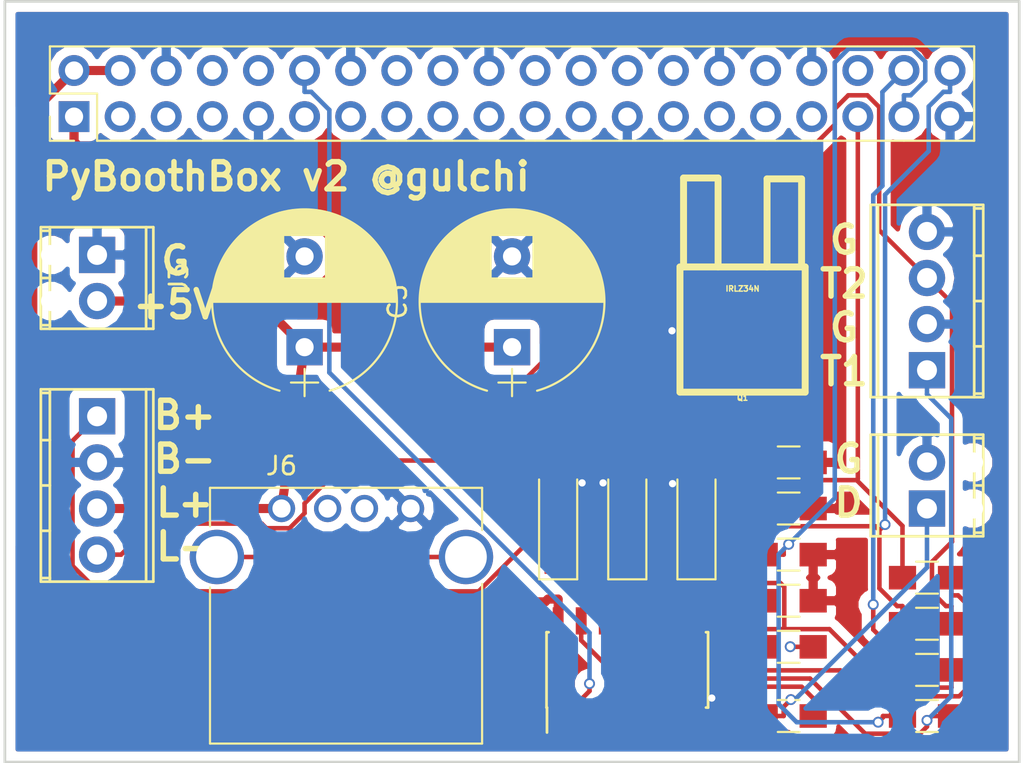
<source format=kicad_pcb>
(kicad_pcb (version 4) (host pcbnew 4.0.7)

  (general
    (links 53)
    (no_connects 6)
    (area 90.094999 57.074999 146.125001 99.135001)
    (thickness 1.6)
    (drawings 9)
    (tracks 212)
    (zones 0)
    (modules 23)
    (nets 53)
  )

  (page A4)
  (layers
    (0 F.Cu signal)
    (31 B.Cu signal)
    (32 B.Adhes user)
    (33 F.Adhes user)
    (34 B.Paste user)
    (35 F.Paste user)
    (36 B.SilkS user)
    (37 F.SilkS user)
    (38 B.Mask user)
    (39 F.Mask user)
    (40 Dwgs.User user)
    (41 Cmts.User user)
    (42 Eco1.User user)
    (43 Eco2.User user hide)
    (44 Edge.Cuts user)
    (45 Margin user)
    (46 B.CrtYd user)
    (47 F.CrtYd user)
    (48 B.Fab user)
    (49 F.Fab user)
  )

  (setup
    (last_trace_width 0.25)
    (trace_clearance 0.2)
    (zone_clearance 0.508)
    (zone_45_only no)
    (trace_min 0.2)
    (segment_width 0.2)
    (edge_width 0.15)
    (via_size 0.6)
    (via_drill 0.4)
    (via_min_size 0.4)
    (via_min_drill 0.3)
    (uvia_size 0.3)
    (uvia_drill 0.1)
    (uvias_allowed no)
    (uvia_min_size 0.2)
    (uvia_min_drill 0.1)
    (pcb_text_width 0.3)
    (pcb_text_size 1.5 1.5)
    (mod_edge_width 0.15)
    (mod_text_size 0.000001 0.000001)
    (mod_text_width 0.15)
    (pad_size 1.4 1.4)
    (pad_drill 0.6)
    (pad_to_mask_clearance 0.2)
    (aux_axis_origin 0 0)
    (visible_elements 7FFFFFFF)
    (pcbplotparams
      (layerselection 0x00030_80000001)
      (usegerberextensions false)
      (excludeedgelayer true)
      (linewidth 0.100000)
      (plotframeref false)
      (viasonmask false)
      (mode 1)
      (useauxorigin false)
      (hpglpennumber 1)
      (hpglpenspeed 20)
      (hpglpendiameter 15)
      (hpglpenoverlay 2)
      (psnegative false)
      (psa4output false)
      (plotreference true)
      (plotvalue true)
      (plotinvisibletext false)
      (padsonsilk false)
      (subtractmaskfromsilk false)
      (outputformat 1)
      (mirror false)
      (drillshape 1)
      (scaleselection 1)
      (outputdirectory ""))
  )

  (net 0 "")
  (net 1 "Net-(C1-Pad1)")
  (net 2 GND)
  (net 3 "Net-(C2-Pad1)")
  (net 4 "Net-(C3-Pad1)")
  (net 5 +5VD)
  (net 6 +3V3)
  (net 7 +5V)
  (net 8 "Net-(J1-Pad3)")
  (net 9 "Net-(J1-Pad5)")
  (net 10 "Net-(J1-Pad7)")
  (net 11 "Net-(J1-Pad8)")
  (net 12 "Net-(J1-Pad10)")
  (net 13 "Net-(J1-Pad11)")
  (net 14 RGBW_LOW)
  (net 15 "Net-(J1-Pad13)")
  (net 16 "Net-(J1-Pad15)")
  (net 17 "Net-(J1-Pad16)")
  (net 18 "Net-(J1-Pad17)")
  (net 19 "Net-(J1-Pad18)")
  (net 20 "Net-(J1-Pad19)")
  (net 21 "Net-(J1-Pad21)")
  (net 22 "Net-(J1-Pad22)")
  (net 23 "Net-(J1-Pad23)")
  (net 24 "Net-(J1-Pad24)")
  (net 25 "Net-(J1-Pad26)")
  (net 26 "Net-(J1-Pad27)")
  (net 27 "Net-(J1-Pad28)")
  (net 28 "Net-(J1-Pad29)")
  (net 29 "Net-(J1-Pad31)")
  (net 30 "Net-(J1-Pad32)")
  (net 31 "Net-(J1-Pad33)")
  (net 32 BUTTON)
  (net 33 "Net-(J1-Pad36)")
  (net 34 TASTER2)
  (net 35 LED)
  (net 36 TASTER1)
  (net 37 "Net-(J2-Pad4)")
  (net 38 "Net-(J5-Pad1)")
  (net 39 "Net-(J6-Pad3)")
  (net 40 "Net-(J6-Pad2)")
  (net 41 "Net-(J6-Pad5)")
  (net 42 "Net-(Q1-Pad1)")
  (net 43 "Net-(R9-Pad2)")
  (net 44 "Net-(U1-Pad4)")
  (net 45 "Net-(R10-Pad1)")
  (net 46 "Net-(U1-Pad3)")
  (net 47 "Net-(U1-Pad5)")
  (net 48 "Net-(U1-Pad6)")
  (net 49 "Net-(U1-Pad9)")
  (net 50 "Net-(U1-Pad10)")
  (net 51 "Net-(U1-Pad11)")
  (net 52 "Net-(U1-Pad12)")

  (net_class Default "Dies ist die voreingestellte Netzklasse."
    (clearance 0.2)
    (trace_width 0.25)
    (via_dia 0.6)
    (via_drill 0.4)
    (uvia_dia 0.3)
    (uvia_drill 0.1)
    (add_net +3V3)
    (add_net BUTTON)
    (add_net GND)
    (add_net LED)
    (add_net "Net-(C1-Pad1)")
    (add_net "Net-(C2-Pad1)")
    (add_net "Net-(C3-Pad1)")
    (add_net "Net-(J1-Pad10)")
    (add_net "Net-(J1-Pad11)")
    (add_net "Net-(J1-Pad13)")
    (add_net "Net-(J1-Pad15)")
    (add_net "Net-(J1-Pad16)")
    (add_net "Net-(J1-Pad17)")
    (add_net "Net-(J1-Pad18)")
    (add_net "Net-(J1-Pad19)")
    (add_net "Net-(J1-Pad21)")
    (add_net "Net-(J1-Pad22)")
    (add_net "Net-(J1-Pad23)")
    (add_net "Net-(J1-Pad24)")
    (add_net "Net-(J1-Pad26)")
    (add_net "Net-(J1-Pad27)")
    (add_net "Net-(J1-Pad28)")
    (add_net "Net-(J1-Pad29)")
    (add_net "Net-(J1-Pad3)")
    (add_net "Net-(J1-Pad31)")
    (add_net "Net-(J1-Pad32)")
    (add_net "Net-(J1-Pad33)")
    (add_net "Net-(J1-Pad36)")
    (add_net "Net-(J1-Pad5)")
    (add_net "Net-(J1-Pad7)")
    (add_net "Net-(J1-Pad8)")
    (add_net "Net-(J2-Pad4)")
    (add_net "Net-(J5-Pad1)")
    (add_net "Net-(J6-Pad2)")
    (add_net "Net-(J6-Pad3)")
    (add_net "Net-(J6-Pad5)")
    (add_net "Net-(Q1-Pad1)")
    (add_net "Net-(R10-Pad1)")
    (add_net "Net-(R9-Pad2)")
    (add_net "Net-(U1-Pad10)")
    (add_net "Net-(U1-Pad11)")
    (add_net "Net-(U1-Pad12)")
    (add_net "Net-(U1-Pad3)")
    (add_net "Net-(U1-Pad4)")
    (add_net "Net-(U1-Pad5)")
    (add_net "Net-(U1-Pad6)")
    (add_net "Net-(U1-Pad9)")
    (add_net RGBW_LOW)
    (add_net TASTER1)
    (add_net TASTER2)
  )

  (net_class SUP ""
    (clearance 0.2)
    (trace_width 0.5)
    (via_dia 0.6)
    (via_drill 0.4)
    (uvia_dia 0.3)
    (uvia_drill 0.1)
    (add_net +5V)
    (add_net +5VD)
  )

  (module Connectors:USB_A (layer F.Cu) (tedit 5543E289) (tstamp 5AC762D9)
    (at 105.41 85.09)
    (descr "USB A connector")
    (tags "USB USB_A")
    (path /5AC26E64)
    (fp_text reference J6 (at 0 -2.35) (layer F.SilkS)
      (effects (font (size 1 1) (thickness 0.15)))
    )
    (fp_text value USB_A (at 3.84 7.44) (layer F.Fab)
      (effects (font (size 1 1) (thickness 0.15)))
    )
    (fp_line (start -5.3 13.2) (end -5.3 -1.4) (layer F.CrtYd) (width 0.05))
    (fp_line (start 11.95 -1.4) (end 11.95 13.2) (layer F.CrtYd) (width 0.05))
    (fp_line (start -5.3 13.2) (end 11.95 13.2) (layer F.CrtYd) (width 0.05))
    (fp_line (start -5.3 -1.4) (end 11.95 -1.4) (layer F.CrtYd) (width 0.05))
    (fp_line (start 11.05 -1.14) (end 11.05 1.19) (layer F.SilkS) (width 0.12))
    (fp_line (start -3.94 -1.14) (end -3.94 0.98) (layer F.SilkS) (width 0.12))
    (fp_line (start 11.05 -1.14) (end -3.94 -1.14) (layer F.SilkS) (width 0.12))
    (fp_line (start 11.05 12.95) (end -3.94 12.95) (layer F.SilkS) (width 0.12))
    (fp_line (start 11.05 4.15) (end 11.05 12.95) (layer F.SilkS) (width 0.12))
    (fp_line (start -3.94 4.35) (end -3.94 12.95) (layer F.SilkS) (width 0.12))
    (pad 4 thru_hole circle (at 7.11 0 270) (size 1.5 1.5) (drill 1) (layers *.Cu *.Mask)
      (net 2 GND))
    (pad 3 thru_hole circle (at 4.57 0 270) (size 1.5 1.5) (drill 1) (layers *.Cu *.Mask)
      (net 39 "Net-(J6-Pad3)"))
    (pad 2 thru_hole circle (at 2.54 0 270) (size 1.5 1.5) (drill 1) (layers *.Cu *.Mask)
      (net 40 "Net-(J6-Pad2)"))
    (pad 1 thru_hole circle (at 0 0 270) (size 1.5 1.5) (drill 1) (layers *.Cu *.Mask)
      (net 5 +5VD))
    (pad 5 thru_hole circle (at 10.16 2.67 270) (size 3 3) (drill 2.3) (layers *.Cu *.Mask)
      (net 41 "Net-(J6-Pad5)"))
    (pad 5 thru_hole circle (at -3.56 2.67 270) (size 3 3) (drill 2.3) (layers *.Cu *.Mask)
      (net 41 "Net-(J6-Pad5)"))
    (model ${KISYS3DMOD}/Connectors.3dshapes/USB_A.wrl
      (at (xyz 0.14 0 0))
      (scale (xyz 1 1 1))
      (rotate (xyz 0 0 90))
    )
  )

  (module Capacitors_Tantalum_SMD:CP_Tantalum_Case-S_EIA-3216-12_Hand (layer F.Cu) (tedit 5AC8F8CD) (tstamp 5AC7626B)
    (at 124.46 85.09 90)
    (descr "Tantalum capacitor, Case S, EIA 3216-12, 3.2x1.6x1.2mm, Hand soldering footprint")
    (tags "capacitor tantalum smd")
    (path /5AC77897)
    (attr smd)
    (fp_text reference C1 (at 0 -2.55 90) (layer F.SilkS) hide
      (effects (font (size 1 1) (thickness 0.15)))
    )
    (fp_text value 5uF (at 0 2 90) (layer F.Fab)
      (effects (font (size 1 1) (thickness 0.15)))
    )
    (fp_text user %R (at 0 0 90) (layer F.Fab)
      (effects (font (size 0.7 0.7) (thickness 0.105)))
    )
    (fp_line (start -4 -1.2) (end -4 1.2) (layer F.CrtYd) (width 0.05))
    (fp_line (start -4 1.2) (end 4 1.2) (layer F.CrtYd) (width 0.05))
    (fp_line (start 4 1.2) (end 4 -1.2) (layer F.CrtYd) (width 0.05))
    (fp_line (start 4 -1.2) (end -4 -1.2) (layer F.CrtYd) (width 0.05))
    (fp_line (start -1.6 -0.8) (end -1.6 0.8) (layer F.Fab) (width 0.1))
    (fp_line (start -1.6 0.8) (end 1.6 0.8) (layer F.Fab) (width 0.1))
    (fp_line (start 1.6 0.8) (end 1.6 -0.8) (layer F.Fab) (width 0.1))
    (fp_line (start 1.6 -0.8) (end -1.6 -0.8) (layer F.Fab) (width 0.1))
    (fp_line (start -1.28 -0.8) (end -1.28 0.8) (layer F.Fab) (width 0.1))
    (fp_line (start -1.12 -0.8) (end -1.12 0.8) (layer F.Fab) (width 0.1))
    (fp_line (start -3.9 -1.05) (end 1.6 -1.05) (layer F.SilkS) (width 0.12))
    (fp_line (start -3.9 1.05) (end 1.6 1.05) (layer F.SilkS) (width 0.12))
    (fp_line (start -3.9 -1.05) (end -3.9 1.05) (layer F.SilkS) (width 0.12))
    (pad 1 smd rect (at -2 0 90) (size 3.2 1.5) (layers F.Cu F.Paste F.Mask)
      (net 1 "Net-(C1-Pad1)"))
    (pad 2 smd rect (at 2 0 90) (size 3.2 1.5) (layers F.Cu F.Paste F.Mask)
      (net 2 GND))
    (model Capacitors_Tantalum_SMD.3dshapes/CP_Tantalum_Case-S_EIA-3216-12.wrl
      (at (xyz 0 0 0))
      (scale (xyz 1 1 1))
      (rotate (xyz 0 0 0))
    )
  )

  (module Capacitors_Tantalum_SMD:CP_Tantalum_Case-S_EIA-3216-12_Hand (layer F.Cu) (tedit 5AC8F8E9) (tstamp 5AC76271)
    (at 128.27 85.09 90)
    (descr "Tantalum capacitor, Case S, EIA 3216-12, 3.2x1.6x1.2mm, Hand soldering footprint")
    (tags "capacitor tantalum smd")
    (path /5AC7A4C4)
    (attr smd)
    (fp_text reference C2 (at 0 -2.55 90) (layer F.SilkS) hide
      (effects (font (size 1 1) (thickness 0.15)))
    )
    (fp_text value 5uF (at 0 2 90) (layer F.Fab)
      (effects (font (size 1 1) (thickness 0.15)))
    )
    (fp_text user %R (at 0 0 90) (layer F.Fab)
      (effects (font (size 0.7 0.7) (thickness 0.105)))
    )
    (fp_line (start -4 -1.2) (end -4 1.2) (layer F.CrtYd) (width 0.05))
    (fp_line (start -4 1.2) (end 4 1.2) (layer F.CrtYd) (width 0.05))
    (fp_line (start 4 1.2) (end 4 -1.2) (layer F.CrtYd) (width 0.05))
    (fp_line (start 4 -1.2) (end -4 -1.2) (layer F.CrtYd) (width 0.05))
    (fp_line (start -1.6 -0.8) (end -1.6 0.8) (layer F.Fab) (width 0.1))
    (fp_line (start -1.6 0.8) (end 1.6 0.8) (layer F.Fab) (width 0.1))
    (fp_line (start 1.6 0.8) (end 1.6 -0.8) (layer F.Fab) (width 0.1))
    (fp_line (start 1.6 -0.8) (end -1.6 -0.8) (layer F.Fab) (width 0.1))
    (fp_line (start -1.28 -0.8) (end -1.28 0.8) (layer F.Fab) (width 0.1))
    (fp_line (start -1.12 -0.8) (end -1.12 0.8) (layer F.Fab) (width 0.1))
    (fp_line (start -3.9 -1.05) (end 1.6 -1.05) (layer F.SilkS) (width 0.12))
    (fp_line (start -3.9 1.05) (end 1.6 1.05) (layer F.SilkS) (width 0.12))
    (fp_line (start -3.9 -1.05) (end -3.9 1.05) (layer F.SilkS) (width 0.12))
    (pad 1 smd rect (at -2 0 90) (size 3.2 1.5) (layers F.Cu F.Paste F.Mask)
      (net 3 "Net-(C2-Pad1)"))
    (pad 2 smd rect (at 2 0 90) (size 3.2 1.5) (layers F.Cu F.Paste F.Mask)
      (net 2 GND))
    (model Capacitors_Tantalum_SMD.3dshapes/CP_Tantalum_Case-S_EIA-3216-12.wrl
      (at (xyz 0 0 0))
      (scale (xyz 1 1 1))
      (rotate (xyz 0 0 0))
    )
  )

  (module Capacitors_Tantalum_SMD:CP_Tantalum_Case-S_EIA-3216-12_Hand (layer F.Cu) (tedit 5AC8F8BE) (tstamp 5AC76277)
    (at 120.65 85.09 90)
    (descr "Tantalum capacitor, Case S, EIA 3216-12, 3.2x1.6x1.2mm, Hand soldering footprint")
    (tags "capacitor tantalum smd")
    (path /5AC7AD9F)
    (attr smd)
    (fp_text reference C3 (at 0 -2.55 90) (layer F.SilkS) hide
      (effects (font (size 1 1) (thickness 0.15)))
    )
    (fp_text value 5uF (at 0 2 90) (layer F.Fab)
      (effects (font (size 1 1) (thickness 0.15)))
    )
    (fp_text user %R (at 0 0 90) (layer F.Fab)
      (effects (font (size 0.7 0.7) (thickness 0.105)))
    )
    (fp_line (start -4 -1.2) (end -4 1.2) (layer F.CrtYd) (width 0.05))
    (fp_line (start -4 1.2) (end 4 1.2) (layer F.CrtYd) (width 0.05))
    (fp_line (start 4 1.2) (end 4 -1.2) (layer F.CrtYd) (width 0.05))
    (fp_line (start 4 -1.2) (end -4 -1.2) (layer F.CrtYd) (width 0.05))
    (fp_line (start -1.6 -0.8) (end -1.6 0.8) (layer F.Fab) (width 0.1))
    (fp_line (start -1.6 0.8) (end 1.6 0.8) (layer F.Fab) (width 0.1))
    (fp_line (start 1.6 0.8) (end 1.6 -0.8) (layer F.Fab) (width 0.1))
    (fp_line (start 1.6 -0.8) (end -1.6 -0.8) (layer F.Fab) (width 0.1))
    (fp_line (start -1.28 -0.8) (end -1.28 0.8) (layer F.Fab) (width 0.1))
    (fp_line (start -1.12 -0.8) (end -1.12 0.8) (layer F.Fab) (width 0.1))
    (fp_line (start -3.9 -1.05) (end 1.6 -1.05) (layer F.SilkS) (width 0.12))
    (fp_line (start -3.9 1.05) (end 1.6 1.05) (layer F.SilkS) (width 0.12))
    (fp_line (start -3.9 -1.05) (end -3.9 1.05) (layer F.SilkS) (width 0.12))
    (pad 1 smd rect (at -2 0 90) (size 3.2 1.5) (layers F.Cu F.Paste F.Mask)
      (net 4 "Net-(C3-Pad1)"))
    (pad 2 smd rect (at 2 0 90) (size 3.2 1.5) (layers F.Cu F.Paste F.Mask)
      (net 2 GND))
    (model Capacitors_Tantalum_SMD.3dshapes/CP_Tantalum_Case-S_EIA-3216-12.wrl
      (at (xyz 0 0 0))
      (scale (xyz 1 1 1))
      (rotate (xyz 0 0 0))
    )
  )

  (module Capacitors_THT:CP_Radial_D10.0mm_P5.00mm (layer F.Cu) (tedit 5AC8FB15) (tstamp 5AC7627D)
    (at 106.68 76.2 90)
    (descr "CP, Radial series, Radial, pin pitch=5.00mm, , diameter=10mm, Electrolytic Capacitor")
    (tags "CP Radial series Radial pin pitch 5.00mm  diameter 10mm Electrolytic Capacitor")
    (path /5AC26D06)
    (fp_text reference C4 (at 2.5 -6.31 90) (layer F.SilkS) hide
      (effects (font (size 1 1) (thickness 0.15)))
    )
    (fp_text value 1000uF (at 2 0 180) (layer F.Fab)
      (effects (font (size 1 1) (thickness 0.15)))
    )
    (fp_arc (start 2.5 0) (end -2.399357 -1.38) (angle 148.5) (layer F.SilkS) (width 0.12))
    (fp_arc (start 2.5 0) (end -2.399357 1.38) (angle -148.5) (layer F.SilkS) (width 0.12))
    (fp_arc (start 2.5 0) (end 7.399357 -1.38) (angle 31.5) (layer F.SilkS) (width 0.12))
    (fp_circle (center 2.5 0) (end 7.5 0) (layer F.Fab) (width 0.1))
    (fp_line (start -2.7 0) (end -1.2 0) (layer F.Fab) (width 0.1))
    (fp_line (start -1.95 -0.75) (end -1.95 0.75) (layer F.Fab) (width 0.1))
    (fp_line (start 2.5 -5.05) (end 2.5 5.05) (layer F.SilkS) (width 0.12))
    (fp_line (start 2.54 -5.05) (end 2.54 5.05) (layer F.SilkS) (width 0.12))
    (fp_line (start 2.58 -5.05) (end 2.58 5.05) (layer F.SilkS) (width 0.12))
    (fp_line (start 2.62 -5.049) (end 2.62 5.049) (layer F.SilkS) (width 0.12))
    (fp_line (start 2.66 -5.048) (end 2.66 5.048) (layer F.SilkS) (width 0.12))
    (fp_line (start 2.7 -5.047) (end 2.7 5.047) (layer F.SilkS) (width 0.12))
    (fp_line (start 2.74 -5.045) (end 2.74 5.045) (layer F.SilkS) (width 0.12))
    (fp_line (start 2.78 -5.043) (end 2.78 5.043) (layer F.SilkS) (width 0.12))
    (fp_line (start 2.82 -5.04) (end 2.82 5.04) (layer F.SilkS) (width 0.12))
    (fp_line (start 2.86 -5.038) (end 2.86 5.038) (layer F.SilkS) (width 0.12))
    (fp_line (start 2.9 -5.035) (end 2.9 5.035) (layer F.SilkS) (width 0.12))
    (fp_line (start 2.94 -5.031) (end 2.94 5.031) (layer F.SilkS) (width 0.12))
    (fp_line (start 2.98 -5.028) (end 2.98 5.028) (layer F.SilkS) (width 0.12))
    (fp_line (start 3.02 -5.024) (end 3.02 5.024) (layer F.SilkS) (width 0.12))
    (fp_line (start 3.06 -5.02) (end 3.06 5.02) (layer F.SilkS) (width 0.12))
    (fp_line (start 3.1 -5.015) (end 3.1 5.015) (layer F.SilkS) (width 0.12))
    (fp_line (start 3.14 -5.01) (end 3.14 5.01) (layer F.SilkS) (width 0.12))
    (fp_line (start 3.18 -5.005) (end 3.18 5.005) (layer F.SilkS) (width 0.12))
    (fp_line (start 3.221 -4.999) (end 3.221 4.999) (layer F.SilkS) (width 0.12))
    (fp_line (start 3.261 -4.993) (end 3.261 4.993) (layer F.SilkS) (width 0.12))
    (fp_line (start 3.301 -4.987) (end 3.301 4.987) (layer F.SilkS) (width 0.12))
    (fp_line (start 3.341 -4.981) (end 3.341 4.981) (layer F.SilkS) (width 0.12))
    (fp_line (start 3.381 -4.974) (end 3.381 4.974) (layer F.SilkS) (width 0.12))
    (fp_line (start 3.421 -4.967) (end 3.421 4.967) (layer F.SilkS) (width 0.12))
    (fp_line (start 3.461 -4.959) (end 3.461 4.959) (layer F.SilkS) (width 0.12))
    (fp_line (start 3.501 -4.951) (end 3.501 4.951) (layer F.SilkS) (width 0.12))
    (fp_line (start 3.541 -4.943) (end 3.541 4.943) (layer F.SilkS) (width 0.12))
    (fp_line (start 3.581 -4.935) (end 3.581 4.935) (layer F.SilkS) (width 0.12))
    (fp_line (start 3.621 -4.926) (end 3.621 4.926) (layer F.SilkS) (width 0.12))
    (fp_line (start 3.661 -4.917) (end 3.661 4.917) (layer F.SilkS) (width 0.12))
    (fp_line (start 3.701 -4.907) (end 3.701 4.907) (layer F.SilkS) (width 0.12))
    (fp_line (start 3.741 -4.897) (end 3.741 4.897) (layer F.SilkS) (width 0.12))
    (fp_line (start 3.781 -4.887) (end 3.781 4.887) (layer F.SilkS) (width 0.12))
    (fp_line (start 3.821 -4.876) (end 3.821 -1.181) (layer F.SilkS) (width 0.12))
    (fp_line (start 3.821 1.181) (end 3.821 4.876) (layer F.SilkS) (width 0.12))
    (fp_line (start 3.861 -4.865) (end 3.861 -1.181) (layer F.SilkS) (width 0.12))
    (fp_line (start 3.861 1.181) (end 3.861 4.865) (layer F.SilkS) (width 0.12))
    (fp_line (start 3.901 -4.854) (end 3.901 -1.181) (layer F.SilkS) (width 0.12))
    (fp_line (start 3.901 1.181) (end 3.901 4.854) (layer F.SilkS) (width 0.12))
    (fp_line (start 3.941 -4.843) (end 3.941 -1.181) (layer F.SilkS) (width 0.12))
    (fp_line (start 3.941 1.181) (end 3.941 4.843) (layer F.SilkS) (width 0.12))
    (fp_line (start 3.981 -4.831) (end 3.981 -1.181) (layer F.SilkS) (width 0.12))
    (fp_line (start 3.981 1.181) (end 3.981 4.831) (layer F.SilkS) (width 0.12))
    (fp_line (start 4.021 -4.818) (end 4.021 -1.181) (layer F.SilkS) (width 0.12))
    (fp_line (start 4.021 1.181) (end 4.021 4.818) (layer F.SilkS) (width 0.12))
    (fp_line (start 4.061 -4.806) (end 4.061 -1.181) (layer F.SilkS) (width 0.12))
    (fp_line (start 4.061 1.181) (end 4.061 4.806) (layer F.SilkS) (width 0.12))
    (fp_line (start 4.101 -4.792) (end 4.101 -1.181) (layer F.SilkS) (width 0.12))
    (fp_line (start 4.101 1.181) (end 4.101 4.792) (layer F.SilkS) (width 0.12))
    (fp_line (start 4.141 -4.779) (end 4.141 -1.181) (layer F.SilkS) (width 0.12))
    (fp_line (start 4.141 1.181) (end 4.141 4.779) (layer F.SilkS) (width 0.12))
    (fp_line (start 4.181 -4.765) (end 4.181 -1.181) (layer F.SilkS) (width 0.12))
    (fp_line (start 4.181 1.181) (end 4.181 4.765) (layer F.SilkS) (width 0.12))
    (fp_line (start 4.221 -4.751) (end 4.221 -1.181) (layer F.SilkS) (width 0.12))
    (fp_line (start 4.221 1.181) (end 4.221 4.751) (layer F.SilkS) (width 0.12))
    (fp_line (start 4.261 -4.737) (end 4.261 -1.181) (layer F.SilkS) (width 0.12))
    (fp_line (start 4.261 1.181) (end 4.261 4.737) (layer F.SilkS) (width 0.12))
    (fp_line (start 4.301 -4.722) (end 4.301 -1.181) (layer F.SilkS) (width 0.12))
    (fp_line (start 4.301 1.181) (end 4.301 4.722) (layer F.SilkS) (width 0.12))
    (fp_line (start 4.341 -4.706) (end 4.341 -1.181) (layer F.SilkS) (width 0.12))
    (fp_line (start 4.341 1.181) (end 4.341 4.706) (layer F.SilkS) (width 0.12))
    (fp_line (start 4.381 -4.691) (end 4.381 -1.181) (layer F.SilkS) (width 0.12))
    (fp_line (start 4.381 1.181) (end 4.381 4.691) (layer F.SilkS) (width 0.12))
    (fp_line (start 4.421 -4.674) (end 4.421 -1.181) (layer F.SilkS) (width 0.12))
    (fp_line (start 4.421 1.181) (end 4.421 4.674) (layer F.SilkS) (width 0.12))
    (fp_line (start 4.461 -4.658) (end 4.461 -1.181) (layer F.SilkS) (width 0.12))
    (fp_line (start 4.461 1.181) (end 4.461 4.658) (layer F.SilkS) (width 0.12))
    (fp_line (start 4.501 -4.641) (end 4.501 -1.181) (layer F.SilkS) (width 0.12))
    (fp_line (start 4.501 1.181) (end 4.501 4.641) (layer F.SilkS) (width 0.12))
    (fp_line (start 4.541 -4.624) (end 4.541 -1.181) (layer F.SilkS) (width 0.12))
    (fp_line (start 4.541 1.181) (end 4.541 4.624) (layer F.SilkS) (width 0.12))
    (fp_line (start 4.581 -4.606) (end 4.581 -1.181) (layer F.SilkS) (width 0.12))
    (fp_line (start 4.581 1.181) (end 4.581 4.606) (layer F.SilkS) (width 0.12))
    (fp_line (start 4.621 -4.588) (end 4.621 -1.181) (layer F.SilkS) (width 0.12))
    (fp_line (start 4.621 1.181) (end 4.621 4.588) (layer F.SilkS) (width 0.12))
    (fp_line (start 4.661 -4.569) (end 4.661 -1.181) (layer F.SilkS) (width 0.12))
    (fp_line (start 4.661 1.181) (end 4.661 4.569) (layer F.SilkS) (width 0.12))
    (fp_line (start 4.701 -4.55) (end 4.701 -1.181) (layer F.SilkS) (width 0.12))
    (fp_line (start 4.701 1.181) (end 4.701 4.55) (layer F.SilkS) (width 0.12))
    (fp_line (start 4.741 -4.531) (end 4.741 -1.181) (layer F.SilkS) (width 0.12))
    (fp_line (start 4.741 1.181) (end 4.741 4.531) (layer F.SilkS) (width 0.12))
    (fp_line (start 4.781 -4.511) (end 4.781 -1.181) (layer F.SilkS) (width 0.12))
    (fp_line (start 4.781 1.181) (end 4.781 4.511) (layer F.SilkS) (width 0.12))
    (fp_line (start 4.821 -4.491) (end 4.821 -1.181) (layer F.SilkS) (width 0.12))
    (fp_line (start 4.821 1.181) (end 4.821 4.491) (layer F.SilkS) (width 0.12))
    (fp_line (start 4.861 -4.47) (end 4.861 -1.181) (layer F.SilkS) (width 0.12))
    (fp_line (start 4.861 1.181) (end 4.861 4.47) (layer F.SilkS) (width 0.12))
    (fp_line (start 4.901 -4.449) (end 4.901 -1.181) (layer F.SilkS) (width 0.12))
    (fp_line (start 4.901 1.181) (end 4.901 4.449) (layer F.SilkS) (width 0.12))
    (fp_line (start 4.941 -4.428) (end 4.941 -1.181) (layer F.SilkS) (width 0.12))
    (fp_line (start 4.941 1.181) (end 4.941 4.428) (layer F.SilkS) (width 0.12))
    (fp_line (start 4.981 -4.405) (end 4.981 -1.181) (layer F.SilkS) (width 0.12))
    (fp_line (start 4.981 1.181) (end 4.981 4.405) (layer F.SilkS) (width 0.12))
    (fp_line (start 5.021 -4.383) (end 5.021 -1.181) (layer F.SilkS) (width 0.12))
    (fp_line (start 5.021 1.181) (end 5.021 4.383) (layer F.SilkS) (width 0.12))
    (fp_line (start 5.061 -4.36) (end 5.061 -1.181) (layer F.SilkS) (width 0.12))
    (fp_line (start 5.061 1.181) (end 5.061 4.36) (layer F.SilkS) (width 0.12))
    (fp_line (start 5.101 -4.336) (end 5.101 -1.181) (layer F.SilkS) (width 0.12))
    (fp_line (start 5.101 1.181) (end 5.101 4.336) (layer F.SilkS) (width 0.12))
    (fp_line (start 5.141 -4.312) (end 5.141 -1.181) (layer F.SilkS) (width 0.12))
    (fp_line (start 5.141 1.181) (end 5.141 4.312) (layer F.SilkS) (width 0.12))
    (fp_line (start 5.181 -4.288) (end 5.181 -1.181) (layer F.SilkS) (width 0.12))
    (fp_line (start 5.181 1.181) (end 5.181 4.288) (layer F.SilkS) (width 0.12))
    (fp_line (start 5.221 -4.263) (end 5.221 -1.181) (layer F.SilkS) (width 0.12))
    (fp_line (start 5.221 1.181) (end 5.221 4.263) (layer F.SilkS) (width 0.12))
    (fp_line (start 5.261 -4.237) (end 5.261 -1.181) (layer F.SilkS) (width 0.12))
    (fp_line (start 5.261 1.181) (end 5.261 4.237) (layer F.SilkS) (width 0.12))
    (fp_line (start 5.301 -4.211) (end 5.301 -1.181) (layer F.SilkS) (width 0.12))
    (fp_line (start 5.301 1.181) (end 5.301 4.211) (layer F.SilkS) (width 0.12))
    (fp_line (start 5.341 -4.185) (end 5.341 -1.181) (layer F.SilkS) (width 0.12))
    (fp_line (start 5.341 1.181) (end 5.341 4.185) (layer F.SilkS) (width 0.12))
    (fp_line (start 5.381 -4.157) (end 5.381 -1.181) (layer F.SilkS) (width 0.12))
    (fp_line (start 5.381 1.181) (end 5.381 4.157) (layer F.SilkS) (width 0.12))
    (fp_line (start 5.421 -4.13) (end 5.421 -1.181) (layer F.SilkS) (width 0.12))
    (fp_line (start 5.421 1.181) (end 5.421 4.13) (layer F.SilkS) (width 0.12))
    (fp_line (start 5.461 -4.101) (end 5.461 -1.181) (layer F.SilkS) (width 0.12))
    (fp_line (start 5.461 1.181) (end 5.461 4.101) (layer F.SilkS) (width 0.12))
    (fp_line (start 5.501 -4.072) (end 5.501 -1.181) (layer F.SilkS) (width 0.12))
    (fp_line (start 5.501 1.181) (end 5.501 4.072) (layer F.SilkS) (width 0.12))
    (fp_line (start 5.541 -4.043) (end 5.541 -1.181) (layer F.SilkS) (width 0.12))
    (fp_line (start 5.541 1.181) (end 5.541 4.043) (layer F.SilkS) (width 0.12))
    (fp_line (start 5.581 -4.013) (end 5.581 -1.181) (layer F.SilkS) (width 0.12))
    (fp_line (start 5.581 1.181) (end 5.581 4.013) (layer F.SilkS) (width 0.12))
    (fp_line (start 5.621 -3.982) (end 5.621 -1.181) (layer F.SilkS) (width 0.12))
    (fp_line (start 5.621 1.181) (end 5.621 3.982) (layer F.SilkS) (width 0.12))
    (fp_line (start 5.661 -3.951) (end 5.661 -1.181) (layer F.SilkS) (width 0.12))
    (fp_line (start 5.661 1.181) (end 5.661 3.951) (layer F.SilkS) (width 0.12))
    (fp_line (start 5.701 -3.919) (end 5.701 -1.181) (layer F.SilkS) (width 0.12))
    (fp_line (start 5.701 1.181) (end 5.701 3.919) (layer F.SilkS) (width 0.12))
    (fp_line (start 5.741 -3.886) (end 5.741 -1.181) (layer F.SilkS) (width 0.12))
    (fp_line (start 5.741 1.181) (end 5.741 3.886) (layer F.SilkS) (width 0.12))
    (fp_line (start 5.781 -3.853) (end 5.781 -1.181) (layer F.SilkS) (width 0.12))
    (fp_line (start 5.781 1.181) (end 5.781 3.853) (layer F.SilkS) (width 0.12))
    (fp_line (start 5.821 -3.819) (end 5.821 -1.181) (layer F.SilkS) (width 0.12))
    (fp_line (start 5.821 1.181) (end 5.821 3.819) (layer F.SilkS) (width 0.12))
    (fp_line (start 5.861 -3.784) (end 5.861 -1.181) (layer F.SilkS) (width 0.12))
    (fp_line (start 5.861 1.181) (end 5.861 3.784) (layer F.SilkS) (width 0.12))
    (fp_line (start 5.901 -3.748) (end 5.901 -1.181) (layer F.SilkS) (width 0.12))
    (fp_line (start 5.901 1.181) (end 5.901 3.748) (layer F.SilkS) (width 0.12))
    (fp_line (start 5.941 -3.712) (end 5.941 -1.181) (layer F.SilkS) (width 0.12))
    (fp_line (start 5.941 1.181) (end 5.941 3.712) (layer F.SilkS) (width 0.12))
    (fp_line (start 5.981 -3.675) (end 5.981 -1.181) (layer F.SilkS) (width 0.12))
    (fp_line (start 5.981 1.181) (end 5.981 3.675) (layer F.SilkS) (width 0.12))
    (fp_line (start 6.021 -3.637) (end 6.021 -1.181) (layer F.SilkS) (width 0.12))
    (fp_line (start 6.021 1.181) (end 6.021 3.637) (layer F.SilkS) (width 0.12))
    (fp_line (start 6.061 -3.598) (end 6.061 -1.181) (layer F.SilkS) (width 0.12))
    (fp_line (start 6.061 1.181) (end 6.061 3.598) (layer F.SilkS) (width 0.12))
    (fp_line (start 6.101 -3.559) (end 6.101 -1.181) (layer F.SilkS) (width 0.12))
    (fp_line (start 6.101 1.181) (end 6.101 3.559) (layer F.SilkS) (width 0.12))
    (fp_line (start 6.141 -3.518) (end 6.141 -1.181) (layer F.SilkS) (width 0.12))
    (fp_line (start 6.141 1.181) (end 6.141 3.518) (layer F.SilkS) (width 0.12))
    (fp_line (start 6.181 -3.477) (end 6.181 3.477) (layer F.SilkS) (width 0.12))
    (fp_line (start 6.221 -3.435) (end 6.221 3.435) (layer F.SilkS) (width 0.12))
    (fp_line (start 6.261 -3.391) (end 6.261 3.391) (layer F.SilkS) (width 0.12))
    (fp_line (start 6.301 -3.347) (end 6.301 3.347) (layer F.SilkS) (width 0.12))
    (fp_line (start 6.341 -3.302) (end 6.341 3.302) (layer F.SilkS) (width 0.12))
    (fp_line (start 6.381 -3.255) (end 6.381 3.255) (layer F.SilkS) (width 0.12))
    (fp_line (start 6.421 -3.207) (end 6.421 3.207) (layer F.SilkS) (width 0.12))
    (fp_line (start 6.461 -3.158) (end 6.461 3.158) (layer F.SilkS) (width 0.12))
    (fp_line (start 6.501 -3.108) (end 6.501 3.108) (layer F.SilkS) (width 0.12))
    (fp_line (start 6.541 -3.057) (end 6.541 3.057) (layer F.SilkS) (width 0.12))
    (fp_line (start 6.581 -3.004) (end 6.581 3.004) (layer F.SilkS) (width 0.12))
    (fp_line (start 6.621 -2.949) (end 6.621 2.949) (layer F.SilkS) (width 0.12))
    (fp_line (start 6.661 -2.894) (end 6.661 2.894) (layer F.SilkS) (width 0.12))
    (fp_line (start 6.701 -2.836) (end 6.701 2.836) (layer F.SilkS) (width 0.12))
    (fp_line (start 6.741 -2.777) (end 6.741 2.777) (layer F.SilkS) (width 0.12))
    (fp_line (start 6.781 -2.715) (end 6.781 2.715) (layer F.SilkS) (width 0.12))
    (fp_line (start 6.821 -2.652) (end 6.821 2.652) (layer F.SilkS) (width 0.12))
    (fp_line (start 6.861 -2.587) (end 6.861 2.587) (layer F.SilkS) (width 0.12))
    (fp_line (start 6.901 -2.519) (end 6.901 2.519) (layer F.SilkS) (width 0.12))
    (fp_line (start 6.941 -2.449) (end 6.941 2.449) (layer F.SilkS) (width 0.12))
    (fp_line (start 6.981 -2.377) (end 6.981 2.377) (layer F.SilkS) (width 0.12))
    (fp_line (start 7.021 -2.301) (end 7.021 2.301) (layer F.SilkS) (width 0.12))
    (fp_line (start 7.061 -2.222) (end 7.061 2.222) (layer F.SilkS) (width 0.12))
    (fp_line (start 7.101 -2.14) (end 7.101 2.14) (layer F.SilkS) (width 0.12))
    (fp_line (start 7.141 -2.053) (end 7.141 2.053) (layer F.SilkS) (width 0.12))
    (fp_line (start 7.181 -1.962) (end 7.181 1.962) (layer F.SilkS) (width 0.12))
    (fp_line (start 7.221 -1.866) (end 7.221 1.866) (layer F.SilkS) (width 0.12))
    (fp_line (start 7.261 -1.763) (end 7.261 1.763) (layer F.SilkS) (width 0.12))
    (fp_line (start 7.301 -1.654) (end 7.301 1.654) (layer F.SilkS) (width 0.12))
    (fp_line (start 7.341 -1.536) (end 7.341 1.536) (layer F.SilkS) (width 0.12))
    (fp_line (start 7.381 -1.407) (end 7.381 1.407) (layer F.SilkS) (width 0.12))
    (fp_line (start 7.421 -1.265) (end 7.421 1.265) (layer F.SilkS) (width 0.12))
    (fp_line (start 7.461 -1.104) (end 7.461 1.104) (layer F.SilkS) (width 0.12))
    (fp_line (start 7.501 -0.913) (end 7.501 0.913) (layer F.SilkS) (width 0.12))
    (fp_line (start 7.541 -0.672) (end 7.541 0.672) (layer F.SilkS) (width 0.12))
    (fp_line (start 7.581 -0.279) (end 7.581 0.279) (layer F.SilkS) (width 0.12))
    (fp_line (start -2.7 0) (end -1.2 0) (layer F.SilkS) (width 0.12))
    (fp_line (start -1.95 -0.75) (end -1.95 0.75) (layer F.SilkS) (width 0.12))
    (fp_line (start -2.85 -5.35) (end -2.85 5.35) (layer F.CrtYd) (width 0.05))
    (fp_line (start -2.85 5.35) (end 7.85 5.35) (layer F.CrtYd) (width 0.05))
    (fp_line (start 7.85 5.35) (end 7.85 -5.35) (layer F.CrtYd) (width 0.05))
    (fp_line (start 7.85 -5.35) (end -2.85 -5.35) (layer F.CrtYd) (width 0.05))
    (fp_text user %R (at 2.5 0 90) (layer F.Fab) hide
      (effects (font (size 1 1) (thickness 0.15)))
    )
    (pad 1 thru_hole rect (at 0 0 90) (size 2 2) (drill 1) (layers *.Cu *.Mask)
      (net 5 +5VD))
    (pad 2 thru_hole circle (at 5 0 90) (size 2 2) (drill 1) (layers *.Cu *.Mask)
      (net 2 GND))
    (model ${KISYS3DMOD}/Capacitors_THT.3dshapes/CP_Radial_D10.0mm_P5.00mm.wrl
      (at (xyz 0 0 0))
      (scale (xyz 1 1 1))
      (rotate (xyz 0 0 0))
    )
  )

  (module Capacitors_THT:CP_Radial_D10.0mm_P5.00mm (layer F.Cu) (tedit 5AC8F84F) (tstamp 5AC76283)
    (at 118.11 76.2 90)
    (descr "CP, Radial series, Radial, pin pitch=5.00mm, , diameter=10mm, Electrolytic Capacitor")
    (tags "CP Radial series Radial pin pitch 5.00mm  diameter 10mm Electrolytic Capacitor")
    (path /5AC26D2F)
    (fp_text reference C5 (at 2.5 -6.31 90) (layer F.SilkS)
      (effects (font (size 1 1) (thickness 0.15)))
    )
    (fp_text value 1000uF (at 2 0 180) (layer F.Fab)
      (effects (font (size 1 1) (thickness 0.15)))
    )
    (fp_arc (start 2.5 0) (end -2.399357 -1.38) (angle 148.5) (layer F.SilkS) (width 0.12))
    (fp_arc (start 2.5 0) (end -2.399357 1.38) (angle -148.5) (layer F.SilkS) (width 0.12))
    (fp_arc (start 2.5 0) (end 7.399357 -1.38) (angle 31.5) (layer F.SilkS) (width 0.12))
    (fp_circle (center 2.5 0) (end 7.5 0) (layer F.Fab) (width 0.1))
    (fp_line (start -2.7 0) (end -1.2 0) (layer F.Fab) (width 0.1))
    (fp_line (start -1.95 -0.75) (end -1.95 0.75) (layer F.Fab) (width 0.1))
    (fp_line (start 2.5 -5.05) (end 2.5 5.05) (layer F.SilkS) (width 0.12))
    (fp_line (start 2.54 -5.05) (end 2.54 5.05) (layer F.SilkS) (width 0.12))
    (fp_line (start 2.58 -5.05) (end 2.58 5.05) (layer F.SilkS) (width 0.12))
    (fp_line (start 2.62 -5.049) (end 2.62 5.049) (layer F.SilkS) (width 0.12))
    (fp_line (start 2.66 -5.048) (end 2.66 5.048) (layer F.SilkS) (width 0.12))
    (fp_line (start 2.7 -5.047) (end 2.7 5.047) (layer F.SilkS) (width 0.12))
    (fp_line (start 2.74 -5.045) (end 2.74 5.045) (layer F.SilkS) (width 0.12))
    (fp_line (start 2.78 -5.043) (end 2.78 5.043) (layer F.SilkS) (width 0.12))
    (fp_line (start 2.82 -5.04) (end 2.82 5.04) (layer F.SilkS) (width 0.12))
    (fp_line (start 2.86 -5.038) (end 2.86 5.038) (layer F.SilkS) (width 0.12))
    (fp_line (start 2.9 -5.035) (end 2.9 5.035) (layer F.SilkS) (width 0.12))
    (fp_line (start 2.94 -5.031) (end 2.94 5.031) (layer F.SilkS) (width 0.12))
    (fp_line (start 2.98 -5.028) (end 2.98 5.028) (layer F.SilkS) (width 0.12))
    (fp_line (start 3.02 -5.024) (end 3.02 5.024) (layer F.SilkS) (width 0.12))
    (fp_line (start 3.06 -5.02) (end 3.06 5.02) (layer F.SilkS) (width 0.12))
    (fp_line (start 3.1 -5.015) (end 3.1 5.015) (layer F.SilkS) (width 0.12))
    (fp_line (start 3.14 -5.01) (end 3.14 5.01) (layer F.SilkS) (width 0.12))
    (fp_line (start 3.18 -5.005) (end 3.18 5.005) (layer F.SilkS) (width 0.12))
    (fp_line (start 3.221 -4.999) (end 3.221 4.999) (layer F.SilkS) (width 0.12))
    (fp_line (start 3.261 -4.993) (end 3.261 4.993) (layer F.SilkS) (width 0.12))
    (fp_line (start 3.301 -4.987) (end 3.301 4.987) (layer F.SilkS) (width 0.12))
    (fp_line (start 3.341 -4.981) (end 3.341 4.981) (layer F.SilkS) (width 0.12))
    (fp_line (start 3.381 -4.974) (end 3.381 4.974) (layer F.SilkS) (width 0.12))
    (fp_line (start 3.421 -4.967) (end 3.421 4.967) (layer F.SilkS) (width 0.12))
    (fp_line (start 3.461 -4.959) (end 3.461 4.959) (layer F.SilkS) (width 0.12))
    (fp_line (start 3.501 -4.951) (end 3.501 4.951) (layer F.SilkS) (width 0.12))
    (fp_line (start 3.541 -4.943) (end 3.541 4.943) (layer F.SilkS) (width 0.12))
    (fp_line (start 3.581 -4.935) (end 3.581 4.935) (layer F.SilkS) (width 0.12))
    (fp_line (start 3.621 -4.926) (end 3.621 4.926) (layer F.SilkS) (width 0.12))
    (fp_line (start 3.661 -4.917) (end 3.661 4.917) (layer F.SilkS) (width 0.12))
    (fp_line (start 3.701 -4.907) (end 3.701 4.907) (layer F.SilkS) (width 0.12))
    (fp_line (start 3.741 -4.897) (end 3.741 4.897) (layer F.SilkS) (width 0.12))
    (fp_line (start 3.781 -4.887) (end 3.781 4.887) (layer F.SilkS) (width 0.12))
    (fp_line (start 3.821 -4.876) (end 3.821 -1.181) (layer F.SilkS) (width 0.12))
    (fp_line (start 3.821 1.181) (end 3.821 4.876) (layer F.SilkS) (width 0.12))
    (fp_line (start 3.861 -4.865) (end 3.861 -1.181) (layer F.SilkS) (width 0.12))
    (fp_line (start 3.861 1.181) (end 3.861 4.865) (layer F.SilkS) (width 0.12))
    (fp_line (start 3.901 -4.854) (end 3.901 -1.181) (layer F.SilkS) (width 0.12))
    (fp_line (start 3.901 1.181) (end 3.901 4.854) (layer F.SilkS) (width 0.12))
    (fp_line (start 3.941 -4.843) (end 3.941 -1.181) (layer F.SilkS) (width 0.12))
    (fp_line (start 3.941 1.181) (end 3.941 4.843) (layer F.SilkS) (width 0.12))
    (fp_line (start 3.981 -4.831) (end 3.981 -1.181) (layer F.SilkS) (width 0.12))
    (fp_line (start 3.981 1.181) (end 3.981 4.831) (layer F.SilkS) (width 0.12))
    (fp_line (start 4.021 -4.818) (end 4.021 -1.181) (layer F.SilkS) (width 0.12))
    (fp_line (start 4.021 1.181) (end 4.021 4.818) (layer F.SilkS) (width 0.12))
    (fp_line (start 4.061 -4.806) (end 4.061 -1.181) (layer F.SilkS) (width 0.12))
    (fp_line (start 4.061 1.181) (end 4.061 4.806) (layer F.SilkS) (width 0.12))
    (fp_line (start 4.101 -4.792) (end 4.101 -1.181) (layer F.SilkS) (width 0.12))
    (fp_line (start 4.101 1.181) (end 4.101 4.792) (layer F.SilkS) (width 0.12))
    (fp_line (start 4.141 -4.779) (end 4.141 -1.181) (layer F.SilkS) (width 0.12))
    (fp_line (start 4.141 1.181) (end 4.141 4.779) (layer F.SilkS) (width 0.12))
    (fp_line (start 4.181 -4.765) (end 4.181 -1.181) (layer F.SilkS) (width 0.12))
    (fp_line (start 4.181 1.181) (end 4.181 4.765) (layer F.SilkS) (width 0.12))
    (fp_line (start 4.221 -4.751) (end 4.221 -1.181) (layer F.SilkS) (width 0.12))
    (fp_line (start 4.221 1.181) (end 4.221 4.751) (layer F.SilkS) (width 0.12))
    (fp_line (start 4.261 -4.737) (end 4.261 -1.181) (layer F.SilkS) (width 0.12))
    (fp_line (start 4.261 1.181) (end 4.261 4.737) (layer F.SilkS) (width 0.12))
    (fp_line (start 4.301 -4.722) (end 4.301 -1.181) (layer F.SilkS) (width 0.12))
    (fp_line (start 4.301 1.181) (end 4.301 4.722) (layer F.SilkS) (width 0.12))
    (fp_line (start 4.341 -4.706) (end 4.341 -1.181) (layer F.SilkS) (width 0.12))
    (fp_line (start 4.341 1.181) (end 4.341 4.706) (layer F.SilkS) (width 0.12))
    (fp_line (start 4.381 -4.691) (end 4.381 -1.181) (layer F.SilkS) (width 0.12))
    (fp_line (start 4.381 1.181) (end 4.381 4.691) (layer F.SilkS) (width 0.12))
    (fp_line (start 4.421 -4.674) (end 4.421 -1.181) (layer F.SilkS) (width 0.12))
    (fp_line (start 4.421 1.181) (end 4.421 4.674) (layer F.SilkS) (width 0.12))
    (fp_line (start 4.461 -4.658) (end 4.461 -1.181) (layer F.SilkS) (width 0.12))
    (fp_line (start 4.461 1.181) (end 4.461 4.658) (layer F.SilkS) (width 0.12))
    (fp_line (start 4.501 -4.641) (end 4.501 -1.181) (layer F.SilkS) (width 0.12))
    (fp_line (start 4.501 1.181) (end 4.501 4.641) (layer F.SilkS) (width 0.12))
    (fp_line (start 4.541 -4.624) (end 4.541 -1.181) (layer F.SilkS) (width 0.12))
    (fp_line (start 4.541 1.181) (end 4.541 4.624) (layer F.SilkS) (width 0.12))
    (fp_line (start 4.581 -4.606) (end 4.581 -1.181) (layer F.SilkS) (width 0.12))
    (fp_line (start 4.581 1.181) (end 4.581 4.606) (layer F.SilkS) (width 0.12))
    (fp_line (start 4.621 -4.588) (end 4.621 -1.181) (layer F.SilkS) (width 0.12))
    (fp_line (start 4.621 1.181) (end 4.621 4.588) (layer F.SilkS) (width 0.12))
    (fp_line (start 4.661 -4.569) (end 4.661 -1.181) (layer F.SilkS) (width 0.12))
    (fp_line (start 4.661 1.181) (end 4.661 4.569) (layer F.SilkS) (width 0.12))
    (fp_line (start 4.701 -4.55) (end 4.701 -1.181) (layer F.SilkS) (width 0.12))
    (fp_line (start 4.701 1.181) (end 4.701 4.55) (layer F.SilkS) (width 0.12))
    (fp_line (start 4.741 -4.531) (end 4.741 -1.181) (layer F.SilkS) (width 0.12))
    (fp_line (start 4.741 1.181) (end 4.741 4.531) (layer F.SilkS) (width 0.12))
    (fp_line (start 4.781 -4.511) (end 4.781 -1.181) (layer F.SilkS) (width 0.12))
    (fp_line (start 4.781 1.181) (end 4.781 4.511) (layer F.SilkS) (width 0.12))
    (fp_line (start 4.821 -4.491) (end 4.821 -1.181) (layer F.SilkS) (width 0.12))
    (fp_line (start 4.821 1.181) (end 4.821 4.491) (layer F.SilkS) (width 0.12))
    (fp_line (start 4.861 -4.47) (end 4.861 -1.181) (layer F.SilkS) (width 0.12))
    (fp_line (start 4.861 1.181) (end 4.861 4.47) (layer F.SilkS) (width 0.12))
    (fp_line (start 4.901 -4.449) (end 4.901 -1.181) (layer F.SilkS) (width 0.12))
    (fp_line (start 4.901 1.181) (end 4.901 4.449) (layer F.SilkS) (width 0.12))
    (fp_line (start 4.941 -4.428) (end 4.941 -1.181) (layer F.SilkS) (width 0.12))
    (fp_line (start 4.941 1.181) (end 4.941 4.428) (layer F.SilkS) (width 0.12))
    (fp_line (start 4.981 -4.405) (end 4.981 -1.181) (layer F.SilkS) (width 0.12))
    (fp_line (start 4.981 1.181) (end 4.981 4.405) (layer F.SilkS) (width 0.12))
    (fp_line (start 5.021 -4.383) (end 5.021 -1.181) (layer F.SilkS) (width 0.12))
    (fp_line (start 5.021 1.181) (end 5.021 4.383) (layer F.SilkS) (width 0.12))
    (fp_line (start 5.061 -4.36) (end 5.061 -1.181) (layer F.SilkS) (width 0.12))
    (fp_line (start 5.061 1.181) (end 5.061 4.36) (layer F.SilkS) (width 0.12))
    (fp_line (start 5.101 -4.336) (end 5.101 -1.181) (layer F.SilkS) (width 0.12))
    (fp_line (start 5.101 1.181) (end 5.101 4.336) (layer F.SilkS) (width 0.12))
    (fp_line (start 5.141 -4.312) (end 5.141 -1.181) (layer F.SilkS) (width 0.12))
    (fp_line (start 5.141 1.181) (end 5.141 4.312) (layer F.SilkS) (width 0.12))
    (fp_line (start 5.181 -4.288) (end 5.181 -1.181) (layer F.SilkS) (width 0.12))
    (fp_line (start 5.181 1.181) (end 5.181 4.288) (layer F.SilkS) (width 0.12))
    (fp_line (start 5.221 -4.263) (end 5.221 -1.181) (layer F.SilkS) (width 0.12))
    (fp_line (start 5.221 1.181) (end 5.221 4.263) (layer F.SilkS) (width 0.12))
    (fp_line (start 5.261 -4.237) (end 5.261 -1.181) (layer F.SilkS) (width 0.12))
    (fp_line (start 5.261 1.181) (end 5.261 4.237) (layer F.SilkS) (width 0.12))
    (fp_line (start 5.301 -4.211) (end 5.301 -1.181) (layer F.SilkS) (width 0.12))
    (fp_line (start 5.301 1.181) (end 5.301 4.211) (layer F.SilkS) (width 0.12))
    (fp_line (start 5.341 -4.185) (end 5.341 -1.181) (layer F.SilkS) (width 0.12))
    (fp_line (start 5.341 1.181) (end 5.341 4.185) (layer F.SilkS) (width 0.12))
    (fp_line (start 5.381 -4.157) (end 5.381 -1.181) (layer F.SilkS) (width 0.12))
    (fp_line (start 5.381 1.181) (end 5.381 4.157) (layer F.SilkS) (width 0.12))
    (fp_line (start 5.421 -4.13) (end 5.421 -1.181) (layer F.SilkS) (width 0.12))
    (fp_line (start 5.421 1.181) (end 5.421 4.13) (layer F.SilkS) (width 0.12))
    (fp_line (start 5.461 -4.101) (end 5.461 -1.181) (layer F.SilkS) (width 0.12))
    (fp_line (start 5.461 1.181) (end 5.461 4.101) (layer F.SilkS) (width 0.12))
    (fp_line (start 5.501 -4.072) (end 5.501 -1.181) (layer F.SilkS) (width 0.12))
    (fp_line (start 5.501 1.181) (end 5.501 4.072) (layer F.SilkS) (width 0.12))
    (fp_line (start 5.541 -4.043) (end 5.541 -1.181) (layer F.SilkS) (width 0.12))
    (fp_line (start 5.541 1.181) (end 5.541 4.043) (layer F.SilkS) (width 0.12))
    (fp_line (start 5.581 -4.013) (end 5.581 -1.181) (layer F.SilkS) (width 0.12))
    (fp_line (start 5.581 1.181) (end 5.581 4.013) (layer F.SilkS) (width 0.12))
    (fp_line (start 5.621 -3.982) (end 5.621 -1.181) (layer F.SilkS) (width 0.12))
    (fp_line (start 5.621 1.181) (end 5.621 3.982) (layer F.SilkS) (width 0.12))
    (fp_line (start 5.661 -3.951) (end 5.661 -1.181) (layer F.SilkS) (width 0.12))
    (fp_line (start 5.661 1.181) (end 5.661 3.951) (layer F.SilkS) (width 0.12))
    (fp_line (start 5.701 -3.919) (end 5.701 -1.181) (layer F.SilkS) (width 0.12))
    (fp_line (start 5.701 1.181) (end 5.701 3.919) (layer F.SilkS) (width 0.12))
    (fp_line (start 5.741 -3.886) (end 5.741 -1.181) (layer F.SilkS) (width 0.12))
    (fp_line (start 5.741 1.181) (end 5.741 3.886) (layer F.SilkS) (width 0.12))
    (fp_line (start 5.781 -3.853) (end 5.781 -1.181) (layer F.SilkS) (width 0.12))
    (fp_line (start 5.781 1.181) (end 5.781 3.853) (layer F.SilkS) (width 0.12))
    (fp_line (start 5.821 -3.819) (end 5.821 -1.181) (layer F.SilkS) (width 0.12))
    (fp_line (start 5.821 1.181) (end 5.821 3.819) (layer F.SilkS) (width 0.12))
    (fp_line (start 5.861 -3.784) (end 5.861 -1.181) (layer F.SilkS) (width 0.12))
    (fp_line (start 5.861 1.181) (end 5.861 3.784) (layer F.SilkS) (width 0.12))
    (fp_line (start 5.901 -3.748) (end 5.901 -1.181) (layer F.SilkS) (width 0.12))
    (fp_line (start 5.901 1.181) (end 5.901 3.748) (layer F.SilkS) (width 0.12))
    (fp_line (start 5.941 -3.712) (end 5.941 -1.181) (layer F.SilkS) (width 0.12))
    (fp_line (start 5.941 1.181) (end 5.941 3.712) (layer F.SilkS) (width 0.12))
    (fp_line (start 5.981 -3.675) (end 5.981 -1.181) (layer F.SilkS) (width 0.12))
    (fp_line (start 5.981 1.181) (end 5.981 3.675) (layer F.SilkS) (width 0.12))
    (fp_line (start 6.021 -3.637) (end 6.021 -1.181) (layer F.SilkS) (width 0.12))
    (fp_line (start 6.021 1.181) (end 6.021 3.637) (layer F.SilkS) (width 0.12))
    (fp_line (start 6.061 -3.598) (end 6.061 -1.181) (layer F.SilkS) (width 0.12))
    (fp_line (start 6.061 1.181) (end 6.061 3.598) (layer F.SilkS) (width 0.12))
    (fp_line (start 6.101 -3.559) (end 6.101 -1.181) (layer F.SilkS) (width 0.12))
    (fp_line (start 6.101 1.181) (end 6.101 3.559) (layer F.SilkS) (width 0.12))
    (fp_line (start 6.141 -3.518) (end 6.141 -1.181) (layer F.SilkS) (width 0.12))
    (fp_line (start 6.141 1.181) (end 6.141 3.518) (layer F.SilkS) (width 0.12))
    (fp_line (start 6.181 -3.477) (end 6.181 3.477) (layer F.SilkS) (width 0.12))
    (fp_line (start 6.221 -3.435) (end 6.221 3.435) (layer F.SilkS) (width 0.12))
    (fp_line (start 6.261 -3.391) (end 6.261 3.391) (layer F.SilkS) (width 0.12))
    (fp_line (start 6.301 -3.347) (end 6.301 3.347) (layer F.SilkS) (width 0.12))
    (fp_line (start 6.341 -3.302) (end 6.341 3.302) (layer F.SilkS) (width 0.12))
    (fp_line (start 6.381 -3.255) (end 6.381 3.255) (layer F.SilkS) (width 0.12))
    (fp_line (start 6.421 -3.207) (end 6.421 3.207) (layer F.SilkS) (width 0.12))
    (fp_line (start 6.461 -3.158) (end 6.461 3.158) (layer F.SilkS) (width 0.12))
    (fp_line (start 6.501 -3.108) (end 6.501 3.108) (layer F.SilkS) (width 0.12))
    (fp_line (start 6.541 -3.057) (end 6.541 3.057) (layer F.SilkS) (width 0.12))
    (fp_line (start 6.581 -3.004) (end 6.581 3.004) (layer F.SilkS) (width 0.12))
    (fp_line (start 6.621 -2.949) (end 6.621 2.949) (layer F.SilkS) (width 0.12))
    (fp_line (start 6.661 -2.894) (end 6.661 2.894) (layer F.SilkS) (width 0.12))
    (fp_line (start 6.701 -2.836) (end 6.701 2.836) (layer F.SilkS) (width 0.12))
    (fp_line (start 6.741 -2.777) (end 6.741 2.777) (layer F.SilkS) (width 0.12))
    (fp_line (start 6.781 -2.715) (end 6.781 2.715) (layer F.SilkS) (width 0.12))
    (fp_line (start 6.821 -2.652) (end 6.821 2.652) (layer F.SilkS) (width 0.12))
    (fp_line (start 6.861 -2.587) (end 6.861 2.587) (layer F.SilkS) (width 0.12))
    (fp_line (start 6.901 -2.519) (end 6.901 2.519) (layer F.SilkS) (width 0.12))
    (fp_line (start 6.941 -2.449) (end 6.941 2.449) (layer F.SilkS) (width 0.12))
    (fp_line (start 6.981 -2.377) (end 6.981 2.377) (layer F.SilkS) (width 0.12))
    (fp_line (start 7.021 -2.301) (end 7.021 2.301) (layer F.SilkS) (width 0.12))
    (fp_line (start 7.061 -2.222) (end 7.061 2.222) (layer F.SilkS) (width 0.12))
    (fp_line (start 7.101 -2.14) (end 7.101 2.14) (layer F.SilkS) (width 0.12))
    (fp_line (start 7.141 -2.053) (end 7.141 2.053) (layer F.SilkS) (width 0.12))
    (fp_line (start 7.181 -1.962) (end 7.181 1.962) (layer F.SilkS) (width 0.12))
    (fp_line (start 7.221 -1.866) (end 7.221 1.866) (layer F.SilkS) (width 0.12))
    (fp_line (start 7.261 -1.763) (end 7.261 1.763) (layer F.SilkS) (width 0.12))
    (fp_line (start 7.301 -1.654) (end 7.301 1.654) (layer F.SilkS) (width 0.12))
    (fp_line (start 7.341 -1.536) (end 7.341 1.536) (layer F.SilkS) (width 0.12))
    (fp_line (start 7.381 -1.407) (end 7.381 1.407) (layer F.SilkS) (width 0.12))
    (fp_line (start 7.421 -1.265) (end 7.421 1.265) (layer F.SilkS) (width 0.12))
    (fp_line (start 7.461 -1.104) (end 7.461 1.104) (layer F.SilkS) (width 0.12))
    (fp_line (start 7.501 -0.913) (end 7.501 0.913) (layer F.SilkS) (width 0.12))
    (fp_line (start 7.541 -0.672) (end 7.541 0.672) (layer F.SilkS) (width 0.12))
    (fp_line (start 7.581 -0.279) (end 7.581 0.279) (layer F.SilkS) (width 0.12))
    (fp_line (start -2.7 0) (end -1.2 0) (layer F.SilkS) (width 0.12))
    (fp_line (start -1.95 -0.75) (end -1.95 0.75) (layer F.SilkS) (width 0.12))
    (fp_line (start -2.85 -5.35) (end -2.85 5.35) (layer F.CrtYd) (width 0.05))
    (fp_line (start -2.85 5.35) (end 7.85 5.35) (layer F.CrtYd) (width 0.05))
    (fp_line (start 7.85 5.35) (end 7.85 -5.35) (layer F.CrtYd) (width 0.05))
    (fp_line (start 7.85 -5.35) (end -2.85 -5.35) (layer F.CrtYd) (width 0.05))
    (fp_text user %R (at 2.5 0 90) (layer F.Fab) hide
      (effects (font (size 1 1) (thickness 0.15)))
    )
    (pad 1 thru_hole rect (at 0 0 90) (size 2 2) (drill 1) (layers *.Cu *.Mask)
      (net 5 +5VD))
    (pad 2 thru_hole circle (at 5 0 90) (size 2 2) (drill 1) (layers *.Cu *.Mask)
      (net 2 GND))
    (model ${KISYS3DMOD}/Capacitors_THT.3dshapes/CP_Radial_D10.0mm_P5.00mm.wrl
      (at (xyz 0 0 0))
      (scale (xyz 1 1 1))
      (rotate (xyz 0 0 0))
    )
  )

  (module Pin_Headers:Pin_Header_Straight_2x20_Pitch2.54mm (layer F.Cu) (tedit 5AC8F7A1) (tstamp 5AC762AF)
    (at 93.98 63.5 90)
    (descr "Through hole straight pin header, 2x20, 2.54mm pitch, double rows")
    (tags "Through hole pin header THT 2x20 2.54mm double row")
    (path /5AC2632B)
    (fp_text reference J1 (at 1.27 -2.33 90) (layer F.SilkS) hide
      (effects (font (size 1 1) (thickness 0.15)))
    )
    (fp_text value Raspberry_Pi_2_3 (at 1.27 50.59 90) (layer F.Fab) hide
      (effects (font (size 1 1) (thickness 0.15)))
    )
    (fp_line (start 0 -1.27) (end 3.81 -1.27) (layer F.Fab) (width 0.1))
    (fp_line (start 3.81 -1.27) (end 3.81 49.53) (layer F.Fab) (width 0.1))
    (fp_line (start 3.81 49.53) (end -1.27 49.53) (layer F.Fab) (width 0.1))
    (fp_line (start -1.27 49.53) (end -1.27 0) (layer F.Fab) (width 0.1))
    (fp_line (start -1.27 0) (end 0 -1.27) (layer F.Fab) (width 0.1))
    (fp_line (start -1.33 49.59) (end 3.87 49.59) (layer F.SilkS) (width 0.12))
    (fp_line (start -1.33 1.27) (end -1.33 49.59) (layer F.SilkS) (width 0.12))
    (fp_line (start 3.87 -1.33) (end 3.87 49.59) (layer F.SilkS) (width 0.12))
    (fp_line (start -1.33 1.27) (end 1.27 1.27) (layer F.SilkS) (width 0.12))
    (fp_line (start 1.27 1.27) (end 1.27 -1.33) (layer F.SilkS) (width 0.12))
    (fp_line (start 1.27 -1.33) (end 3.87 -1.33) (layer F.SilkS) (width 0.12))
    (fp_line (start -1.33 0) (end -1.33 -1.33) (layer F.SilkS) (width 0.12))
    (fp_line (start -1.33 -1.33) (end 0 -1.33) (layer F.SilkS) (width 0.12))
    (fp_line (start -1.8 -1.8) (end -1.8 50.05) (layer F.CrtYd) (width 0.05))
    (fp_line (start -1.8 50.05) (end 4.35 50.05) (layer F.CrtYd) (width 0.05))
    (fp_line (start 4.35 50.05) (end 4.35 -1.8) (layer F.CrtYd) (width 0.05))
    (fp_line (start 4.35 -1.8) (end -1.8 -1.8) (layer F.CrtYd) (width 0.05))
    (fp_text user %R (at 1.27 24.13 180) (layer F.Fab)
      (effects (font (size 1 1) (thickness 0.15)))
    )
    (pad 1 thru_hole rect (at 0 0 90) (size 1.7 1.7) (drill 1) (layers *.Cu *.Mask)
      (net 6 +3V3))
    (pad 2 thru_hole oval (at 2.54 0 90) (size 1.7 1.7) (drill 1) (layers *.Cu *.Mask)
      (net 7 +5V))
    (pad 3 thru_hole oval (at 0 2.54 90) (size 1.7 1.7) (drill 1) (layers *.Cu *.Mask)
      (net 8 "Net-(J1-Pad3)"))
    (pad 4 thru_hole oval (at 2.54 2.54 90) (size 1.7 1.7) (drill 1) (layers *.Cu *.Mask)
      (net 7 +5V))
    (pad 5 thru_hole oval (at 0 5.08 90) (size 1.7 1.7) (drill 1) (layers *.Cu *.Mask)
      (net 9 "Net-(J1-Pad5)"))
    (pad 6 thru_hole oval (at 2.54 5.08 90) (size 1.7 1.7) (drill 1) (layers *.Cu *.Mask)
      (net 2 GND))
    (pad 7 thru_hole oval (at 0 7.62 90) (size 1.7 1.7) (drill 1) (layers *.Cu *.Mask)
      (net 10 "Net-(J1-Pad7)"))
    (pad 8 thru_hole oval (at 2.54 7.62 90) (size 1.7 1.7) (drill 1) (layers *.Cu *.Mask)
      (net 11 "Net-(J1-Pad8)"))
    (pad 9 thru_hole oval (at 0 10.16 90) (size 1.7 1.7) (drill 1) (layers *.Cu *.Mask)
      (net 2 GND))
    (pad 10 thru_hole oval (at 2.54 10.16 90) (size 1.7 1.7) (drill 1) (layers *.Cu *.Mask)
      (net 12 "Net-(J1-Pad10)"))
    (pad 11 thru_hole oval (at 0 12.7 90) (size 1.7 1.7) (drill 1) (layers *.Cu *.Mask)
      (net 13 "Net-(J1-Pad11)"))
    (pad 12 thru_hole oval (at 2.54 12.7 90) (size 1.7 1.7) (drill 1) (layers *.Cu *.Mask)
      (net 14 RGBW_LOW))
    (pad 13 thru_hole oval (at 0 15.24 90) (size 1.7 1.7) (drill 1) (layers *.Cu *.Mask)
      (net 15 "Net-(J1-Pad13)"))
    (pad 14 thru_hole oval (at 2.54 15.24 90) (size 1.7 1.7) (drill 1) (layers *.Cu *.Mask)
      (net 2 GND))
    (pad 15 thru_hole oval (at 0 17.78 90) (size 1.7 1.7) (drill 1) (layers *.Cu *.Mask)
      (net 16 "Net-(J1-Pad15)"))
    (pad 16 thru_hole oval (at 2.54 17.78 90) (size 1.7 1.7) (drill 1) (layers *.Cu *.Mask)
      (net 17 "Net-(J1-Pad16)"))
    (pad 17 thru_hole oval (at 0 20.32 90) (size 1.7 1.7) (drill 1) (layers *.Cu *.Mask)
      (net 18 "Net-(J1-Pad17)"))
    (pad 18 thru_hole oval (at 2.54 20.32 90) (size 1.7 1.7) (drill 1) (layers *.Cu *.Mask)
      (net 19 "Net-(J1-Pad18)"))
    (pad 19 thru_hole oval (at 0 22.86 90) (size 1.7 1.7) (drill 1) (layers *.Cu *.Mask)
      (net 20 "Net-(J1-Pad19)"))
    (pad 20 thru_hole oval (at 2.54 22.86 90) (size 1.7 1.7) (drill 1) (layers *.Cu *.Mask)
      (net 2 GND))
    (pad 21 thru_hole oval (at 0 25.4 90) (size 1.7 1.7) (drill 1) (layers *.Cu *.Mask)
      (net 21 "Net-(J1-Pad21)"))
    (pad 22 thru_hole oval (at 2.54 25.4 90) (size 1.7 1.7) (drill 1) (layers *.Cu *.Mask)
      (net 22 "Net-(J1-Pad22)"))
    (pad 23 thru_hole oval (at 0 27.94 90) (size 1.7 1.7) (drill 1) (layers *.Cu *.Mask)
      (net 23 "Net-(J1-Pad23)"))
    (pad 24 thru_hole oval (at 2.54 27.94 90) (size 1.7 1.7) (drill 1) (layers *.Cu *.Mask)
      (net 24 "Net-(J1-Pad24)"))
    (pad 25 thru_hole oval (at 0 30.48 90) (size 1.7 1.7) (drill 1) (layers *.Cu *.Mask)
      (net 2 GND))
    (pad 26 thru_hole oval (at 2.54 30.48 90) (size 1.7 1.7) (drill 1) (layers *.Cu *.Mask)
      (net 25 "Net-(J1-Pad26)"))
    (pad 27 thru_hole oval (at 0 33.02 90) (size 1.7 1.7) (drill 1) (layers *.Cu *.Mask)
      (net 26 "Net-(J1-Pad27)"))
    (pad 28 thru_hole oval (at 2.54 33.02 90) (size 1.7 1.7) (drill 1) (layers *.Cu *.Mask)
      (net 27 "Net-(J1-Pad28)"))
    (pad 29 thru_hole oval (at 0 35.56 90) (size 1.7 1.7) (drill 1) (layers *.Cu *.Mask)
      (net 28 "Net-(J1-Pad29)"))
    (pad 30 thru_hole oval (at 2.54 35.56 90) (size 1.7 1.7) (drill 1) (layers *.Cu *.Mask)
      (net 2 GND))
    (pad 31 thru_hole oval (at 0 38.1 90) (size 1.7 1.7) (drill 1) (layers *.Cu *.Mask)
      (net 29 "Net-(J1-Pad31)"))
    (pad 32 thru_hole oval (at 2.54 38.1 90) (size 1.7 1.7) (drill 1) (layers *.Cu *.Mask)
      (net 30 "Net-(J1-Pad32)"))
    (pad 33 thru_hole oval (at 0 40.64 90) (size 1.7 1.7) (drill 1) (layers *.Cu *.Mask)
      (net 31 "Net-(J1-Pad33)"))
    (pad 34 thru_hole oval (at 2.54 40.64 90) (size 1.7 1.7) (drill 1) (layers *.Cu *.Mask)
      (net 2 GND))
    (pad 35 thru_hole oval (at 0 43.18 90) (size 1.7 1.7) (drill 1) (layers *.Cu *.Mask)
      (net 32 BUTTON))
    (pad 36 thru_hole oval (at 2.54 43.18 90) (size 1.7 1.7) (drill 1) (layers *.Cu *.Mask)
      (net 33 "Net-(J1-Pad36)"))
    (pad 37 thru_hole oval (at 0 45.72 90) (size 1.7 1.7) (drill 1) (layers *.Cu *.Mask)
      (net 34 TASTER2))
    (pad 38 thru_hole oval (at 2.54 45.72 90) (size 1.7 1.7) (drill 1) (layers *.Cu *.Mask)
      (net 35 LED))
    (pad 39 thru_hole oval (at 0 48.26 90) (size 1.7 1.7) (drill 1) (layers *.Cu *.Mask)
      (net 2 GND))
    (pad 40 thru_hole oval (at 2.54 48.26 90) (size 1.7 1.7) (drill 1) (layers *.Cu *.Mask)
      (net 36 TASTER1))
    (model ${KISYS3DMOD}/Pin_Headers.3dshapes/Pin_Header_Straight_2x20_Pitch2.54mm.wrl
      (at (xyz 0 0 0))
      (scale (xyz 1 1 1))
      (rotate (xyz 0 0 0))
    )
  )

  (module TerminalBlocks_Phoenix:TerminalBlock_Phoenix_MPT-2.54mm_4pol (layer F.Cu) (tedit 5AC8F6EE) (tstamp 5AC762B7)
    (at 95.25 80.01 270)
    (descr "4-way 2.54mm pitch terminal block, Phoenix MPT series")
    (path /5AC27D9F)
    (fp_text reference J2 (at 3.81 -4.50088 270) (layer F.SilkS) hide
      (effects (font (size 1 1) (thickness 0.15)))
    )
    (fp_text value Button (at 3.81 4.50088 270) (layer F.Fab)
      (effects (font (size 1 1) (thickness 0.15)))
    )
    (fp_text user %R (at 3.81 0 270) (layer F.Fab) hide
      (effects (font (size 1 1) (thickness 0.15)))
    )
    (fp_line (start -1.78 -3.3) (end 9.4 -3.3) (layer F.CrtYd) (width 0.05))
    (fp_line (start -1.78 3.3) (end -1.78 -3.3) (layer F.CrtYd) (width 0.05))
    (fp_line (start 9.4 3.3) (end -1.78 3.3) (layer F.CrtYd) (width 0.05))
    (fp_line (start 9.4 -3.3) (end 9.4 3.3) (layer F.CrtYd) (width 0.05))
    (fp_line (start 9.11098 -3.0988) (end -1.49098 -3.0988) (layer F.SilkS) (width 0.15))
    (fp_line (start -1.49098 -2.70002) (end 9.11098 -2.70002) (layer F.SilkS) (width 0.15))
    (fp_line (start -1.49098 2.60096) (end 9.11098 2.60096) (layer F.SilkS) (width 0.15))
    (fp_line (start 9.11098 3.0988) (end -1.49098 3.0988) (layer F.SilkS) (width 0.15))
    (fp_line (start 6.30682 2.60096) (end 6.30682 3.0988) (layer F.SilkS) (width 0.15))
    (fp_line (start 3.81 2.60096) (end 3.81 3.0988) (layer F.SilkS) (width 0.15))
    (fp_line (start -1.28778 3.0988) (end -1.28778 2.60096) (layer F.SilkS) (width 0.15))
    (fp_line (start 8.91032 2.60096) (end 8.91032 3.0988) (layer F.SilkS) (width 0.15))
    (fp_line (start 1.31318 3.0988) (end 1.31318 2.60096) (layer F.SilkS) (width 0.15))
    (fp_line (start 9.10844 3.0988) (end 9.10844 -3.0988) (layer F.SilkS) (width 0.15))
    (fp_line (start -1.4859 -3.0988) (end -1.4859 3.0988) (layer F.SilkS) (width 0.15))
    (pad 4 thru_hole oval (at 7.62 0 90) (size 1.99898 1.99898) (drill 1.09728) (layers *.Cu *.Mask)
      (net 37 "Net-(J2-Pad4)"))
    (pad 1 thru_hole rect (at 0 0 90) (size 1.99898 1.99898) (drill 1.09728) (layers *.Cu *.Mask)
      (net 1 "Net-(C1-Pad1)"))
    (pad 2 thru_hole oval (at 2.54 0 90) (size 1.99898 1.99898) (drill 1.09728) (layers *.Cu *.Mask)
      (net 2 GND))
    (pad 3 thru_hole oval (at 5.08 0 90) (size 1.99898 1.99898) (drill 1.09728) (layers *.Cu *.Mask)
      (net 5 +5VD))
    (model ${KISYS3DMOD}/TerminalBlock_Phoenix.3dshapes/TerminalBlock_Phoenix_MPT-2.54mm_4pol.wrl
      (at (xyz 0.15 0 0))
      (scale (xyz 1 1 1))
      (rotate (xyz 0 0 0))
    )
  )

  (module TerminalBlocks_Phoenix:TerminalBlock_Phoenix_MPT-2.54mm_2pol (layer F.Cu) (tedit 59FF0755) (tstamp 5AC762BF)
    (at 95.25 71.12 270)
    (descr "2-way 2.54mm pitch terminal block, Phoenix MPT series")
    (path /5AC76A73)
    (fp_text reference J3 (at 1.27 -4.50088 270) (layer F.SilkS)
      (effects (font (size 1 1) (thickness 0.15)))
    )
    (fp_text value Supply (at 1.27 4.50088 270) (layer F.Fab)
      (effects (font (size 1 1) (thickness 0.15)))
    )
    (fp_text user %R (at 1.27 1.045 270) (layer F.Fab)
      (effects (font (size 1 1) (thickness 0.15)))
    )
    (fp_line (start -1.7 -3.3) (end 4.3 -3.3) (layer F.CrtYd) (width 0.05))
    (fp_line (start -1.7 3.3) (end -1.7 -3.3) (layer F.CrtYd) (width 0.05))
    (fp_line (start 4.3 3.3) (end -1.7 3.3) (layer F.CrtYd) (width 0.05))
    (fp_line (start 4.3 -3.3) (end 4.3 3.3) (layer F.CrtYd) (width 0.05))
    (fp_line (start 4.06908 2.60096) (end -1.52908 2.60096) (layer F.SilkS) (width 0.15))
    (fp_line (start -1.33096 3.0988) (end -1.33096 2.60096) (layer F.SilkS) (width 0.15))
    (fp_line (start 3.87096 2.60096) (end 3.87096 3.0988) (layer F.SilkS) (width 0.15))
    (fp_line (start 1.27 3.0988) (end 1.27 2.60096) (layer F.SilkS) (width 0.15))
    (fp_line (start -1.52908 -2.70002) (end 4.06908 -2.70002) (layer F.SilkS) (width 0.15))
    (fp_line (start -1.52908 3.0988) (end 4.06908 3.0988) (layer F.SilkS) (width 0.15))
    (fp_line (start 4.06908 3.0988) (end 4.06908 -3.0988) (layer F.SilkS) (width 0.15))
    (fp_line (start 4.06908 -3.0988) (end -1.52908 -3.0988) (layer F.SilkS) (width 0.15))
    (fp_line (start -1.52908 -3.0988) (end -1.52908 3.0988) (layer F.SilkS) (width 0.15))
    (pad 2 thru_hole oval (at 2.54 0 270) (size 1.99898 1.99898) (drill 1.09728) (layers *.Cu *.Mask)
      (net 5 +5VD))
    (pad 1 thru_hole rect (at 0 0 270) (size 1.99898 1.99898) (drill 1.09728) (layers *.Cu *.Mask)
      (net 2 GND))
    (pad "" np_thru_hole circle (at 0 2.54 270) (size 1.1 1.1) (drill 1.1) (layers *.Cu *.Mask))
    (pad "" np_thru_hole circle (at 2.54 2.54 270) (size 1.1 1.1) (drill 1.1) (layers *.Cu *.Mask))
    (model ${KISYS3DMOD}/TerminalBlock_Phoenix.3dshapes/TerminalBlock_Phoenix_MPT-2.54mm_2pol.wrl
      (at (xyz 0.05 0 0))
      (scale (xyz 1 1 1))
      (rotate (xyz 0 0 0))
    )
  )

  (module TerminalBlocks_Phoenix:TerminalBlock_Phoenix_MPT-2.54mm_4pol (layer F.Cu) (tedit 5AC8F7B9) (tstamp 5AC762C7)
    (at 140.97 77.47 90)
    (descr "4-way 2.54mm pitch terminal block, Phoenix MPT series")
    (path /5AC79930)
    (fp_text reference J4 (at 3.81 -4.50088 90) (layer F.SilkS) hide
      (effects (font (size 1 1) (thickness 0.15)))
    )
    (fp_text value Screw_Terminal_01x04 (at 3.81 4.50088 90) (layer F.Fab) hide
      (effects (font (size 1 1) (thickness 0.15)))
    )
    (fp_text user %R (at 3.81 0 90) (layer F.Fab) hide
      (effects (font (size 1 1) (thickness 0.15)))
    )
    (fp_line (start -1.78 -3.3) (end 9.4 -3.3) (layer F.CrtYd) (width 0.05))
    (fp_line (start -1.78 3.3) (end -1.78 -3.3) (layer F.CrtYd) (width 0.05))
    (fp_line (start 9.4 3.3) (end -1.78 3.3) (layer F.CrtYd) (width 0.05))
    (fp_line (start 9.4 -3.3) (end 9.4 3.3) (layer F.CrtYd) (width 0.05))
    (fp_line (start 9.11098 -3.0988) (end -1.49098 -3.0988) (layer F.SilkS) (width 0.15))
    (fp_line (start -1.49098 -2.70002) (end 9.11098 -2.70002) (layer F.SilkS) (width 0.15))
    (fp_line (start -1.49098 2.60096) (end 9.11098 2.60096) (layer F.SilkS) (width 0.15))
    (fp_line (start 9.11098 3.0988) (end -1.49098 3.0988) (layer F.SilkS) (width 0.15))
    (fp_line (start 6.30682 2.60096) (end 6.30682 3.0988) (layer F.SilkS) (width 0.15))
    (fp_line (start 3.81 2.60096) (end 3.81 3.0988) (layer F.SilkS) (width 0.15))
    (fp_line (start -1.28778 3.0988) (end -1.28778 2.60096) (layer F.SilkS) (width 0.15))
    (fp_line (start 8.91032 2.60096) (end 8.91032 3.0988) (layer F.SilkS) (width 0.15))
    (fp_line (start 1.31318 3.0988) (end 1.31318 2.60096) (layer F.SilkS) (width 0.15))
    (fp_line (start 9.10844 3.0988) (end 9.10844 -3.0988) (layer F.SilkS) (width 0.15))
    (fp_line (start -1.4859 -3.0988) (end -1.4859 3.0988) (layer F.SilkS) (width 0.15))
    (pad 4 thru_hole oval (at 7.62 0 270) (size 1.99898 1.99898) (drill 1.09728) (layers *.Cu *.Mask)
      (net 2 GND))
    (pad 1 thru_hole rect (at 0 0 270) (size 1.99898 1.99898) (drill 1.09728) (layers *.Cu *.Mask)
      (net 4 "Net-(C3-Pad1)"))
    (pad 2 thru_hole oval (at 2.54 0 270) (size 1.99898 1.99898) (drill 1.09728) (layers *.Cu *.Mask)
      (net 2 GND))
    (pad 3 thru_hole oval (at 5.08 0 270) (size 1.99898 1.99898) (drill 1.09728) (layers *.Cu *.Mask)
      (net 3 "Net-(C2-Pad1)"))
    (model ${KISYS3DMOD}/TerminalBlock_Phoenix.3dshapes/TerminalBlock_Phoenix_MPT-2.54mm_4pol.wrl
      (at (xyz 0.15 0 0))
      (scale (xyz 1 1 1))
      (rotate (xyz 0 0 0))
    )
  )

  (module TerminalBlocks_Phoenix:TerminalBlock_Phoenix_MPT-2.54mm_2pol (layer F.Cu) (tedit 5AC8F747) (tstamp 5AC762CF)
    (at 140.97 85.09 90)
    (descr "2-way 2.54mm pitch terminal block, Phoenix MPT series")
    (path /5AC26B8F)
    (fp_text reference J5 (at 1.27 -4.50088 90) (layer F.SilkS) hide
      (effects (font (size 1 1) (thickness 0.15)))
    )
    (fp_text value Data (at 1.27 4.50088 90) (layer F.Fab)
      (effects (font (size 1 1) (thickness 0.15)))
    )
    (fp_text user %R (at 1.27 1.045 90) (layer F.Fab) hide
      (effects (font (size 1 1) (thickness 0.15)))
    )
    (fp_line (start -1.7 -3.3) (end 4.3 -3.3) (layer F.CrtYd) (width 0.05))
    (fp_line (start -1.7 3.3) (end -1.7 -3.3) (layer F.CrtYd) (width 0.05))
    (fp_line (start 4.3 3.3) (end -1.7 3.3) (layer F.CrtYd) (width 0.05))
    (fp_line (start 4.3 -3.3) (end 4.3 3.3) (layer F.CrtYd) (width 0.05))
    (fp_line (start 4.06908 2.60096) (end -1.52908 2.60096) (layer F.SilkS) (width 0.15))
    (fp_line (start -1.33096 3.0988) (end -1.33096 2.60096) (layer F.SilkS) (width 0.15))
    (fp_line (start 3.87096 2.60096) (end 3.87096 3.0988) (layer F.SilkS) (width 0.15))
    (fp_line (start 1.27 3.0988) (end 1.27 2.60096) (layer F.SilkS) (width 0.15))
    (fp_line (start -1.52908 -2.70002) (end 4.06908 -2.70002) (layer F.SilkS) (width 0.15))
    (fp_line (start -1.52908 3.0988) (end 4.06908 3.0988) (layer F.SilkS) (width 0.15))
    (fp_line (start 4.06908 3.0988) (end 4.06908 -3.0988) (layer F.SilkS) (width 0.15))
    (fp_line (start 4.06908 -3.0988) (end -1.52908 -3.0988) (layer F.SilkS) (width 0.15))
    (fp_line (start -1.52908 -3.0988) (end -1.52908 3.0988) (layer F.SilkS) (width 0.15))
    (pad 2 thru_hole oval (at 2.54 0 90) (size 1.99898 1.99898) (drill 1.09728) (layers *.Cu *.Mask)
      (net 2 GND))
    (pad 1 thru_hole rect (at 0 0 90) (size 1.99898 1.99898) (drill 1.09728) (layers *.Cu *.Mask)
      (net 38 "Net-(J5-Pad1)"))
    (pad "" np_thru_hole circle (at 0 2.54 90) (size 1.1 1.1) (drill 1.1) (layers *.Cu *.Mask))
    (pad "" np_thru_hole circle (at 2.54 2.54 90) (size 1.1 1.1) (drill 1.1) (layers *.Cu *.Mask))
    (model ${KISYS3DMOD}/TerminalBlock_Phoenix.3dshapes/TerminalBlock_Phoenix_MPT-2.54mm_2pol.wrl
      (at (xyz 0.05 0 0))
      (scale (xyz 1 1 1))
      (rotate (xyz 0 0 0))
    )
  )

  (module kicad-libraries-master:DPAK (layer F.Cu) (tedit 4FF970FF) (tstamp 5AC762E0)
    (at 130.81 68.58 180)
    (descr "MOS boitier DPACK G-D-S")
    (tags "CMD DPACK")
    (path /5AC4E8E8)
    (attr smd)
    (fp_text reference Q1 (at 0 -10.414 180) (layer F.SilkS)
      (effects (font (size 0.29972 0.29972) (thickness 0.0762)))
    )
    (fp_text value IRLZ34N (at 0 -4.39928 180) (layer F.SilkS)
      (effects (font (size 0.29972 0.29972) (thickness 0.0762)))
    )
    (fp_line (start 1.34874 1.69926) (end 1.34874 -3.2004) (layer F.SilkS) (width 0.381))
    (fp_line (start 1.34874 1.69926) (end 3.2512 1.69926) (layer F.SilkS) (width 0.381))
    (fp_line (start 3.2512 1.69926) (end 3.2512 -3.2004) (layer F.SilkS) (width 0.381))
    (fp_line (start -3.2512 1.651) (end -3.2512 -3.2004) (layer F.SilkS) (width 0.381))
    (fp_line (start -3.2512 1.651) (end -1.34874 1.651) (layer F.SilkS) (width 0.381))
    (fp_line (start -1.34874 1.651) (end -1.34874 -3.2004) (layer F.SilkS) (width 0.381))
    (fp_line (start -3.44932 -10.09904) (end 3.44932 -10.09904) (layer F.SilkS) (width 0.381))
    (fp_line (start 3.44932 -10.09904) (end 3.44932 -3.2004) (layer F.SilkS) (width 0.381))
    (fp_line (start 3.44932 -3.2004) (end -3.44932 -3.2004) (layer F.SilkS) (width 0.381))
    (fp_line (start -3.44932 -3.2004) (end -3.44932 -10.09904) (layer F.SilkS) (width 0.381))
    (pad 1 smd rect (at -2.30124 0 180) (size 1.651 3.048) (layers F.Cu F.Paste F.Mask)
      (net 42 "Net-(Q1-Pad1)"))
    (pad 3 smd rect (at 0 -6.64972 180) (size 6.70052 6.70052) (layers F.Cu F.Paste F.Mask)
      (net 2 GND))
    (pad 2 smd rect (at 2.30124 0 180) (size 1.651 3.048) (layers F.Cu F.Paste F.Mask)
      (net 37 "Net-(J2-Pad4)"))
    (model smd/dpack_2.wrl
      (at (xyz 0 0 0))
      (scale (xyz 1 1 1))
      (rotate (xyz 0 0 0))
    )
  )

  (module Resistors_SMD:R_0805_HandSoldering (layer F.Cu) (tedit 5AC8FA7C) (tstamp 5AC762E6)
    (at 133.35 82.55)
    (descr "Resistor SMD 0805, hand soldering")
    (tags "resistor 0805")
    (path /5AC773A9)
    (attr smd)
    (fp_text reference R1 (at 0 -1.7) (layer F.SilkS) hide
      (effects (font (size 1 1) (thickness 0.15)))
    )
    (fp_text value 4k7 (at 3.3 0) (layer F.Fab)
      (effects (font (size 1 1) (thickness 0.15)))
    )
    (fp_text user %R (at 0 0) (layer F.Fab)
      (effects (font (size 0.5 0.5) (thickness 0.075)))
    )
    (fp_line (start -1 0.62) (end -1 -0.62) (layer F.Fab) (width 0.1))
    (fp_line (start 1 0.62) (end -1 0.62) (layer F.Fab) (width 0.1))
    (fp_line (start 1 -0.62) (end 1 0.62) (layer F.Fab) (width 0.1))
    (fp_line (start -1 -0.62) (end 1 -0.62) (layer F.Fab) (width 0.1))
    (fp_line (start 0.6 0.88) (end -0.6 0.88) (layer F.SilkS) (width 0.12))
    (fp_line (start -0.6 -0.88) (end 0.6 -0.88) (layer F.SilkS) (width 0.12))
    (fp_line (start -2.35 -0.9) (end 2.35 -0.9) (layer F.CrtYd) (width 0.05))
    (fp_line (start -2.35 -0.9) (end -2.35 0.9) (layer F.CrtYd) (width 0.05))
    (fp_line (start 2.35 0.9) (end 2.35 -0.9) (layer F.CrtYd) (width 0.05))
    (fp_line (start 2.35 0.9) (end -2.35 0.9) (layer F.CrtYd) (width 0.05))
    (pad 1 smd rect (at -1.35 0) (size 1.5 1.3) (layers F.Cu F.Paste F.Mask)
      (net 32 BUTTON))
    (pad 2 smd rect (at 1.35 0) (size 1.5 1.3) (layers F.Cu F.Paste F.Mask)
      (net 6 +3V3))
    (model ${KISYS3DMOD}/Resistors_SMD.3dshapes/R_0805.wrl
      (at (xyz 0 0 0))
      (scale (xyz 1 1 1))
      (rotate (xyz 0 0 0))
    )
  )

  (module Resistors_SMD:R_0805_HandSoldering (layer F.Cu) (tedit 5AC8FA21) (tstamp 5AC762EC)
    (at 140.97 88.9)
    (descr "Resistor SMD 0805, hand soldering")
    (tags "resistor 0805")
    (path /5AC775E7)
    (attr smd)
    (fp_text reference R2 (at 0 -1.7) (layer F.SilkS) hide
      (effects (font (size 1 1) (thickness 0.15)))
    )
    (fp_text value 330 (at 3.3 0) (layer F.Fab)
      (effects (font (size 1 1) (thickness 0.15)))
    )
    (fp_text user %R (at 0 0) (layer F.Fab)
      (effects (font (size 0.5 0.5) (thickness 0.075)))
    )
    (fp_line (start -1 0.62) (end -1 -0.62) (layer F.Fab) (width 0.1))
    (fp_line (start 1 0.62) (end -1 0.62) (layer F.Fab) (width 0.1))
    (fp_line (start 1 -0.62) (end 1 0.62) (layer F.Fab) (width 0.1))
    (fp_line (start -1 -0.62) (end 1 -0.62) (layer F.Fab) (width 0.1))
    (fp_line (start 0.6 0.88) (end -0.6 0.88) (layer F.SilkS) (width 0.12))
    (fp_line (start -0.6 -0.88) (end 0.6 -0.88) (layer F.SilkS) (width 0.12))
    (fp_line (start -2.35 -0.9) (end 2.35 -0.9) (layer F.CrtYd) (width 0.05))
    (fp_line (start -2.35 -0.9) (end -2.35 0.9) (layer F.CrtYd) (width 0.05))
    (fp_line (start 2.35 0.9) (end 2.35 -0.9) (layer F.CrtYd) (width 0.05))
    (fp_line (start 2.35 0.9) (end -2.35 0.9) (layer F.CrtYd) (width 0.05))
    (pad 1 smd rect (at -1.35 0) (size 1.5 1.3) (layers F.Cu F.Paste F.Mask)
      (net 32 BUTTON))
    (pad 2 smd rect (at 1.35 0) (size 1.5 1.3) (layers F.Cu F.Paste F.Mask)
      (net 1 "Net-(C1-Pad1)"))
    (model ${KISYS3DMOD}/Resistors_SMD.3dshapes/R_0805.wrl
      (at (xyz 0 0 0))
      (scale (xyz 1 1 1))
      (rotate (xyz 0 0 0))
    )
  )

  (module Resistors_SMD:R_0805_HandSoldering (layer F.Cu) (tedit 5AC8FA05) (tstamp 5AC762F2)
    (at 140.97 93.98)
    (descr "Resistor SMD 0805, hand soldering")
    (tags "resistor 0805")
    (path /5AC77F0D)
    (attr smd)
    (fp_text reference R3 (at 0 -1.7) (layer F.SilkS) hide
      (effects (font (size 1 1) (thickness 0.15)))
    )
    (fp_text value 330 (at 3.3 0) (layer F.Fab)
      (effects (font (size 1 1) (thickness 0.15)))
    )
    (fp_text user %R (at 0 0) (layer F.Fab)
      (effects (font (size 0.5 0.5) (thickness 0.075)))
    )
    (fp_line (start -1 0.62) (end -1 -0.62) (layer F.Fab) (width 0.1))
    (fp_line (start 1 0.62) (end -1 0.62) (layer F.Fab) (width 0.1))
    (fp_line (start 1 -0.62) (end 1 0.62) (layer F.Fab) (width 0.1))
    (fp_line (start -1 -0.62) (end 1 -0.62) (layer F.Fab) (width 0.1))
    (fp_line (start 0.6 0.88) (end -0.6 0.88) (layer F.SilkS) (width 0.12))
    (fp_line (start -0.6 -0.88) (end 0.6 -0.88) (layer F.SilkS) (width 0.12))
    (fp_line (start -2.35 -0.9) (end 2.35 -0.9) (layer F.CrtYd) (width 0.05))
    (fp_line (start -2.35 -0.9) (end -2.35 0.9) (layer F.CrtYd) (width 0.05))
    (fp_line (start 2.35 0.9) (end 2.35 -0.9) (layer F.CrtYd) (width 0.05))
    (fp_line (start 2.35 0.9) (end -2.35 0.9) (layer F.CrtYd) (width 0.05))
    (pad 1 smd rect (at -1.35 0) (size 1.5 1.3) (layers F.Cu F.Paste F.Mask)
      (net 35 LED))
    (pad 2 smd rect (at 1.35 0) (size 1.5 1.3) (layers F.Cu F.Paste F.Mask)
      (net 42 "Net-(Q1-Pad1)"))
    (model ${KISYS3DMOD}/Resistors_SMD.3dshapes/R_0805.wrl
      (at (xyz 0 0 0))
      (scale (xyz 1 1 1))
      (rotate (xyz 0 0 0))
    )
  )

  (module Resistors_SMD:R_0805_HandSoldering (layer F.Cu) (tedit 5AC8FA52) (tstamp 5AC762F8)
    (at 133.35 92.71)
    (descr "Resistor SMD 0805, hand soldering")
    (tags "resistor 0805")
    (path /5AC77E8F)
    (attr smd)
    (fp_text reference R4 (at 0 -1.7) (layer F.SilkS) hide
      (effects (font (size 1 1) (thickness 0.15)))
    )
    (fp_text value 4k7 (at 3.3 0) (layer F.Fab)
      (effects (font (size 1 1) (thickness 0.15)))
    )
    (fp_text user %R (at 0 0) (layer F.Fab)
      (effects (font (size 0.5 0.5) (thickness 0.075)))
    )
    (fp_line (start -1 0.62) (end -1 -0.62) (layer F.Fab) (width 0.1))
    (fp_line (start 1 0.62) (end -1 0.62) (layer F.Fab) (width 0.1))
    (fp_line (start 1 -0.62) (end 1 0.62) (layer F.Fab) (width 0.1))
    (fp_line (start -1 -0.62) (end 1 -0.62) (layer F.Fab) (width 0.1))
    (fp_line (start 0.6 0.88) (end -0.6 0.88) (layer F.SilkS) (width 0.12))
    (fp_line (start -0.6 -0.88) (end 0.6 -0.88) (layer F.SilkS) (width 0.12))
    (fp_line (start -2.35 -0.9) (end 2.35 -0.9) (layer F.CrtYd) (width 0.05))
    (fp_line (start -2.35 -0.9) (end -2.35 0.9) (layer F.CrtYd) (width 0.05))
    (fp_line (start 2.35 0.9) (end 2.35 -0.9) (layer F.CrtYd) (width 0.05))
    (fp_line (start 2.35 0.9) (end -2.35 0.9) (layer F.CrtYd) (width 0.05))
    (pad 1 smd rect (at -1.35 0) (size 1.5 1.3) (layers F.Cu F.Paste F.Mask)
      (net 42 "Net-(Q1-Pad1)"))
    (pad 2 smd rect (at 1.35 0) (size 1.5 1.3) (layers F.Cu F.Paste F.Mask)
      (net 2 GND))
    (model ${KISYS3DMOD}/Resistors_SMD.3dshapes/R_0805.wrl
      (at (xyz 0 0 0))
      (scale (xyz 1 1 1))
      (rotate (xyz 0 0 0))
    )
  )

  (module Resistors_SMD:R_0805_HandSoldering (layer F.Cu) (tedit 5AC8FA82) (tstamp 5AC762FE)
    (at 133.35 85.09)
    (descr "Resistor SMD 0805, hand soldering")
    (tags "resistor 0805")
    (path /5AC7A4AC)
    (attr smd)
    (fp_text reference R5 (at 0 -1.7) (layer F.SilkS) hide
      (effects (font (size 1 1) (thickness 0.15)))
    )
    (fp_text value 4k7 (at 3.3 0) (layer F.Fab)
      (effects (font (size 1 1) (thickness 0.15)))
    )
    (fp_text user %R (at 0 0) (layer F.Fab)
      (effects (font (size 0.5 0.5) (thickness 0.075)))
    )
    (fp_line (start -1 0.62) (end -1 -0.62) (layer F.Fab) (width 0.1))
    (fp_line (start 1 0.62) (end -1 0.62) (layer F.Fab) (width 0.1))
    (fp_line (start 1 -0.62) (end 1 0.62) (layer F.Fab) (width 0.1))
    (fp_line (start -1 -0.62) (end 1 -0.62) (layer F.Fab) (width 0.1))
    (fp_line (start 0.6 0.88) (end -0.6 0.88) (layer F.SilkS) (width 0.12))
    (fp_line (start -0.6 -0.88) (end 0.6 -0.88) (layer F.SilkS) (width 0.12))
    (fp_line (start -2.35 -0.9) (end 2.35 -0.9) (layer F.CrtYd) (width 0.05))
    (fp_line (start -2.35 -0.9) (end -2.35 0.9) (layer F.CrtYd) (width 0.05))
    (fp_line (start 2.35 0.9) (end 2.35 -0.9) (layer F.CrtYd) (width 0.05))
    (fp_line (start 2.35 0.9) (end -2.35 0.9) (layer F.CrtYd) (width 0.05))
    (pad 1 smd rect (at -1.35 0) (size 1.5 1.3) (layers F.Cu F.Paste F.Mask)
      (net 36 TASTER1))
    (pad 2 smd rect (at 1.35 0) (size 1.5 1.3) (layers F.Cu F.Paste F.Mask)
      (net 6 +3V3))
    (model ${KISYS3DMOD}/Resistors_SMD.3dshapes/R_0805.wrl
      (at (xyz 0 0 0))
      (scale (xyz 1 1 1))
      (rotate (xyz 0 0 0))
    )
  )

  (module Resistors_SMD:R_0805_HandSoldering (layer F.Cu) (tedit 5AC8FA12) (tstamp 5AC76304)
    (at 140.97 91.44)
    (descr "Resistor SMD 0805, hand soldering")
    (tags "resistor 0805")
    (path /5AC7A4B2)
    (attr smd)
    (fp_text reference R6 (at 0 -1.7) (layer F.SilkS) hide
      (effects (font (size 1 1) (thickness 0.15)))
    )
    (fp_text value 330 (at 3.3 0) (layer F.Fab)
      (effects (font (size 1 1) (thickness 0.15)))
    )
    (fp_text user %R (at 0 0) (layer F.Fab)
      (effects (font (size 0.5 0.5) (thickness 0.075)))
    )
    (fp_line (start -1 0.62) (end -1 -0.62) (layer F.Fab) (width 0.1))
    (fp_line (start 1 0.62) (end -1 0.62) (layer F.Fab) (width 0.1))
    (fp_line (start 1 -0.62) (end 1 0.62) (layer F.Fab) (width 0.1))
    (fp_line (start -1 -0.62) (end 1 -0.62) (layer F.Fab) (width 0.1))
    (fp_line (start 0.6 0.88) (end -0.6 0.88) (layer F.SilkS) (width 0.12))
    (fp_line (start -0.6 -0.88) (end 0.6 -0.88) (layer F.SilkS) (width 0.12))
    (fp_line (start -2.35 -0.9) (end 2.35 -0.9) (layer F.CrtYd) (width 0.05))
    (fp_line (start -2.35 -0.9) (end -2.35 0.9) (layer F.CrtYd) (width 0.05))
    (fp_line (start 2.35 0.9) (end 2.35 -0.9) (layer F.CrtYd) (width 0.05))
    (fp_line (start 2.35 0.9) (end -2.35 0.9) (layer F.CrtYd) (width 0.05))
    (pad 1 smd rect (at -1.35 0) (size 1.5 1.3) (layers F.Cu F.Paste F.Mask)
      (net 36 TASTER1))
    (pad 2 smd rect (at 1.35 0) (size 1.5 1.3) (layers F.Cu F.Paste F.Mask)
      (net 3 "Net-(C2-Pad1)"))
    (model ${KISYS3DMOD}/Resistors_SMD.3dshapes/R_0805.wrl
      (at (xyz 0 0 0))
      (scale (xyz 1 1 1))
      (rotate (xyz 0 0 0))
    )
  )

  (module Resistors_SMD:R_0805_HandSoldering (layer F.Cu) (tedit 5AC8FA88) (tstamp 5AC7630A)
    (at 133.35 87.63)
    (descr "Resistor SMD 0805, hand soldering")
    (tags "resistor 0805")
    (path /5AC7AD87)
    (attr smd)
    (fp_text reference R7 (at 0 -1.7) (layer F.SilkS) hide
      (effects (font (size 1 1) (thickness 0.15)))
    )
    (fp_text value 4k7 (at 3.3 0) (layer F.Fab)
      (effects (font (size 1 1) (thickness 0.15)))
    )
    (fp_text user %R (at 0 0) (layer F.Fab)
      (effects (font (size 0.5 0.5) (thickness 0.075)))
    )
    (fp_line (start -1 0.62) (end -1 -0.62) (layer F.Fab) (width 0.1))
    (fp_line (start 1 0.62) (end -1 0.62) (layer F.Fab) (width 0.1))
    (fp_line (start 1 -0.62) (end 1 0.62) (layer F.Fab) (width 0.1))
    (fp_line (start -1 -0.62) (end 1 -0.62) (layer F.Fab) (width 0.1))
    (fp_line (start 0.6 0.88) (end -0.6 0.88) (layer F.SilkS) (width 0.12))
    (fp_line (start -0.6 -0.88) (end 0.6 -0.88) (layer F.SilkS) (width 0.12))
    (fp_line (start -2.35 -0.9) (end 2.35 -0.9) (layer F.CrtYd) (width 0.05))
    (fp_line (start -2.35 -0.9) (end -2.35 0.9) (layer F.CrtYd) (width 0.05))
    (fp_line (start 2.35 0.9) (end 2.35 -0.9) (layer F.CrtYd) (width 0.05))
    (fp_line (start 2.35 0.9) (end -2.35 0.9) (layer F.CrtYd) (width 0.05))
    (pad 1 smd rect (at -1.35 0) (size 1.5 1.3) (layers F.Cu F.Paste F.Mask)
      (net 34 TASTER2))
    (pad 2 smd rect (at 1.35 0) (size 1.5 1.3) (layers F.Cu F.Paste F.Mask)
      (net 6 +3V3))
    (model ${KISYS3DMOD}/Resistors_SMD.3dshapes/R_0805.wrl
      (at (xyz 0 0 0))
      (scale (xyz 1 1 1))
      (rotate (xyz 0 0 0))
    )
  )

  (module Resistors_SMD:R_0805_HandSoldering (layer F.Cu) (tedit 5AC8FA00) (tstamp 5AC76310)
    (at 140.97 96.52)
    (descr "Resistor SMD 0805, hand soldering")
    (tags "resistor 0805")
    (path /5AC7AD8D)
    (attr smd)
    (fp_text reference R8 (at 0 -1.7) (layer F.SilkS) hide
      (effects (font (size 1 1) (thickness 0.15)))
    )
    (fp_text value 330 (at 3.5 0) (layer F.Fab)
      (effects (font (size 1 1) (thickness 0.15)))
    )
    (fp_text user %R (at 0 0) (layer F.Fab)
      (effects (font (size 0.5 0.5) (thickness 0.075)))
    )
    (fp_line (start -1 0.62) (end -1 -0.62) (layer F.Fab) (width 0.1))
    (fp_line (start 1 0.62) (end -1 0.62) (layer F.Fab) (width 0.1))
    (fp_line (start 1 -0.62) (end 1 0.62) (layer F.Fab) (width 0.1))
    (fp_line (start -1 -0.62) (end 1 -0.62) (layer F.Fab) (width 0.1))
    (fp_line (start 0.6 0.88) (end -0.6 0.88) (layer F.SilkS) (width 0.12))
    (fp_line (start -0.6 -0.88) (end 0.6 -0.88) (layer F.SilkS) (width 0.12))
    (fp_line (start -2.35 -0.9) (end 2.35 -0.9) (layer F.CrtYd) (width 0.05))
    (fp_line (start -2.35 -0.9) (end -2.35 0.9) (layer F.CrtYd) (width 0.05))
    (fp_line (start 2.35 0.9) (end 2.35 -0.9) (layer F.CrtYd) (width 0.05))
    (fp_line (start 2.35 0.9) (end -2.35 0.9) (layer F.CrtYd) (width 0.05))
    (pad 1 smd rect (at -1.35 0) (size 1.5 1.3) (layers F.Cu F.Paste F.Mask)
      (net 34 TASTER2))
    (pad 2 smd rect (at 1.35 0) (size 1.5 1.3) (layers F.Cu F.Paste F.Mask)
      (net 4 "Net-(C3-Pad1)"))
    (model ${KISYS3DMOD}/Resistors_SMD.3dshapes/R_0805.wrl
      (at (xyz 0 0 0))
      (scale (xyz 1 1 1))
      (rotate (xyz 0 0 0))
    )
  )

  (module Resistors_SMD:R_0805_HandSoldering (layer F.Cu) (tedit 5AC8FA33) (tstamp 5AC76316)
    (at 133.35 96.52)
    (descr "Resistor SMD 0805, hand soldering")
    (tags "resistor 0805")
    (path /5AC26B3E)
    (attr smd)
    (fp_text reference R9 (at 0 -1.7) (layer F.SilkS) hide
      (effects (font (size 1 1) (thickness 0.15)))
    )
    (fp_text value 330 (at 3.3 0) (layer F.Fab)
      (effects (font (size 1 1) (thickness 0.15)))
    )
    (fp_text user %R (at 0 0) (layer F.Fab)
      (effects (font (size 0.5 0.5) (thickness 0.075)))
    )
    (fp_line (start -1 0.62) (end -1 -0.62) (layer F.Fab) (width 0.1))
    (fp_line (start 1 0.62) (end -1 0.62) (layer F.Fab) (width 0.1))
    (fp_line (start 1 -0.62) (end 1 0.62) (layer F.Fab) (width 0.1))
    (fp_line (start -1 -0.62) (end 1 -0.62) (layer F.Fab) (width 0.1))
    (fp_line (start 0.6 0.88) (end -0.6 0.88) (layer F.SilkS) (width 0.12))
    (fp_line (start -0.6 -0.88) (end 0.6 -0.88) (layer F.SilkS) (width 0.12))
    (fp_line (start -2.35 -0.9) (end 2.35 -0.9) (layer F.CrtYd) (width 0.05))
    (fp_line (start -2.35 -0.9) (end -2.35 0.9) (layer F.CrtYd) (width 0.05))
    (fp_line (start 2.35 0.9) (end 2.35 -0.9) (layer F.CrtYd) (width 0.05))
    (fp_line (start 2.35 0.9) (end -2.35 0.9) (layer F.CrtYd) (width 0.05))
    (pad 1 smd rect (at -1.35 0) (size 1.5 1.3) (layers F.Cu F.Paste F.Mask)
      (net 38 "Net-(J5-Pad1)"))
    (pad 2 smd rect (at 1.35 0) (size 1.5 1.3) (layers F.Cu F.Paste F.Mask)
      (net 43 "Net-(R9-Pad2)"))
    (model ${KISYS3DMOD}/Resistors_SMD.3dshapes/R_0805.wrl
      (at (xyz 0 0 0))
      (scale (xyz 1 1 1))
      (rotate (xyz 0 0 0))
    )
  )

  (module Resistors_SMD:R_0805_HandSoldering (layer F.Cu) (tedit 5AC8FA60) (tstamp 5AC8E45B)
    (at 133.35 90.17)
    (descr "Resistor SMD 0805, hand soldering")
    (tags "resistor 0805")
    (path /5AC8F3C9)
    (attr smd)
    (fp_text reference R10 (at 0 -1.7) (layer F.SilkS) hide
      (effects (font (size 1 1) (thickness 0.15)))
    )
    (fp_text value 4k7 (at 3.3 0) (layer F.Fab)
      (effects (font (size 1 1) (thickness 0.15)))
    )
    (fp_text user %R (at 0 0) (layer F.Fab)
      (effects (font (size 0.5 0.5) (thickness 0.075)))
    )
    (fp_line (start -1 0.62) (end -1 -0.62) (layer F.Fab) (width 0.1))
    (fp_line (start 1 0.62) (end -1 0.62) (layer F.Fab) (width 0.1))
    (fp_line (start 1 -0.62) (end 1 0.62) (layer F.Fab) (width 0.1))
    (fp_line (start -1 -0.62) (end 1 -0.62) (layer F.Fab) (width 0.1))
    (fp_line (start 0.6 0.88) (end -0.6 0.88) (layer F.SilkS) (width 0.12))
    (fp_line (start -0.6 -0.88) (end 0.6 -0.88) (layer F.SilkS) (width 0.12))
    (fp_line (start -2.35 -0.9) (end 2.35 -0.9) (layer F.CrtYd) (width 0.05))
    (fp_line (start -2.35 -0.9) (end -2.35 0.9) (layer F.CrtYd) (width 0.05))
    (fp_line (start 2.35 0.9) (end 2.35 -0.9) (layer F.CrtYd) (width 0.05))
    (fp_line (start 2.35 0.9) (end -2.35 0.9) (layer F.CrtYd) (width 0.05))
    (pad 1 smd rect (at -1.35 0) (size 1.5 1.3) (layers F.Cu F.Paste F.Mask)
      (net 45 "Net-(R10-Pad1)"))
    (pad 2 smd rect (at 1.35 0) (size 1.5 1.3) (layers F.Cu F.Paste F.Mask)
      (net 6 +3V3))
    (model ${KISYS3DMOD}/Resistors_SMD.3dshapes/R_0805.wrl
      (at (xyz 0 0 0))
      (scale (xyz 1 1 1))
      (rotate (xyz 0 0 0))
    )
  )

  (module Housings_SOIC:SOIC-14_3.9x8.7mm_Pitch1.27mm (layer F.Cu) (tedit 5AC8F932) (tstamp 5AC8E45C)
    (at 124.46 93.98 90)
    (descr "14-Lead Plastic Small Outline (SL) - Narrow, 3.90 mm Body [SOIC] (see Microchip Packaging Specification 00000049BS.pdf)")
    (tags "SOIC 1.27")
    (path /5AC8E4A4)
    (attr smd)
    (fp_text reference U1 (at 0 -5.375 90) (layer F.SilkS) hide
      (effects (font (size 1 1) (thickness 0.15)))
    )
    (fp_text value TXB0104D (at 0 5.375 90) (layer F.Fab) hide
      (effects (font (size 1 1) (thickness 0.15)))
    )
    (fp_text user %R (at 0 0 90) (layer F.Fab) hide
      (effects (font (size 0.9 0.9) (thickness 0.135)))
    )
    (fp_line (start -0.95 -4.35) (end 1.95 -4.35) (layer F.Fab) (width 0.15))
    (fp_line (start 1.95 -4.35) (end 1.95 4.35) (layer F.Fab) (width 0.15))
    (fp_line (start 1.95 4.35) (end -1.95 4.35) (layer F.Fab) (width 0.15))
    (fp_line (start -1.95 4.35) (end -1.95 -3.35) (layer F.Fab) (width 0.15))
    (fp_line (start -1.95 -3.35) (end -0.95 -4.35) (layer F.Fab) (width 0.15))
    (fp_line (start -3.7 -4.65) (end -3.7 4.65) (layer F.CrtYd) (width 0.05))
    (fp_line (start 3.7 -4.65) (end 3.7 4.65) (layer F.CrtYd) (width 0.05))
    (fp_line (start -3.7 -4.65) (end 3.7 -4.65) (layer F.CrtYd) (width 0.05))
    (fp_line (start -3.7 4.65) (end 3.7 4.65) (layer F.CrtYd) (width 0.05))
    (fp_line (start -2.075 -4.45) (end -2.075 -4.425) (layer F.SilkS) (width 0.15))
    (fp_line (start 2.075 -4.45) (end 2.075 -4.335) (layer F.SilkS) (width 0.15))
    (fp_line (start 2.075 4.45) (end 2.075 4.335) (layer F.SilkS) (width 0.15))
    (fp_line (start -2.075 4.45) (end -2.075 4.335) (layer F.SilkS) (width 0.15))
    (fp_line (start -2.075 -4.45) (end 2.075 -4.45) (layer F.SilkS) (width 0.15))
    (fp_line (start -2.075 4.45) (end 2.075 4.45) (layer F.SilkS) (width 0.15))
    (fp_line (start -2.075 -4.425) (end -3.45 -4.425) (layer F.SilkS) (width 0.15))
    (pad 1 smd rect (at -2.7 -3.81 90) (size 1.5 0.6) (layers F.Cu F.Paste F.Mask)
      (net 6 +3V3))
    (pad 2 smd rect (at -2.7 -2.54 90) (size 1.5 0.6) (layers F.Cu F.Paste F.Mask)
      (net 14 RGBW_LOW))
    (pad 3 smd rect (at -2.7 -1.27 90) (size 1.5 0.6) (layers F.Cu F.Paste F.Mask)
      (net 46 "Net-(U1-Pad3)"))
    (pad 4 smd rect (at -2.7 0 90) (size 1.5 0.6) (layers F.Cu F.Paste F.Mask)
      (net 44 "Net-(U1-Pad4)"))
    (pad 5 smd rect (at -2.7 1.27 90) (size 1.5 0.6) (layers F.Cu F.Paste F.Mask)
      (net 47 "Net-(U1-Pad5)"))
    (pad 6 smd rect (at -2.7 2.54 90) (size 1.5 0.6) (layers F.Cu F.Paste F.Mask)
      (net 48 "Net-(U1-Pad6)"))
    (pad 7 smd rect (at -2.7 3.81 90) (size 1.5 0.6) (layers F.Cu F.Paste F.Mask)
      (net 2 GND))
    (pad 8 smd rect (at 2.7 3.81 90) (size 1.5 0.6) (layers F.Cu F.Paste F.Mask)
      (net 45 "Net-(R10-Pad1)"))
    (pad 9 smd rect (at 2.7 2.54 90) (size 1.5 0.6) (layers F.Cu F.Paste F.Mask)
      (net 49 "Net-(U1-Pad9)"))
    (pad 10 smd rect (at 2.7 1.27 90) (size 1.5 0.6) (layers F.Cu F.Paste F.Mask)
      (net 50 "Net-(U1-Pad10)"))
    (pad 11 smd rect (at 2.7 0 90) (size 1.5 0.6) (layers F.Cu F.Paste F.Mask)
      (net 51 "Net-(U1-Pad11)"))
    (pad 12 smd rect (at 2.7 -1.27 90) (size 1.5 0.6) (layers F.Cu F.Paste F.Mask)
      (net 52 "Net-(U1-Pad12)"))
    (pad 13 smd rect (at 2.7 -2.54 90) (size 1.5 0.6) (layers F.Cu F.Paste F.Mask)
      (net 43 "Net-(R9-Pad2)"))
    (pad 14 smd rect (at 2.7 -3.81 90) (size 1.5 0.6) (layers F.Cu F.Paste F.Mask)
      (net 7 +5V))
    (model ${KISYS3DMOD}/Housings_SOIC.3dshapes/SOIC-14_3.9x8.7mm_Pitch1.27mm.wrl
      (at (xyz 0 0 0))
      (scale (xyz 1 1 1))
      (rotate (xyz 0 0 0))
    )
  )

  (gr_text "PyBoothBox v2 @gulchi" (at 105.664 66.802) (layer F.SilkS)
    (effects (font (size 1.5 1.5) (thickness 0.3)))
  )
  (gr_text "G\nT2\nG\nT1" (at 136.398 73.914) (layer F.SilkS)
    (effects (font (size 1.5 1.5) (thickness 0.3)))
  )
  (gr_text "G\nD" (at 136.652 83.566) (layer F.SilkS)
    (effects (font (size 1.5 1.5) (thickness 0.3)))
  )
  (gr_text "B+\nB-\nL+\nL-" (at 100.076 83.566) (layer F.SilkS)
    (effects (font (size 1.5 1.5) (thickness 0.3)))
  )
  (gr_text "G\n+5V" (at 99.568 72.644) (layer F.SilkS)
    (effects (font (size 1.5 1.5) (thickness 0.3)))
  )
  (gr_line (start 146.05 57.15) (end 90.17 57.15) (angle 90) (layer Edge.Cuts) (width 0.15))
  (gr_line (start 146.05 99.06) (end 146.05 57.15) (angle 90) (layer Edge.Cuts) (width 0.15))
  (gr_line (start 90.17 99.06) (end 146.05 99.06) (angle 90) (layer Edge.Cuts) (width 0.15))
  (gr_line (start 90.17 57.15) (end 90.17 99.06) (angle 90) (layer Edge.Cuts) (width 0.15))

  (segment (start 123.3847 86.9556) (end 123.3847 87.09) (width 0.25) (layer F.Cu) (net 1))
  (segment (start 121.5937 85.1646) (end 123.3847 86.9556) (width 0.25) (layer F.Cu) (net 1))
  (segment (start 119.745 85.1646) (end 121.5937 85.1646) (width 0.25) (layer F.Cu) (net 1))
  (segment (start 119.407 85.5026) (end 119.745 85.1646) (width 0.25) (layer F.Cu) (net 1))
  (segment (start 119.407 86.5168) (end 119.407 85.5026) (width 0.25) (layer F.Cu) (net 1))
  (segment (start 116.2695 89.6543) (end 119.407 86.5168) (width 0.25) (layer F.Cu) (net 1))
  (segment (start 95.3044 89.6543) (end 116.2695 89.6543) (width 0.25) (layer F.Cu) (net 1))
  (segment (start 93.8966 88.2465) (end 95.3044 89.6543) (width 0.25) (layer F.Cu) (net 1))
  (segment (start 93.8966 81.3634) (end 93.8966 88.2465) (width 0.25) (layer F.Cu) (net 1))
  (segment (start 95.25 80.01) (end 93.8966 81.3634) (width 0.25) (layer F.Cu) (net 1))
  (segment (start 124.46 87.09) (end 123.3847 87.09) (width 0.25) (layer F.Cu) (net 1))
  (segment (start 125.5353 88.1653) (end 125.5353 87.09) (width 0.25) (layer F.Cu) (net 1))
  (segment (start 127.6446 90.2746) (end 125.5353 88.1653) (width 0.25) (layer F.Cu) (net 1))
  (segment (start 127.6446 92.1854) (end 127.6446 90.2746) (width 0.25) (layer F.Cu) (net 1))
  (segment (start 129.4651 94.0059) (end 127.6446 92.1854) (width 0.25) (layer F.Cu) (net 1))
  (segment (start 136.1945 94.0059) (end 129.4651 94.0059) (width 0.25) (layer F.Cu) (net 1))
  (segment (start 137.6234 95.4348) (end 136.1945 94.0059) (width 0.25) (layer F.Cu) (net 1))
  (segment (start 142.7428 95.4348) (end 137.6234 95.4348) (width 0.25) (layer F.Cu) (net 1))
  (segment (start 143.3954 94.7822) (end 142.7428 95.4348) (width 0.25) (layer F.Cu) (net 1))
  (segment (start 143.3954 90.585) (end 143.3954 94.7822) (width 0.25) (layer F.Cu) (net 1))
  (segment (start 142.6857 89.8753) (end 143.3954 90.585) (width 0.25) (layer F.Cu) (net 1))
  (segment (start 142.32 89.8753) (end 142.6857 89.8753) (width 0.25) (layer F.Cu) (net 1))
  (segment (start 142.32 88.9) (end 142.32 89.8753) (width 0.25) (layer F.Cu) (net 1))
  (segment (start 124.46 87.09) (end 125.5353 87.09) (width 0.25) (layer F.Cu) (net 1))
  (via (at 121.9688 83.6776) (size 0.6) (layers F.Cu B.Cu) (net 2))
  (via (at 129.1129 95.5319) (size 0.6) (layers F.Cu B.Cu) (net 2))
  (via (at 123.1238 83.6776) (size 0.6) (layers F.Cu B.Cu) (net 2))
  (via (at 126.9221 75.2971) (size 0.6) (layers F.Cu B.Cu) (net 2))
  (via (at 126.9522 83.7193) (size 0.6) (layers F.Cu B.Cu) (net 2))
  (via (at 133.4363 92.7024) (size 0.6) (layers F.Cu B.Cu) (net 2))
  (segment (start 121.7253 83.4341) (end 121.7253 83.09) (width 0.25) (layer F.Cu) (net 2))
  (segment (start 121.9688 83.6776) (end 121.7253 83.4341) (width 0.25) (layer F.Cu) (net 2))
  (segment (start 120.65 83.09) (end 121.7253 83.09) (width 0.25) (layer F.Cu) (net 2))
  (segment (start 128.3428 95.5319) (end 128.27 95.6047) (width 0.25) (layer F.Cu) (net 2))
  (segment (start 129.1129 95.5319) (end 128.3428 95.5319) (width 0.25) (layer F.Cu) (net 2))
  (segment (start 128.27 96.68) (end 128.27 95.6047) (width 0.25) (layer F.Cu) (net 2))
  (segment (start 123.3847 83.4167) (end 123.3847 83.09) (width 0.25) (layer F.Cu) (net 2))
  (segment (start 123.1238 83.6776) (end 123.3847 83.4167) (width 0.25) (layer F.Cu) (net 2))
  (segment (start 124.46 83.09) (end 123.3847 83.09) (width 0.25) (layer F.Cu) (net 2))
  (segment (start 127.067 75.2971) (end 127.1344 75.2297) (width 0.25) (layer F.Cu) (net 2))
  (segment (start 126.9221 75.2971) (end 127.067 75.2971) (width 0.25) (layer F.Cu) (net 2))
  (segment (start 130.81 75.2297) (end 127.1344 75.2297) (width 0.25) (layer F.Cu) (net 2))
  (segment (start 127.1947 83.4768) (end 127.1947 83.09) (width 0.25) (layer F.Cu) (net 2))
  (segment (start 126.9522 83.7193) (end 127.1947 83.4768) (width 0.25) (layer F.Cu) (net 2))
  (segment (start 128.27 83.09) (end 127.1947 83.09) (width 0.25) (layer F.Cu) (net 2))
  (segment (start 133.6171 92.7024) (end 133.6247 92.71) (width 0.25) (layer F.Cu) (net 2))
  (segment (start 133.4363 92.7024) (end 133.6171 92.7024) (width 0.25) (layer F.Cu) (net 2))
  (segment (start 134.7 92.71) (end 133.6247 92.71) (width 0.25) (layer F.Cu) (net 2))
  (segment (start 142.32 91.44) (end 142.32 90.4647) (width 0.25) (layer F.Cu) (net 3))
  (segment (start 142.348 73.768) (end 140.97 72.39) (width 0.25) (layer F.Cu) (net 3))
  (segment (start 142.348 86.9244) (end 142.348 73.768) (width 0.25) (layer F.Cu) (net 3))
  (segment (start 141.2446 88.0278) (end 142.348 86.9244) (width 0.25) (layer F.Cu) (net 3))
  (segment (start 141.2446 89.6952) (end 141.2446 88.0278) (width 0.25) (layer F.Cu) (net 3))
  (segment (start 142.0141 90.4647) (end 141.2446 89.6952) (width 0.25) (layer F.Cu) (net 3))
  (segment (start 142.32 90.4647) (end 142.0141 90.4647) (width 0.25) (layer F.Cu) (net 3))
  (segment (start 126.247 86.1423) (end 127.1947 87.09) (width 0.25) (layer F.Cu) (net 3))
  (segment (start 126.247 72.592) (end 126.247 86.1423) (width 0.25) (layer F.Cu) (net 3))
  (segment (start 127.8473 70.9917) (end 126.247 72.592) (width 0.25) (layer F.Cu) (net 3))
  (segment (start 128.9213 70.9917) (end 127.8473 70.9917) (width 0.25) (layer F.Cu) (net 3))
  (segment (start 130.2477 69.6653) (end 128.9213 70.9917) (width 0.25) (layer F.Cu) (net 3))
  (segment (start 130.2477 68.6335) (end 130.2477 69.6653) (width 0.25) (layer F.Cu) (net 3))
  (segment (start 133.1782 65.703) (end 130.2477 68.6335) (width 0.25) (layer F.Cu) (net 3))
  (segment (start 134.1255 65.703) (end 133.1782 65.703) (width 0.25) (layer F.Cu) (net 3))
  (segment (start 135.89 63.9385) (end 134.1255 65.703) (width 0.25) (layer F.Cu) (net 3))
  (segment (start 135.89 63.069) (end 135.89 63.9385) (width 0.25) (layer F.Cu) (net 3))
  (segment (start 136.6344 62.3246) (end 135.89 63.069) (width 0.25) (layer F.Cu) (net 3))
  (segment (start 137.6856 62.3246) (end 136.6344 62.3246) (width 0.25) (layer F.Cu) (net 3))
  (segment (start 138.3354 62.9744) (end 137.6856 62.3246) (width 0.25) (layer F.Cu) (net 3))
  (segment (start 138.3354 69.7554) (end 138.3354 62.9744) (width 0.25) (layer F.Cu) (net 3))
  (segment (start 140.97 72.39) (end 138.3354 69.7554) (width 0.25) (layer F.Cu) (net 3))
  (segment (start 128.27 87.09) (end 127.1947 87.09) (width 0.25) (layer F.Cu) (net 3))
  (via (at 140.97 96.7613) (size 0.6) (layers F.Cu B.Cu) (net 4))
  (segment (start 142.3055 95.4258) (end 140.97 96.7613) (width 0.25) (layer B.Cu) (net 4))
  (segment (start 142.3055 80.1303) (end 142.3055 95.4258) (width 0.25) (layer B.Cu) (net 4))
  (segment (start 140.97 78.7948) (end 142.3055 80.1303) (width 0.25) (layer B.Cu) (net 4))
  (segment (start 141.0034 96.7613) (end 141.2447 96.52) (width 0.25) (layer F.Cu) (net 4))
  (segment (start 140.97 96.7613) (end 141.0034 96.7613) (width 0.25) (layer F.Cu) (net 4))
  (segment (start 142.32 96.52) (end 141.2447 96.52) (width 0.25) (layer F.Cu) (net 4))
  (segment (start 140.97 77.47) (end 140.97 78.7948) (width 0.25) (layer B.Cu) (net 4))
  (segment (start 120.65 87.09) (end 121.7253 87.09) (width 0.25) (layer F.Cu) (net 4))
  (segment (start 140.97 97.1059) (end 140.97 96.7613) (width 0.25) (layer F.Cu) (net 4))
  (segment (start 140.5805 97.4954) (end 140.97 97.1059) (width 0.25) (layer F.Cu) (net 4))
  (segment (start 137.5642 97.4954) (end 140.5805 97.4954) (width 0.25) (layer F.Cu) (net 4))
  (segment (start 134.5251 94.4563) (end 137.5642 97.4954) (width 0.25) (layer F.Cu) (net 4))
  (segment (start 126.0475 94.4563) (end 134.5251 94.4563) (width 0.25) (layer F.Cu) (net 4))
  (segment (start 123.8154 92.2242) (end 126.0475 94.4563) (width 0.25) (layer F.Cu) (net 4))
  (segment (start 123.8154 90.2554) (end 123.8154 92.2242) (width 0.25) (layer F.Cu) (net 4))
  (segment (start 121.7253 88.1653) (end 123.8154 90.2554) (width 0.25) (layer F.Cu) (net 4))
  (segment (start 121.7253 87.09) (end 121.7253 88.1653) (width 0.25) (layer F.Cu) (net 4))
  (segment (start 105.41 85.09) (end 95.25 85.09) (width 0.5) (layer F.Cu) (net 5))
  (segment (start 106.68 76.2) (end 105.41 85.09) (width 0.5) (layer F.Cu) (net 5))
  (segment (start 104.14 73.66) (end 106.68 76.2) (width 0.5) (layer F.Cu) (net 5))
  (segment (start 95.25 73.66) (end 104.14 73.66) (width 0.5) (layer F.Cu) (net 5))
  (segment (start 106.68 76.2) (end 118.11 76.2) (width 0.5) (layer F.Cu) (net 5))
  (segment (start 96.52 60.96) (end 95.2197 60.96) (width 0.5) (layer F.Cu) (net 7))
  (segment (start 93.98 60.96) (end 95.2197 60.96) (width 0.5) (layer F.Cu) (net 7))
  (segment (start 91.7091 63.2309) (end 93.98 60.96) (width 0.5) (layer F.Cu) (net 7))
  (segment (start 91.7091 86.8727) (end 91.7091 63.2309) (width 0.5) (layer F.Cu) (net 7))
  (segment (start 95.0661 90.2297) (end 91.7091 86.8727) (width 0.5) (layer F.Cu) (net 7))
  (segment (start 119.9373 90.2297) (end 95.0661 90.2297) (width 0.5) (layer F.Cu) (net 7))
  (segment (start 120.0873 90.0797) (end 119.9373 90.2297) (width 0.5) (layer F.Cu) (net 7))
  (segment (start 120.65 90.0797) (end 120.0873 90.0797) (width 0.5) (layer F.Cu) (net 7))
  (segment (start 120.65 91.28) (end 120.65 90.0797) (width 0.5) (layer F.Cu) (net 7))
  (via (at 122.3788 94.7376) (size 0.6) (layers F.Cu B.Cu) (net 14))
  (segment (start 122.3788 95.1459) (end 122.3788 94.7376) (width 0.25) (layer F.Cu) (net 14))
  (segment (start 121.92 95.6047) (end 122.3788 95.1459) (width 0.25) (layer F.Cu) (net 14))
  (segment (start 107.0473 62.1353) (end 106.68 62.1353) (width 0.25) (layer B.Cu) (net 14))
  (segment (start 108.0446 63.1326) (end 107.0473 62.1353) (width 0.25) (layer B.Cu) (net 14))
  (segment (start 108.0446 77.5987) (end 108.0446 63.1326) (width 0.25) (layer B.Cu) (net 14))
  (segment (start 122.3788 91.9329) (end 108.0446 77.5987) (width 0.25) (layer B.Cu) (net 14))
  (segment (start 122.3788 94.7376) (end 122.3788 91.9329) (width 0.25) (layer B.Cu) (net 14))
  (segment (start 121.92 96.68) (end 121.92 95.6047) (width 0.25) (layer F.Cu) (net 14))
  (segment (start 106.68 60.96) (end 106.68 62.1353) (width 0.25) (layer B.Cu) (net 14))
  (segment (start 132 82.55) (end 132 83.5253) (width 0.25) (layer F.Cu) (net 32))
  (segment (start 137.16 83.4615) (end 137.0962 83.5253) (width 0.25) (layer F.Cu) (net 32))
  (segment (start 137.16 63.5) (end 137.16 83.4615) (width 0.25) (layer F.Cu) (net 32))
  (segment (start 139.62 86.0491) (end 137.0962 83.5253) (width 0.25) (layer F.Cu) (net 32))
  (segment (start 139.62 88.9) (end 139.62 86.0491) (width 0.25) (layer F.Cu) (net 32))
  (segment (start 137.0962 83.5253) (end 132 83.5253) (width 0.25) (layer F.Cu) (net 32))
  (via (at 133.35 87.0603) (size 0.6) (layers F.Cu B.Cu) (net 34))
  (via (at 138.2796 96.8615) (size 0.6) (layers F.Cu B.Cu) (net 34))
  (segment (start 133.0753 87.335) (end 133.0753 87.63) (width 0.25) (layer F.Cu) (net 34))
  (segment (start 133.35 87.0603) (end 133.0753 87.335) (width 0.25) (layer F.Cu) (net 34))
  (segment (start 132 87.63) (end 133.0753 87.63) (width 0.25) (layer F.Cu) (net 34))
  (segment (start 140.0674 62.3247) (end 139.7 62.3247) (width 0.25) (layer B.Cu) (net 34))
  (segment (start 140.8753 61.5168) (end 140.0674 62.3247) (width 0.25) (layer B.Cu) (net 34))
  (segment (start 140.8753 60.4707) (end 140.8753 61.5168) (width 0.25) (layer B.Cu) (net 34))
  (segment (start 140.168 59.7634) (end 140.8753 60.4707) (width 0.25) (layer B.Cu) (net 34))
  (segment (start 136.6457 59.7634) (end 140.168 59.7634) (width 0.25) (layer B.Cu) (net 34))
  (segment (start 135.89 60.5191) (end 136.6457 59.7634) (width 0.25) (layer B.Cu) (net 34))
  (segment (start 135.89 84.5203) (end 135.89 60.5191) (width 0.25) (layer B.Cu) (net 34))
  (segment (start 133.35 87.0603) (end 135.89 84.5203) (width 0.25) (layer B.Cu) (net 34))
  (segment (start 139.7 63.5) (end 139.7 62.3247) (width 0.25) (layer B.Cu) (net 34))
  (segment (start 138.5447 96.5964) (end 138.2796 96.8615) (width 0.25) (layer F.Cu) (net 34))
  (segment (start 138.5447 96.52) (end 138.5447 96.5964) (width 0.25) (layer F.Cu) (net 34))
  (segment (start 132.7976 87.6127) (end 133.35 87.0603) (width 0.25) (layer B.Cu) (net 34))
  (segment (start 132.7976 95.8689) (end 132.7976 87.6127) (width 0.25) (layer B.Cu) (net 34))
  (segment (start 133.7902 96.8615) (end 132.7976 95.8689) (width 0.25) (layer B.Cu) (net 34))
  (segment (start 138.2796 96.8615) (end 133.7902 96.8615) (width 0.25) (layer B.Cu) (net 34))
  (segment (start 139.62 96.52) (end 138.5447 96.52) (width 0.25) (layer F.Cu) (net 34))
  (via (at 138.0085 90.3763) (size 0.6) (layers F.Cu B.Cu) (net 35))
  (segment (start 138.0085 91.7589) (end 138.0085 90.3763) (width 0.25) (layer F.Cu) (net 35))
  (segment (start 139.2543 93.0047) (end 138.0085 91.7589) (width 0.25) (layer F.Cu) (net 35))
  (segment (start 139.62 93.0047) (end 139.2543 93.0047) (width 0.25) (layer F.Cu) (net 35))
  (segment (start 138.5143 62.1457) (end 139.7 60.96) (width 0.25) (layer B.Cu) (net 35))
  (segment (start 138.5143 67.3118) (end 138.5143 62.1457) (width 0.25) (layer B.Cu) (net 35))
  (segment (start 138.0085 67.8176) (end 138.5143 67.3118) (width 0.25) (layer B.Cu) (net 35))
  (segment (start 138.0085 90.3763) (end 138.0085 67.8176) (width 0.25) (layer B.Cu) (net 35))
  (segment (start 139.62 93.98) (end 139.62 93.0047) (width 0.25) (layer F.Cu) (net 35))
  (via (at 138.6598 85.9733) (size 0.6) (layers F.Cu B.Cu) (net 36))
  (segment (start 132 85.09) (end 132 86.0653) (width 0.25) (layer F.Cu) (net 36))
  (segment (start 138.1298 86.0653) (end 138.3488 86.2843) (width 0.25) (layer F.Cu) (net 36))
  (segment (start 132 86.0653) (end 138.1298 86.0653) (width 0.25) (layer F.Cu) (net 36))
  (segment (start 138.3488 86.2843) (end 138.6598 85.9733) (width 0.25) (layer F.Cu) (net 36))
  (segment (start 142.24 60.96) (end 142.24 62.1353) (width 0.25) (layer B.Cu) (net 36))
  (segment (start 141.8726 62.1353) (end 142.24 62.1353) (width 0.25) (layer B.Cu) (net 36))
  (segment (start 141.0647 62.9432) (end 141.8726 62.1353) (width 0.25) (layer B.Cu) (net 36))
  (segment (start 141.0647 65.3983) (end 141.0647 62.9432) (width 0.25) (layer B.Cu) (net 36))
  (segment (start 138.6598 67.8032) (end 141.0647 65.3983) (width 0.25) (layer B.Cu) (net 36))
  (segment (start 138.6598 85.9733) (end 138.6598 67.8032) (width 0.25) (layer B.Cu) (net 36))
  (segment (start 138.3488 89.4892) (end 138.3488 86.2843) (width 0.25) (layer F.Cu) (net 36))
  (segment (start 139.3243 90.4647) (end 138.3488 89.4892) (width 0.25) (layer F.Cu) (net 36))
  (segment (start 139.62 90.4647) (end 139.3243 90.4647) (width 0.25) (layer F.Cu) (net 36))
  (segment (start 139.62 91.44) (end 139.62 90.4647) (width 0.25) (layer F.Cu) (net 36))
  (segment (start 98.2845 85.9203) (end 96.5748 87.63) (width 0.25) (layer F.Cu) (net 37))
  (segment (start 104.3203 85.9203) (end 98.2845 85.9203) (width 0.25) (layer F.Cu) (net 37))
  (segment (start 104.5752 86.1752) (end 104.3203 85.9203) (width 0.25) (layer F.Cu) (net 37))
  (segment (start 105.8534 86.1752) (end 104.5752 86.1752) (width 0.25) (layer F.Cu) (net 37))
  (segment (start 106.68 85.3486) (end 105.8534 86.1752) (width 0.25) (layer F.Cu) (net 37))
  (segment (start 106.68 84.8096) (end 106.68 85.3486) (width 0.25) (layer F.Cu) (net 37))
  (segment (start 109.0425 82.4471) (end 106.68 84.8096) (width 0.25) (layer F.Cu) (net 37))
  (segment (start 114.354 82.4471) (end 109.0425 82.4471) (width 0.25) (layer F.Cu) (net 37))
  (segment (start 127.358 69.4431) (end 114.354 82.4471) (width 0.25) (layer F.Cu) (net 37))
  (segment (start 127.358 68.58) (end 127.358 69.4431) (width 0.25) (layer F.Cu) (net 37))
  (segment (start 128.5088 68.58) (end 127.358 68.58) (width 0.25) (layer F.Cu) (net 37))
  (segment (start 95.25 87.63) (end 96.5748 87.63) (width 0.25) (layer F.Cu) (net 37))
  (via (at 133.4715 95.6169) (size 0.6) (layers F.Cu B.Cu) (net 38))
  (segment (start 133.0753 96.0131) (end 133.4715 95.6169) (width 0.25) (layer F.Cu) (net 38))
  (segment (start 133.0753 96.52) (end 133.0753 96.0131) (width 0.25) (layer F.Cu) (net 38))
  (segment (start 140.97 88.3411) (end 140.97 85.09) (width 0.25) (layer B.Cu) (net 38))
  (segment (start 133.6942 95.6169) (end 140.97 88.3411) (width 0.25) (layer B.Cu) (net 38))
  (segment (start 133.4715 95.6169) (end 133.6942 95.6169) (width 0.25) (layer B.Cu) (net 38))
  (segment (start 132 96.52) (end 133.0753 96.52) (width 0.25) (layer F.Cu) (net 38))
  (segment (start 101.85 87.76) (end 115.57 87.76) (width 0.25) (layer F.Cu) (net 41))
  (segment (start 132 92.71) (end 132 91.7347) (width 0.25) (layer F.Cu) (net 42))
  (segment (start 142.32 93.98) (end 142.32 94.9553) (width 0.25) (layer F.Cu) (net 42))
  (segment (start 133.1112 68.58) (end 134.262 68.58) (width 0.25) (layer F.Cu) (net 42))
  (segment (start 134.4857 68.8037) (end 134.262 68.58) (width 0.25) (layer F.Cu) (net 42))
  (segment (start 134.4857 78.7954) (end 134.4857 68.8037) (width 0.25) (layer F.Cu) (net 42))
  (segment (start 133.0411 80.24) (end 134.4857 78.7954) (width 0.25) (layer F.Cu) (net 42))
  (segment (start 132.3843 80.24) (end 133.0411 80.24) (width 0.25) (layer F.Cu) (net 42))
  (segment (start 130.9246 81.6997) (end 132.3843 80.24) (width 0.25) (layer F.Cu) (net 42))
  (segment (start 130.9246 88.4573) (end 130.9246 81.6997) (width 0.25) (layer F.Cu) (net 42))
  (segment (start 131.6619 89.1946) (end 130.9246 88.4573) (width 0.25) (layer F.Cu) (net 42))
  (segment (start 132.8908 89.1946) (end 131.6619 89.1946) (width 0.25) (layer F.Cu) (net 42))
  (segment (start 133.1084 89.4122) (end 132.8908 89.1946) (width 0.25) (layer F.Cu) (net 42))
  (segment (start 133.1084 91.7347) (end 133.1084 89.4122) (width 0.25) (layer F.Cu) (net 42))
  (segment (start 132 91.7347) (end 133.1084 91.7347) (width 0.25) (layer F.Cu) (net 42))
  (segment (start 138.7119 94.9553) (end 142.32 94.9553) (width 0.25) (layer F.Cu) (net 42))
  (segment (start 137.9957 94.2391) (end 138.7119 94.9553) (width 0.25) (layer F.Cu) (net 42))
  (segment (start 137.9957 94.1366) (end 137.9957 94.2391) (width 0.25) (layer F.Cu) (net 42))
  (segment (start 135.5938 91.7347) (end 137.9957 94.1366) (width 0.25) (layer F.Cu) (net 42))
  (segment (start 133.1084 91.7347) (end 135.5938 91.7347) (width 0.25) (layer F.Cu) (net 42))
  (segment (start 121.92 91.28) (end 121.92 92.3553) (width 0.25) (layer F.Cu) (net 43))
  (segment (start 134.7 96.52) (end 134.7 95.5447) (width 0.25) (layer F.Cu) (net 43))
  (segment (start 124.4713 94.9066) (end 121.92 92.3553) (width 0.25) (layer F.Cu) (net 43))
  (segment (start 134.0619 94.9066) (end 124.4713 94.9066) (width 0.25) (layer F.Cu) (net 43))
  (segment (start 134.7 95.5447) (end 134.0619 94.9066) (width 0.25) (layer F.Cu) (net 43))
  (segment (start 130.89 90.2047) (end 130.9247 90.17) (width 0.25) (layer F.Cu) (net 45))
  (segment (start 128.27 90.2047) (end 130.89 90.2047) (width 0.25) (layer F.Cu) (net 45))
  (segment (start 128.27 91.28) (end 128.27 90.2047) (width 0.25) (layer F.Cu) (net 45))
  (segment (start 132 90.17) (end 130.9247 90.17) (width 0.25) (layer F.Cu) (net 45))

  (zone (net 6) (net_name +3V3) (layer F.Cu) (tstamp 5AC8E63C) (hatch edge 0.508)
    (connect_pads (clearance 0.508))
    (min_thickness 0.254)
    (fill yes (arc_segments 16) (thermal_gap 0.508) (thermal_bridge_width 0.508))
    (polygon
      (pts
        (xy 90.17 57.15) (xy 90.17 99.06) (xy 146.05 99.06) (xy 146.05 57.15)
      )
    )
    (filled_polygon
      (pts
        (xy 145.34 98.35) (xy 90.88 98.35) (xy 90.88 96.96575) (xy 119.715 96.96575) (xy 119.715 97.556309)
        (xy 119.811673 97.789698) (xy 119.990301 97.968327) (xy 120.22369 98.065) (xy 120.36425 98.065) (xy 120.523 97.90625)
        (xy 120.523 96.807) (xy 119.87375 96.807) (xy 119.715 96.96575) (xy 90.88 96.96575) (xy 90.88 95.803691)
        (xy 119.715 95.803691) (xy 119.715 96.39425) (xy 119.87375 96.553) (xy 120.523 96.553) (xy 120.523 95.45375)
        (xy 120.36425 95.295) (xy 120.22369 95.295) (xy 119.990301 95.391673) (xy 119.811673 95.570302) (xy 119.715 95.803691)
        (xy 90.88 95.803691) (xy 90.88 87.153727) (xy 90.891467 87.211375) (xy 91.004699 87.380839) (xy 91.08331 87.49849)
        (xy 94.440308 90.855487) (xy 94.44031 90.85549) (xy 94.727425 91.047333) (xy 94.767563 91.055317) (xy 95.0661 91.114701)
        (xy 95.066105 91.1147) (xy 119.70256 91.1147) (xy 119.70256 92.03) (xy 119.746838 92.265317) (xy 119.88591 92.481441)
        (xy 120.09811 92.626431) (xy 120.35 92.67744) (xy 120.95 92.67744) (xy 121.185317 92.633162) (xy 121.211872 92.616074)
        (xy 121.217852 92.646139) (xy 121.382599 92.892701) (xy 122.292422 93.802524) (xy 122.193633 93.802438) (xy 121.849857 93.944483)
        (xy 121.586608 94.207273) (xy 121.443962 94.550801) (xy 121.443638 94.922767) (xy 121.46805 94.981848) (xy 121.382599 95.067299)
        (xy 121.217852 95.313861) (xy 121.210544 95.350602) (xy 121.07631 95.295) (xy 120.93575 95.295) (xy 120.777 95.45375)
        (xy 120.777 96.553) (xy 120.797 96.553) (xy 120.797 96.807) (xy 120.777 96.807) (xy 120.777 97.90625)
        (xy 120.93575 98.065) (xy 121.07631 98.065) (xy 121.293122 97.975194) (xy 121.36811 98.026431) (xy 121.62 98.07744)
        (xy 122.22 98.07744) (xy 122.455317 98.033162) (xy 122.554528 97.969322) (xy 122.63811 98.026431) (xy 122.89 98.07744)
        (xy 123.49 98.07744) (xy 123.725317 98.033162) (xy 123.824528 97.969322) (xy 123.90811 98.026431) (xy 124.16 98.07744)
        (xy 124.76 98.07744) (xy 124.995317 98.033162) (xy 125.094528 97.969322) (xy 125.17811 98.026431) (xy 125.43 98.07744)
        (xy 126.03 98.07744) (xy 126.265317 98.033162) (xy 126.364528 97.969322) (xy 126.44811 98.026431) (xy 126.7 98.07744)
        (xy 127.3 98.07744) (xy 127.535317 98.033162) (xy 127.634528 97.969322) (xy 127.71811 98.026431) (xy 127.97 98.07744)
        (xy 128.57 98.07744) (xy 128.805317 98.033162) (xy 129.021441 97.89409) (xy 129.166431 97.68189) (xy 129.21744 97.43)
        (xy 129.21744 96.466992) (xy 129.298067 96.467062) (xy 129.641843 96.325017) (xy 129.905092 96.062227) (xy 130.047738 95.718699)
        (xy 130.047783 95.6666) (xy 130.64375 95.6666) (xy 130.60256 95.87) (xy 130.60256 97.17) (xy 130.646838 97.405317)
        (xy 130.78591 97.621441) (xy 130.99811 97.766431) (xy 131.25 97.81744) (xy 132.75 97.81744) (xy 132.985317 97.773162)
        (xy 133.201441 97.63409) (xy 133.346431 97.42189) (xy 133.349081 97.408803) (xy 133.48591 97.621441) (xy 133.69811 97.766431)
        (xy 133.95 97.81744) (xy 135.45 97.81744) (xy 135.685317 97.773162) (xy 135.901441 97.63409) (xy 136.046431 97.42189)
        (xy 136.09744 97.17) (xy 136.09744 97.103442) (xy 137.026799 98.032801) (xy 137.27336 98.197548) (xy 137.321614 98.207146)
        (xy 137.5642 98.2554) (xy 140.5805 98.2554) (xy 140.871339 98.197548) (xy 141.117901 98.032801) (xy 141.373129 97.777573)
        (xy 141.57 97.81744) (xy 143.07 97.81744) (xy 143.305317 97.773162) (xy 143.521441 97.63409) (xy 143.666431 97.42189)
        (xy 143.71744 97.17) (xy 143.71744 95.87) (xy 143.673162 95.634683) (xy 143.651454 95.600948) (xy 143.932801 95.319601)
        (xy 144.097548 95.073039) (xy 144.1554 94.7822) (xy 144.1554 90.585) (xy 144.109938 90.356448) (xy 144.097548 90.29416)
        (xy 143.932801 90.047599) (xy 143.66991 89.784708) (xy 143.71744 89.55) (xy 143.71744 88.25) (xy 143.673162 88.014683)
        (xy 143.53409 87.798559) (xy 143.32189 87.653569) (xy 143.07 87.60256) (xy 142.744642 87.60256) (xy 142.885401 87.461801)
        (xy 143.050148 87.21524) (xy 143.108 86.9244) (xy 143.108 86.206174) (xy 143.273255 86.274794) (xy 143.744677 86.275206)
        (xy 144.180372 86.09518) (xy 144.514009 85.762125) (xy 144.694794 85.326745) (xy 144.695206 84.855323) (xy 144.51518 84.419628)
        (xy 144.182125 84.085991) (xy 143.746745 83.905206) (xy 143.275323 83.904794) (xy 143.108 83.973931) (xy 143.108 83.666174)
        (xy 143.273255 83.734794) (xy 143.744677 83.735206) (xy 144.180372 83.55518) (xy 144.514009 83.222125) (xy 144.694794 82.786745)
        (xy 144.695206 82.315323) (xy 144.51518 81.879628) (xy 144.182125 81.545991) (xy 143.746745 81.365206) (xy 143.275323 81.364794)
        (xy 143.108 81.433931) (xy 143.108 73.768) (xy 143.050148 73.477161) (xy 143.050148 73.47716) (xy 142.885401 73.230599)
        (xy 142.516945 72.862143) (xy 142.60449 72.422022) (xy 142.60449 72.357978) (xy 142.480072 71.732486) (xy 142.125759 71.202219)
        (xy 142.00271 71.12) (xy 142.125759 71.037781) (xy 142.480072 70.507514) (xy 142.60449 69.882022) (xy 142.60449 69.817978)
        (xy 142.480072 69.192486) (xy 142.125759 68.662219) (xy 141.595492 68.307906) (xy 140.97 68.183488) (xy 140.344508 68.307906)
        (xy 139.814241 68.662219) (xy 139.459928 69.192486) (xy 139.358285 69.703483) (xy 139.0954 69.440598) (xy 139.0954 64.876789)
        (xy 139.131715 64.901054) (xy 139.7 65.014093) (xy 140.268285 64.901054) (xy 140.750054 64.579147) (xy 140.97 64.249974)
        (xy 141.189946 64.579147) (xy 141.671715 64.901054) (xy 142.24 65.014093) (xy 142.808285 64.901054) (xy 143.290054 64.579147)
        (xy 143.611961 64.097378) (xy 143.725 63.529093) (xy 143.725 63.470907) (xy 143.611961 62.902622) (xy 143.290054 62.420853)
        (xy 143.004422 62.23) (xy 143.290054 62.039147) (xy 143.611961 61.557378) (xy 143.725 60.989093) (xy 143.725 60.930907)
        (xy 143.611961 60.362622) (xy 143.290054 59.880853) (xy 142.808285 59.558946) (xy 142.24 59.445907) (xy 141.671715 59.558946)
        (xy 141.189946 59.880853) (xy 140.97 60.210026) (xy 140.750054 59.880853) (xy 140.268285 59.558946) (xy 139.7 59.445907)
        (xy 139.131715 59.558946) (xy 138.649946 59.880853) (xy 138.43 60.210026) (xy 138.210054 59.880853) (xy 137.728285 59.558946)
        (xy 137.16 59.445907) (xy 136.591715 59.558946) (xy 136.109946 59.880853) (xy 135.89 60.210026) (xy 135.670054 59.880853)
        (xy 135.188285 59.558946) (xy 134.62 59.445907) (xy 134.051715 59.558946) (xy 133.569946 59.880853) (xy 133.35 60.210026)
        (xy 133.130054 59.880853) (xy 132.648285 59.558946) (xy 132.08 59.445907) (xy 131.511715 59.558946) (xy 131.029946 59.880853)
        (xy 130.81 60.210026) (xy 130.590054 59.880853) (xy 130.108285 59.558946) (xy 129.54 59.445907) (xy 128.971715 59.558946)
        (xy 128.489946 59.880853) (xy 128.27 60.210026) (xy 128.050054 59.880853) (xy 127.568285 59.558946) (xy 127 59.445907)
        (xy 126.431715 59.558946) (xy 125.949946 59.880853) (xy 125.73 60.210026) (xy 125.510054 59.880853) (xy 125.028285 59.558946)
        (xy 124.46 59.445907) (xy 123.891715 59.558946) (xy 123.409946 59.880853) (xy 123.19 60.210026) (xy 122.970054 59.880853)
        (xy 122.488285 59.558946) (xy 121.92 59.445907) (xy 121.351715 59.558946) (xy 120.869946 59.880853) (xy 120.65 60.210026)
        (xy 120.430054 59.880853) (xy 119.948285 59.558946) (xy 119.38 59.445907) (xy 118.811715 59.558946) (xy 118.329946 59.880853)
        (xy 118.11 60.210026) (xy 117.890054 59.880853) (xy 117.408285 59.558946) (xy 116.84 59.445907) (xy 116.271715 59.558946)
        (xy 115.789946 59.880853) (xy 115.57 60.210026) (xy 115.350054 59.880853) (xy 114.868285 59.558946) (xy 114.3 59.445907)
        (xy 113.731715 59.558946) (xy 113.249946 59.880853) (xy 113.03 60.210026) (xy 112.810054 59.880853) (xy 112.328285 59.558946)
        (xy 111.76 59.445907) (xy 111.191715 59.558946) (xy 110.709946 59.880853) (xy 110.49 60.210026) (xy 110.270054 59.880853)
        (xy 109.788285 59.558946) (xy 109.22 59.445907) (xy 108.651715 59.558946) (xy 108.169946 59.880853) (xy 107.95 60.210026)
        (xy 107.730054 59.880853) (xy 107.248285 59.558946) (xy 106.68 59.445907) (xy 106.111715 59.558946) (xy 105.629946 59.880853)
        (xy 105.41 60.210026) (xy 105.190054 59.880853) (xy 104.708285 59.558946) (xy 104.14 59.445907) (xy 103.571715 59.558946)
        (xy 103.089946 59.880853) (xy 102.87 60.210026) (xy 102.650054 59.880853) (xy 102.168285 59.558946) (xy 101.6 59.445907)
        (xy 101.031715 59.558946) (xy 100.549946 59.880853) (xy 100.33 60.210026) (xy 100.110054 59.880853) (xy 99.628285 59.558946)
        (xy 99.06 59.445907) (xy 98.491715 59.558946) (xy 98.009946 59.880853) (xy 97.79 60.210026) (xy 97.570054 59.880853)
        (xy 97.088285 59.558946) (xy 96.52 59.445907) (xy 95.951715 59.558946) (xy 95.469946 59.880853) (xy 95.340221 60.075)
        (xy 95.159779 60.075) (xy 95.030054 59.880853) (xy 94.548285 59.558946) (xy 93.98 59.445907) (xy 93.411715 59.558946)
        (xy 92.929946 59.880853) (xy 92.608039 60.362622) (xy 92.495 60.930907) (xy 92.495 60.989093) (xy 92.5289 61.15952)
        (xy 91.08331 62.60511) (xy 90.891467 62.892225) (xy 90.891467 62.892226) (xy 90.88 62.949873) (xy 90.88 57.86)
        (xy 145.34 57.86)
      )
    )
    (filled_polygon
      (pts
        (xy 137.5888 89.4892) (xy 137.597778 89.534335) (xy 137.479557 89.583183) (xy 137.216308 89.845973) (xy 137.073662 90.189501)
        (xy 137.073338 90.561467) (xy 137.215383 90.905243) (xy 137.2485 90.938418) (xy 137.2485 91.7589) (xy 137.306352 92.049739)
        (xy 137.471099 92.296301) (xy 138.27009 93.095292) (xy 138.229522 93.29562) (xy 136.131201 91.197299) (xy 136.013588 91.118713)
        (xy 136.085 90.94631) (xy 136.085 90.45575) (xy 135.92625 90.297) (xy 134.827 90.297) (xy 134.827 90.317)
        (xy 134.573 90.317) (xy 134.573 90.297) (xy 134.553 90.297) (xy 134.553 90.043) (xy 134.573 90.043)
        (xy 134.573 89.04375) (xy 134.42925 88.9) (xy 134.573 88.75625) (xy 134.573 87.757) (xy 134.827 87.757)
        (xy 134.827 88.75625) (xy 134.97075 88.9) (xy 134.827 89.04375) (xy 134.827 90.043) (xy 135.92625 90.043)
        (xy 136.085 89.88425) (xy 136.085 89.39369) (xy 135.988327 89.160301) (xy 135.809698 88.981673) (xy 135.612522 88.9)
        (xy 135.809698 88.818327) (xy 135.988327 88.639699) (xy 136.085 88.40631) (xy 136.085 87.91575) (xy 135.92625 87.757)
        (xy 134.827 87.757) (xy 134.573 87.757) (xy 134.553 87.757) (xy 134.553 87.503) (xy 134.573 87.503)
        (xy 134.573 87.483) (xy 134.827 87.483) (xy 134.827 87.503) (xy 135.92625 87.503) (xy 136.085 87.34425)
        (xy 136.085 86.85369) (xy 136.07324 86.8253) (xy 137.5888 86.8253)
      )
    )
    (filled_polygon
      (pts
        (xy 137.801398 85.3053) (xy 136.01455 85.3053) (xy 135.92625 85.217) (xy 134.827 85.217) (xy 134.827 85.237)
        (xy 134.573 85.237) (xy 134.573 85.217) (xy 134.553 85.217) (xy 134.553 84.963) (xy 134.573 84.963)
        (xy 134.573 84.943) (xy 134.827 84.943) (xy 134.827 84.963) (xy 135.92625 84.963) (xy 136.085 84.80425)
        (xy 136.085 84.31369) (xy 136.07324 84.2853) (xy 136.781398 84.2853)
      )
    )
    (filled_polygon
      (pts
        (xy 136.4 64.772954) (xy 136.4 82.7653) (xy 136.01455 82.7653) (xy 135.92625 82.677) (xy 134.827 82.677)
        (xy 134.827 82.697) (xy 134.573 82.697) (xy 134.573 82.677) (xy 134.553 82.677) (xy 134.553 82.423)
        (xy 134.573 82.423) (xy 134.573 81.42375) (xy 134.827 81.42375) (xy 134.827 82.423) (xy 135.92625 82.423)
        (xy 136.085 82.26425) (xy 136.085 81.77369) (xy 135.988327 81.540301) (xy 135.809698 81.361673) (xy 135.576309 81.265)
        (xy 134.98575 81.265) (xy 134.827 81.42375) (xy 134.573 81.42375) (xy 134.41425 81.265) (xy 133.823691 81.265)
        (xy 133.590302 81.361673) (xy 133.411673 81.540301) (xy 133.355346 81.676287) (xy 133.353162 81.664683) (xy 133.21409 81.448559)
        (xy 133.00189 81.303569) (xy 132.75 81.25256) (xy 132.446542 81.25256) (xy 132.699102 81) (xy 133.0411 81)
        (xy 133.331939 80.942148) (xy 133.578501 80.777401) (xy 135.023101 79.332801) (xy 135.187848 79.086239) (xy 135.2457 78.7954)
        (xy 135.2457 68.8037) (xy 135.187848 68.512861) (xy 135.023101 68.266299) (xy 134.799401 68.042599) (xy 134.58418 67.898793)
        (xy 134.58418 67.056) (xy 134.539902 66.820683) (xy 134.40083 66.604559) (xy 134.18863 66.459569) (xy 134.165895 66.454965)
        (xy 134.416339 66.405148) (xy 134.662901 66.240401) (xy 136.238355 64.664947)
      )
    )
    (filled_polygon
      (pts
        (xy 94.107 63.373) (xy 94.127 63.373) (xy 94.127 63.627) (xy 94.107 63.627) (xy 94.107 64.82625)
        (xy 94.26575 64.985) (xy 94.95631 64.985) (xy 95.189699 64.888327) (xy 95.368327 64.709698) (xy 95.440597 64.535223)
        (xy 95.469946 64.579147) (xy 95.951715 64.901054) (xy 96.52 65.014093) (xy 97.088285 64.901054) (xy 97.570054 64.579147)
        (xy 97.79 64.249974) (xy 98.009946 64.579147) (xy 98.491715 64.901054) (xy 99.06 65.014093) (xy 99.628285 64.901054)
        (xy 100.110054 64.579147) (xy 100.33 64.249974) (xy 100.549946 64.579147) (xy 101.031715 64.901054) (xy 101.6 65.014093)
        (xy 102.168285 64.901054) (xy 102.650054 64.579147) (xy 102.87 64.249974) (xy 103.089946 64.579147) (xy 103.571715 64.901054)
        (xy 104.14 65.014093) (xy 104.708285 64.901054) (xy 105.190054 64.579147) (xy 105.41 64.249974) (xy 105.629946 64.579147)
        (xy 106.111715 64.901054) (xy 106.68 65.014093) (xy 107.248285 64.901054) (xy 107.730054 64.579147) (xy 107.95 64.249974)
        (xy 108.169946 64.579147) (xy 108.651715 64.901054) (xy 109.22 65.014093) (xy 109.788285 64.901054) (xy 110.270054 64.579147)
        (xy 110.49 64.249974) (xy 110.709946 64.579147) (xy 111.191715 64.901054) (xy 111.76 65.014093) (xy 112.328285 64.901054)
        (xy 112.810054 64.579147) (xy 113.03 64.249974) (xy 113.249946 64.579147) (xy 113.731715 64.901054) (xy 114.3 65.014093)
        (xy 114.868285 64.901054) (xy 115.350054 64.579147) (xy 115.57 64.249974) (xy 115.789946 64.579147) (xy 116.271715 64.901054)
        (xy 116.84 65.014093) (xy 117.408285 64.901054) (xy 117.890054 64.579147) (xy 118.11 64.249974) (xy 118.329946 64.579147)
        (xy 118.811715 64.901054) (xy 119.38 65.014093) (xy 119.948285 64.901054) (xy 120.430054 64.579147) (xy 120.65 64.249974)
        (xy 120.869946 64.579147) (xy 121.351715 64.901054) (xy 121.92 65.014093) (xy 122.488285 64.901054) (xy 122.970054 64.579147)
        (xy 123.19 64.249974) (xy 123.409946 64.579147) (xy 123.891715 64.901054) (xy 124.46 65.014093) (xy 125.028285 64.901054)
        (xy 125.510054 64.579147) (xy 125.73 64.249974) (xy 125.949946 64.579147) (xy 126.431715 64.901054) (xy 127 65.014093)
        (xy 127.568285 64.901054) (xy 128.050054 64.579147) (xy 128.27 64.249974) (xy 128.489946 64.579147) (xy 128.971715 64.901054)
        (xy 129.54 65.014093) (xy 130.108285 64.901054) (xy 130.590054 64.579147) (xy 130.81 64.249974) (xy 131.029946 64.579147)
        (xy 131.511715 64.901054) (xy 132.08 65.014093) (xy 132.648285 64.901054) (xy 133.130054 64.579147) (xy 133.35 64.249974)
        (xy 133.569946 64.579147) (xy 133.932381 64.821317) (xy 133.810698 64.943) (xy 133.1782 64.943) (xy 132.887361 65.000852)
        (xy 132.640799 65.165599) (xy 129.9817 67.824698) (xy 129.9817 67.056) (xy 129.937422 66.820683) (xy 129.79835 66.604559)
        (xy 129.58615 66.459569) (xy 129.33426 66.40856) (xy 127.68326 66.40856) (xy 127.447943 66.452838) (xy 127.231819 66.59191)
        (xy 127.086829 66.80411) (xy 127.03582 67.056) (xy 127.03582 67.898793) (xy 126.820599 68.042599) (xy 126.655852 68.289161)
        (xy 126.598 68.58) (xy 126.598 69.128298) (xy 119.75744 75.968858) (xy 119.75744 75.2) (xy 119.713162 74.964683)
        (xy 119.57409 74.748559) (xy 119.36189 74.603569) (xy 119.11 74.55256) (xy 117.11 74.55256) (xy 116.874683 74.596838)
        (xy 116.658559 74.73591) (xy 116.513569 74.94811) (xy 116.46256 75.2) (xy 116.46256 75.315) (xy 108.32744 75.315)
        (xy 108.32744 75.2) (xy 108.283162 74.964683) (xy 108.14409 74.748559) (xy 107.93189 74.603569) (xy 107.68 74.55256)
        (xy 106.284139 74.55256) (xy 104.76579 73.03421) (xy 104.605938 72.927401) (xy 104.478675 72.842367) (xy 104.422484 72.83119)
        (xy 104.14 72.774999) (xy 104.139995 72.775) (xy 96.608071 72.775) (xy 96.546547 72.682923) (xy 96.700931 72.58358)
        (xy 96.845921 72.37138) (xy 96.89693 72.11949) (xy 96.89693 71.523795) (xy 105.044716 71.523795) (xy 105.293106 72.124943)
        (xy 105.752637 72.585278) (xy 106.353352 72.834716) (xy 107.003795 72.835284) (xy 107.604943 72.586894) (xy 108.065278 72.127363)
        (xy 108.314716 71.526648) (xy 108.314718 71.523795) (xy 116.474716 71.523795) (xy 116.723106 72.124943) (xy 117.182637 72.585278)
        (xy 117.783352 72.834716) (xy 118.433795 72.835284) (xy 119.034943 72.586894) (xy 119.495278 72.127363) (xy 119.744716 71.526648)
        (xy 119.745284 70.876205) (xy 119.496894 70.275057) (xy 119.037363 69.814722) (xy 118.436648 69.565284) (xy 117.786205 69.564716)
        (xy 117.185057 69.813106) (xy 116.724722 70.272637) (xy 116.475284 70.873352) (xy 116.474716 71.523795) (xy 108.314718 71.523795)
        (xy 108.315284 70.876205) (xy 108.066894 70.275057) (xy 107.607363 69.814722) (xy 107.006648 69.565284) (xy 106.356205 69.564716)
        (xy 105.755057 69.813106) (xy 105.294722 70.272637) (xy 105.045284 70.873352) (xy 105.044716 71.523795) (xy 96.89693 71.523795)
        (xy 96.89693 70.12051) (xy 96.852652 69.885193) (xy 96.71358 69.669069) (xy 96.50138 69.524079) (xy 96.24949 69.47307)
        (xy 94.25051 69.47307) (xy 94.015193 69.517348) (xy 93.799069 69.65642) (xy 93.654079 69.86862) (xy 93.60307 70.12051)
        (xy 93.60307 70.337322) (xy 93.382125 70.115991) (xy 92.946745 69.935206) (xy 92.5941 69.934898) (xy 92.5941 64.712125)
        (xy 92.770301 64.888327) (xy 93.00369 64.985) (xy 93.69425 64.985) (xy 93.853 64.82625) (xy 93.853 63.627)
        (xy 93.833 63.627) (xy 93.833 63.373) (xy 93.853 63.373) (xy 93.853 63.353) (xy 94.107 63.353)
      )
    )
  )
  (zone (net 2) (net_name GND) (layer B.Cu) (tstamp 5AC8E678) (hatch edge 0.508)
    (connect_pads (clearance 0.508))
    (min_thickness 0.254)
    (fill yes (arc_segments 16) (thermal_gap 0.508) (thermal_bridge_width 0.508))
    (polygon
      (pts
        (xy 90.17 57.15) (xy 90.17 99.06) (xy 146.05 99.06) (xy 146.05 57.15)
      )
    )
    (filled_polygon
      (pts
        (xy 145.34 98.35) (xy 90.88 98.35) (xy 90.88 85.057978) (xy 93.61551 85.057978) (xy 93.61551 85.122022)
        (xy 93.739928 85.747514) (xy 94.094241 86.277781) (xy 94.21729 86.36) (xy 94.094241 86.442219) (xy 93.739928 86.972486)
        (xy 93.61551 87.597978) (xy 93.61551 87.662022) (xy 93.739928 88.287514) (xy 94.094241 88.817781) (xy 94.624508 89.172094)
        (xy 95.25 89.296512) (xy 95.875492 89.172094) (xy 96.405759 88.817781) (xy 96.760072 88.287514) (xy 96.780897 88.182815)
        (xy 99.71463 88.182815) (xy 100.03898 88.9678) (xy 100.639041 89.568909) (xy 101.423459 89.894628) (xy 102.272815 89.89537)
        (xy 103.0578 89.57102) (xy 103.658909 88.970959) (xy 103.984628 88.186541) (xy 103.98537 87.337185) (xy 103.66102 86.5522)
        (xy 103.060959 85.951091) (xy 102.276541 85.625372) (xy 101.427185 85.62463) (xy 100.6422 85.94898) (xy 100.041091 86.549041)
        (xy 99.715372 87.333459) (xy 99.71463 88.182815) (xy 96.780897 88.182815) (xy 96.88449 87.662022) (xy 96.88449 87.597978)
        (xy 96.760072 86.972486) (xy 96.405759 86.442219) (xy 96.28271 86.36) (xy 96.405759 86.277781) (xy 96.760072 85.747514)
        (xy 96.8363 85.364285) (xy 104.02476 85.364285) (xy 104.235169 85.873515) (xy 104.624436 86.263461) (xy 105.133298 86.474759)
        (xy 105.684285 86.47524) (xy 106.193515 86.264831) (xy 106.583461 85.875564) (xy 106.679976 85.64313) (xy 106.775169 85.873515)
        (xy 107.164436 86.263461) (xy 107.673298 86.474759) (xy 108.224285 86.47524) (xy 108.733515 86.264831) (xy 108.965062 86.033687)
        (xy 109.194436 86.263461) (xy 109.703298 86.474759) (xy 110.254285 86.47524) (xy 110.763515 86.264831) (xy 110.967183 86.061517)
        (xy 111.728088 86.061517) (xy 111.796077 86.30246) (xy 112.315171 86.487201) (xy 112.865448 86.45923) (xy 113.243923 86.30246)
        (xy 113.311912 86.061517) (xy 112.52 85.269605) (xy 111.728088 86.061517) (xy 110.967183 86.061517) (xy 111.153461 85.875564)
        (xy 111.243377 85.659021) (xy 111.30754 85.813923) (xy 111.548483 85.881912) (xy 112.340395 85.09) (xy 111.548483 84.298088)
        (xy 111.30754 84.366077) (xy 111.248268 84.532621) (xy 111.154831 84.306485) (xy 110.765564 83.916539) (xy 110.256702 83.705241)
        (xy 109.705715 83.70476) (xy 109.196485 83.915169) (xy 108.964938 84.146313) (xy 108.735564 83.916539) (xy 108.226702 83.705241)
        (xy 107.675715 83.70476) (xy 107.166485 83.915169) (xy 106.776539 84.304436) (xy 106.680024 84.53687) (xy 106.584831 84.306485)
        (xy 106.195564 83.916539) (xy 105.686702 83.705241) (xy 105.135715 83.70476) (xy 104.626485 83.915169) (xy 104.236539 84.304436)
        (xy 104.025241 84.813298) (xy 104.02476 85.364285) (xy 96.8363 85.364285) (xy 96.88449 85.122022) (xy 96.88449 85.057978)
        (xy 96.760072 84.432486) (xy 96.405759 83.902219) (xy 96.2567 83.802621) (xy 96.573068 83.509726) (xy 96.839627 82.930355)
        (xy 96.720807 82.677) (xy 95.377 82.677) (xy 95.377 82.697) (xy 95.123 82.697) (xy 95.123 82.677)
        (xy 93.779193 82.677) (xy 93.660373 82.930355) (xy 93.926932 83.509726) (xy 94.2433 83.802621) (xy 94.094241 83.902219)
        (xy 93.739928 84.432486) (xy 93.61551 85.057978) (xy 90.88 85.057978) (xy 90.88 79.01051) (xy 93.60307 79.01051)
        (xy 93.60307 81.00949) (xy 93.647348 81.244807) (xy 93.78642 81.460931) (xy 93.947649 81.571094) (xy 93.926932 81.590274)
        (xy 93.660373 82.169645) (xy 93.779193 82.423) (xy 95.123 82.423) (xy 95.123 82.403) (xy 95.377 82.403)
        (xy 95.377 82.423) (xy 96.720807 82.423) (xy 96.839627 82.169645) (xy 96.573068 81.590274) (xy 96.551137 81.56997)
        (xy 96.700931 81.47358) (xy 96.845921 81.26138) (xy 96.89693 81.00949) (xy 96.89693 79.01051) (xy 96.852652 78.775193)
        (xy 96.71358 78.559069) (xy 96.50138 78.414079) (xy 96.24949 78.36307) (xy 94.25051 78.36307) (xy 94.015193 78.407348)
        (xy 93.799069 78.54642) (xy 93.654079 78.75862) (xy 93.60307 79.01051) (xy 90.88 79.01051) (xy 90.88 71.354677)
        (xy 91.524794 71.354677) (xy 91.70482 71.790372) (xy 92.037875 72.124009) (xy 92.473255 72.304794) (xy 92.944677 72.305206)
        (xy 93.380372 72.12518) (xy 93.61551 71.890452) (xy 93.61551 72.245799) (xy 93.712183 72.479188) (xy 93.890811 72.657817)
        (xy 93.953013 72.683582) (xy 93.739928 73.002486) (xy 93.733612 73.034237) (xy 93.71518 72.989628) (xy 93.382125 72.655991)
        (xy 92.946745 72.475206) (xy 92.475323 72.474794) (xy 92.039628 72.65482) (xy 91.705991 72.987875) (xy 91.525206 73.423255)
        (xy 91.524794 73.894677) (xy 91.70482 74.330372) (xy 92.037875 74.664009) (xy 92.473255 74.844794) (xy 92.944677 74.845206)
        (xy 93.380372 74.66518) (xy 93.714009 74.332125) (xy 93.733498 74.285189) (xy 93.739928 74.317514) (xy 94.094241 74.847781)
        (xy 94.624508 75.202094) (xy 95.25 75.326512) (xy 95.875492 75.202094) (xy 96.405759 74.847781) (xy 96.760072 74.317514)
        (xy 96.88449 73.692022) (xy 96.88449 73.627978) (xy 96.760072 73.002486) (xy 96.546987 72.683582) (xy 96.609189 72.657817)
        (xy 96.787817 72.479188) (xy 96.88449 72.245799) (xy 96.88449 71.40575) (xy 96.72574 71.247) (xy 95.377 71.247)
        (xy 95.377 71.267) (xy 95.123 71.267) (xy 95.123 71.247) (xy 95.103 71.247) (xy 95.103 70.993)
        (xy 95.123 70.993) (xy 95.123 69.64426) (xy 95.377 69.64426) (xy 95.377 70.993) (xy 96.72574 70.993)
        (xy 96.783279 70.935461) (xy 105.034092 70.935461) (xy 105.058144 71.58546) (xy 105.260613 72.074264) (xy 105.527468 72.172927)
        (xy 106.500395 71.2) (xy 105.527468 70.227073) (xy 105.260613 70.325736) (xy 105.034092 70.935461) (xy 96.783279 70.935461)
        (xy 96.88449 70.83425) (xy 96.88449 69.994201) (xy 96.787817 69.760812) (xy 96.609189 69.582183) (xy 96.3758 69.48551)
        (xy 95.53575 69.48551) (xy 95.377 69.64426) (xy 95.123 69.64426) (xy 94.96425 69.48551) (xy 94.1242 69.48551)
        (xy 93.890811 69.582183) (xy 93.712183 69.760812) (xy 93.61551 69.994201) (xy 93.61551 70.349784) (xy 93.382125 70.115991)
        (xy 92.946745 69.935206) (xy 92.475323 69.934794) (xy 92.039628 70.11482) (xy 91.705991 70.447875) (xy 91.525206 70.883255)
        (xy 91.524794 71.354677) (xy 90.88 71.354677) (xy 90.88 62.65) (xy 92.48256 62.65) (xy 92.48256 64.35)
        (xy 92.526838 64.585317) (xy 92.66591 64.801441) (xy 92.87811 64.946431) (xy 93.13 64.99744) (xy 94.83 64.99744)
        (xy 95.065317 64.953162) (xy 95.281441 64.81409) (xy 95.426431 64.60189) (xy 95.440086 64.534459) (xy 95.469946 64.579147)
        (xy 95.951715 64.901054) (xy 96.52 65.014093) (xy 97.088285 64.901054) (xy 97.570054 64.579147) (xy 97.79 64.249974)
        (xy 98.009946 64.579147) (xy 98.491715 64.901054) (xy 99.06 65.014093) (xy 99.628285 64.901054) (xy 100.110054 64.579147)
        (xy 100.33 64.249974) (xy 100.549946 64.579147) (xy 101.031715 64.901054) (xy 101.6 65.014093) (xy 102.168285 64.901054)
        (xy 102.650054 64.579147) (xy 102.877702 64.238447) (xy 102.944817 64.381358) (xy 103.373076 64.771645) (xy 103.78311 64.941476)
        (xy 104.013 64.820155) (xy 104.013 63.627) (xy 103.993 63.627) (xy 103.993 63.373) (xy 104.013 63.373)
        (xy 104.013 63.353) (xy 104.267 63.353) (xy 104.267 63.373) (xy 104.287 63.373) (xy 104.287 63.627)
        (xy 104.267 63.627) (xy 104.267 64.820155) (xy 104.49689 64.941476) (xy 104.906924 64.771645) (xy 105.335183 64.381358)
        (xy 105.402298 64.238447) (xy 105.629946 64.579147) (xy 106.111715 64.901054) (xy 106.68 65.014093) (xy 107.248285 64.901054)
        (xy 107.2846 64.876789) (xy 107.2846 69.680429) (xy 106.944539 69.554092) (xy 106.29454 69.578144) (xy 105.805736 69.780613)
        (xy 105.707073 70.047468) (xy 106.68 71.020395) (xy 106.694143 71.006253) (xy 106.873748 71.185858) (xy 106.859605 71.2)
        (xy 106.873748 71.214143) (xy 106.694143 71.393748) (xy 106.68 71.379605) (xy 105.707073 72.352532) (xy 105.805736 72.619387)
        (xy 106.415461 72.845908) (xy 107.06546 72.821856) (xy 107.2846 72.731085) (xy 107.2846 74.55256) (xy 105.68 74.55256)
        (xy 105.444683 74.596838) (xy 105.228559 74.73591) (xy 105.083569 74.94811) (xy 105.03256 75.2) (xy 105.03256 77.2)
        (xy 105.076838 77.435317) (xy 105.21591 77.651441) (xy 105.42811 77.796431) (xy 105.68 77.84744) (xy 107.334078 77.84744)
        (xy 107.342452 77.889539) (xy 107.507199 78.136101) (xy 113.400745 84.029647) (xy 113.311911 84.118481) (xy 113.243923 83.87754)
        (xy 112.724829 83.692799) (xy 112.174552 83.72077) (xy 111.796077 83.87754) (xy 111.728088 84.118483) (xy 112.52 84.910395)
        (xy 112.534143 84.896253) (xy 112.713748 85.075858) (xy 112.699605 85.09) (xy 113.491517 85.881912) (xy 113.73246 85.813923)
        (xy 113.917201 85.294829) (xy 113.88923 84.744552) (xy 113.73246 84.366077) (xy 113.491519 84.298089) (xy 113.580353 84.209255)
        (xy 115.040011 85.668913) (xy 114.3622 85.94898) (xy 113.761091 86.549041) (xy 113.435372 87.333459) (xy 113.43463 88.182815)
        (xy 113.75898 88.9678) (xy 114.359041 89.568909) (xy 115.143459 89.894628) (xy 115.992815 89.89537) (xy 116.7778 89.57102)
        (xy 117.378909 88.970959) (xy 117.661501 88.290403) (xy 121.6188 92.247702) (xy 121.6188 94.175137) (xy 121.586608 94.207273)
        (xy 121.443962 94.550801) (xy 121.443638 94.922767) (xy 121.585683 95.266543) (xy 121.848473 95.529792) (xy 122.192001 95.672438)
        (xy 122.563967 95.672762) (xy 122.907743 95.530717) (xy 123.170992 95.267927) (xy 123.313638 94.924399) (xy 123.313962 94.552433)
        (xy 123.171917 94.208657) (xy 123.1388 94.175482) (xy 123.1388 91.9329) (xy 123.080948 91.642061) (xy 122.916201 91.395499)
        (xy 108.8046 77.283898) (xy 108.8046 75.2) (xy 116.46256 75.2) (xy 116.46256 77.2) (xy 116.506838 77.435317)
        (xy 116.64591 77.651441) (xy 116.85811 77.796431) (xy 117.11 77.84744) (xy 119.11 77.84744) (xy 119.345317 77.803162)
        (xy 119.561441 77.66409) (xy 119.706431 77.45189) (xy 119.75744 77.2) (xy 119.75744 75.2) (xy 119.713162 74.964683)
        (xy 119.57409 74.748559) (xy 119.36189 74.603569) (xy 119.11 74.55256) (xy 117.11 74.55256) (xy 116.874683 74.596838)
        (xy 116.658559 74.73591) (xy 116.513569 74.94811) (xy 116.46256 75.2) (xy 108.8046 75.2) (xy 108.8046 72.352532)
        (xy 117.137073 72.352532) (xy 117.235736 72.619387) (xy 117.845461 72.845908) (xy 118.49546 72.821856) (xy 118.984264 72.619387)
        (xy 119.082927 72.352532) (xy 118.11 71.379605) (xy 117.137073 72.352532) (xy 108.8046 72.352532) (xy 108.8046 70.935461)
        (xy 116.464092 70.935461) (xy 116.488144 71.58546) (xy 116.690613 72.074264) (xy 116.957468 72.172927) (xy 117.930395 71.2)
        (xy 118.289605 71.2) (xy 119.262532 72.172927) (xy 119.529387 72.074264) (xy 119.755908 71.464539) (xy 119.731856 70.81454)
        (xy 119.529387 70.325736) (xy 119.262532 70.227073) (xy 118.289605 71.2) (xy 117.930395 71.2) (xy 116.957468 70.227073)
        (xy 116.690613 70.325736) (xy 116.464092 70.935461) (xy 108.8046 70.935461) (xy 108.8046 70.047468) (xy 117.137073 70.047468)
        (xy 118.11 71.020395) (xy 119.082927 70.047468) (xy 118.984264 69.780613) (xy 118.374539 69.554092) (xy 117.72454 69.578144)
        (xy 117.235736 69.780613) (xy 117.137073 70.047468) (xy 108.8046 70.047468) (xy 108.8046 64.931465) (xy 109.22 65.014093)
        (xy 109.788285 64.901054) (xy 110.270054 64.579147) (xy 110.49 64.249974) (xy 110.709946 64.579147) (xy 111.191715 64.901054)
        (xy 111.76 65.014093) (xy 112.328285 64.901054) (xy 112.810054 64.579147) (xy 113.03 64.249974) (xy 113.249946 64.579147)
        (xy 113.731715 64.901054) (xy 114.3 65.014093) (xy 114.868285 64.901054) (xy 115.350054 64.579147) (xy 115.57 64.249974)
        (xy 115.789946 64.579147) (xy 116.271715 64.901054) (xy 116.84 65.014093) (xy 117.408285 64.901054) (xy 117.890054 64.579147)
        (xy 118.11 64.249974) (xy 118.329946 64.579147) (xy 118.811715 64.901054) (xy 119.38 65.014093) (xy 119.948285 64.901054)
        (xy 120.430054 64.579147) (xy 120.65 64.249974) (xy 120.869946 64.579147) (xy 121.351715 64.901054) (xy 121.92 65.014093)
        (xy 122.488285 64.901054) (xy 122.970054 64.579147) (xy 123.197702 64.238447) (xy 123.264817 64.381358) (xy 123.693076 64.771645)
        (xy 124.10311 64.941476) (xy 124.333 64.820155) (xy 124.333 63.627) (xy 124.313 63.627) (xy 124.313 63.373)
        (xy 124.333 63.373) (xy 124.333 63.353) (xy 124.587 63.353) (xy 124.587 63.373) (xy 124.607 63.373)
        (xy 124.607 63.627) (xy 124.587 63.627) (xy 124.587 64.820155) (xy 124.81689 64.941476) (xy 125.226924 64.771645)
        (xy 125.655183 64.381358) (xy 125.722298 64.238447) (xy 125.949946 64.579147) (xy 126.431715 64.901054) (xy 127 65.014093)
        (xy 127.568285 64.901054) (xy 128.050054 64.579147) (xy 128.27 64.249974) (xy 128.489946 64.579147) (xy 128.971715 64.901054)
        (xy 129.54 65.014093) (xy 130.108285 64.901054) (xy 130.590054 64.579147) (xy 130.81 64.249974) (xy 131.029946 64.579147)
        (xy 131.511715 64.901054) (xy 132.08 65.014093) (xy 132.648285 64.901054) (xy 133.130054 64.579147) (xy 133.35 64.249974)
        (xy 133.569946 64.579147) (xy 134.051715 64.901054) (xy 134.62 65.014093) (xy 135.13 64.912648) (xy 135.13 84.205498)
        (xy 133.21032 86.125178) (xy 133.164833 86.125138) (xy 132.821057 86.267183) (xy 132.557808 86.529973) (xy 132.415162 86.873501)
        (xy 132.415121 86.920377) (xy 132.260199 87.075299) (xy 132.095452 87.321861) (xy 132.0376 87.6127) (xy 132.0376 95.8689)
        (xy 132.095452 96.159739) (xy 132.260199 96.406301) (xy 133.252799 97.398901) (xy 133.49936 97.563648) (xy 133.7902 97.6215)
        (xy 137.717137 97.6215) (xy 137.749273 97.653692) (xy 138.092801 97.796338) (xy 138.464767 97.796662) (xy 138.808543 97.654617)
        (xy 139.071792 97.391827) (xy 139.214438 97.048299) (xy 139.214762 96.676333) (xy 139.072717 96.332557) (xy 138.809927 96.069308)
        (xy 138.466399 95.926662) (xy 138.094433 95.926338) (xy 137.750657 96.068383) (xy 137.717482 96.1015) (xy 134.284402 96.1015)
        (xy 141.507401 88.878501) (xy 141.5455 88.821482) (xy 141.5455 95.110998) (xy 140.83032 95.826178) (xy 140.784833 95.826138)
        (xy 140.441057 95.968183) (xy 140.177808 96.230973) (xy 140.035162 96.574501) (xy 140.034838 96.946467) (xy 140.176883 97.290243)
        (xy 140.439673 97.553492) (xy 140.783201 97.696138) (xy 141.155167 97.696462) (xy 141.498943 97.554417) (xy 141.762192 97.291627)
        (xy 141.904838 96.948099) (xy 141.904879 96.901223) (xy 142.842901 95.963201) (xy 143.007648 95.71664) (xy 143.0655 95.4258)
        (xy 143.0655 86.188527) (xy 143.273255 86.274794) (xy 143.744677 86.275206) (xy 144.180372 86.09518) (xy 144.514009 85.762125)
        (xy 144.694794 85.326745) (xy 144.695206 84.855323) (xy 144.51518 84.419628) (xy 144.182125 84.085991) (xy 143.746745 83.905206)
        (xy 143.275323 83.904794) (xy 143.0655 83.991491) (xy 143.0655 83.648527) (xy 143.273255 83.734794) (xy 143.744677 83.735206)
        (xy 144.180372 83.55518) (xy 144.514009 83.222125) (xy 144.694794 82.786745) (xy 144.695206 82.315323) (xy 144.51518 81.879628)
        (xy 144.182125 81.545991) (xy 143.746745 81.365206) (xy 143.275323 81.364794) (xy 143.0655 81.451491) (xy 143.0655 80.1303)
        (xy 143.007648 79.839461) (xy 143.007648 79.83946) (xy 142.842901 79.592899) (xy 142.276513 79.026511) (xy 142.420931 78.93358)
        (xy 142.565921 78.72138) (xy 142.61693 78.46949) (xy 142.61693 76.47051) (xy 142.572652 76.235193) (xy 142.43358 76.019069)
        (xy 142.272351 75.908906) (xy 142.293068 75.889726) (xy 142.559627 75.310355) (xy 142.440807 75.057) (xy 141.097 75.057)
        (xy 141.097 75.077) (xy 140.843 75.077) (xy 140.843 75.057) (xy 140.823 75.057) (xy 140.823 74.803)
        (xy 140.843 74.803) (xy 140.843 74.783) (xy 141.097 74.783) (xy 141.097 74.803) (xy 142.440807 74.803)
        (xy 142.559627 74.549645) (xy 142.293068 73.970274) (xy 141.9767 73.677379) (xy 142.125759 73.577781) (xy 142.480072 73.047514)
        (xy 142.60449 72.422022) (xy 142.60449 72.357978) (xy 142.480072 71.732486) (xy 142.125759 71.202219) (xy 141.9767 71.102621)
        (xy 142.293068 70.809726) (xy 142.559627 70.230355) (xy 142.440807 69.977) (xy 141.097 69.977) (xy 141.097 69.997)
        (xy 140.843 69.997) (xy 140.843 69.977) (xy 140.823 69.977) (xy 140.823 69.723) (xy 140.843 69.723)
        (xy 140.843 68.379735) (xy 141.097 68.379735) (xy 141.097 69.723) (xy 142.440807 69.723) (xy 142.559627 69.469645)
        (xy 142.293068 68.890274) (xy 141.825084 68.457013) (xy 141.350354 68.260381) (xy 141.097 68.379735) (xy 140.843 68.379735)
        (xy 140.589646 68.260381) (xy 140.114916 68.457013) (xy 139.646932 68.890274) (xy 139.4198 69.38395) (xy 139.4198 68.118002)
        (xy 141.602101 65.935701) (xy 141.766848 65.68914) (xy 141.8247 65.3983) (xy 141.8247 64.917283) (xy 141.88311 64.941476)
        (xy 142.113 64.820155) (xy 142.113 63.627) (xy 142.367 63.627) (xy 142.367 64.820155) (xy 142.59689 64.941476)
        (xy 143.006924 64.771645) (xy 143.435183 64.381358) (xy 143.681486 63.856892) (xy 143.560819 63.627) (xy 142.367 63.627)
        (xy 142.113 63.627) (xy 142.093 63.627) (xy 142.093 63.373) (xy 142.113 63.373) (xy 142.113 63.353)
        (xy 142.367 63.353) (xy 142.367 63.373) (xy 143.560819 63.373) (xy 143.681486 63.143108) (xy 143.435183 62.618642)
        (xy 143.006924 62.228355) (xy 143.006899 62.228345) (xy 143.290054 62.039147) (xy 143.611961 61.557378) (xy 143.725 60.989093)
        (xy 143.725 60.930907) (xy 143.611961 60.362622) (xy 143.290054 59.880853) (xy 142.808285 59.558946) (xy 142.24 59.445907)
        (xy 141.671715 59.558946) (xy 141.292039 59.812637) (xy 140.705401 59.225999) (xy 140.458839 59.061252) (xy 140.168 59.0034)
        (xy 136.6457 59.0034) (xy 136.35486 59.061252) (xy 136.108299 59.225999) (xy 135.522441 59.811857) (xy 135.386924 59.688355)
        (xy 134.97689 59.518524) (xy 134.747 59.639845) (xy 134.747 60.833) (xy 134.767 60.833) (xy 134.767 61.087)
        (xy 134.747 61.087) (xy 134.747 61.107) (xy 134.493 61.107) (xy 134.493 61.087) (xy 134.473 61.087)
        (xy 134.473 60.833) (xy 134.493 60.833) (xy 134.493 59.639845) (xy 134.26311 59.518524) (xy 133.853076 59.688355)
        (xy 133.424817 60.078642) (xy 133.357702 60.221553) (xy 133.130054 59.880853) (xy 132.648285 59.558946) (xy 132.08 59.445907)
        (xy 131.511715 59.558946) (xy 131.029946 59.880853) (xy 130.802298 60.221553) (xy 130.735183 60.078642) (xy 130.306924 59.688355)
        (xy 129.89689 59.518524) (xy 129.667 59.639845) (xy 129.667 60.833) (xy 129.687 60.833) (xy 129.687 61.087)
        (xy 129.667 61.087) (xy 129.667 61.107) (xy 129.413 61.107) (xy 129.413 61.087) (xy 129.393 61.087)
        (xy 129.393 60.833) (xy 129.413 60.833) (xy 129.413 59.639845) (xy 129.18311 59.518524) (xy 128.773076 59.688355)
        (xy 128.344817 60.078642) (xy 128.277702 60.221553) (xy 128.050054 59.880853) (xy 127.568285 59.558946) (xy 127 59.445907)
        (xy 126.431715 59.558946) (xy 125.949946 59.880853) (xy 125.73 60.210026) (xy 125.510054 59.880853) (xy 125.028285 59.558946)
        (xy 124.46 59.445907) (xy 123.891715 59.558946) (xy 123.409946 59.880853) (xy 123.19 60.210026) (xy 122.970054 59.880853)
        (xy 122.488285 59.558946) (xy 121.92 59.445907) (xy 121.351715 59.558946) (xy 120.869946 59.880853) (xy 120.65 60.210026)
        (xy 120.430054 59.880853) (xy 119.948285 59.558946) (xy 119.38 59.445907) (xy 118.811715 59.558946) (xy 118.329946 59.880853)
        (xy 118.102298 60.221553) (xy 118.035183 60.078642) (xy 117.606924 59.688355) (xy 117.19689 59.518524) (xy 116.967 59.639845)
        (xy 116.967 60.833) (xy 116.987 60.833) (xy 116.987 61.087) (xy 116.967 61.087) (xy 116.967 61.107)
        (xy 116.713 61.107) (xy 116.713 61.087) (xy 116.693 61.087) (xy 116.693 60.833) (xy 116.713 60.833)
        (xy 116.713 59.639845) (xy 116.48311 59.518524) (xy 116.073076 59.688355) (xy 115.644817 60.078642) (xy 115.577702 60.221553)
        (xy 115.350054 59.880853) (xy 114.868285 59.558946) (xy 114.3 59.445907) (xy 113.731715 59.558946) (xy 113.249946 59.880853)
        (xy 113.03 60.210026) (xy 112.810054 59.880853) (xy 112.328285 59.558946) (xy 111.76 59.445907) (xy 111.191715 59.558946)
        (xy 110.709946 59.880853) (xy 110.482298 60.221553) (xy 110.415183 60.078642) (xy 109.986924 59.688355) (xy 109.57689 59.518524)
        (xy 109.347 59.639845) (xy 109.347 60.833) (xy 109.367 60.833) (xy 109.367 61.087) (xy 109.347 61.087)
        (xy 109.347 61.107) (xy 109.093 61.107) (xy 109.093 61.087) (xy 109.073 61.087) (xy 109.073 60.833)
        (xy 109.093 60.833) (xy 109.093 59.639845) (xy 108.86311 59.518524) (xy 108.453076 59.688355) (xy 108.024817 60.078642)
        (xy 107.957702 60.221553) (xy 107.730054 59.880853) (xy 107.248285 59.558946) (xy 106.68 59.445907) (xy 106.111715 59.558946)
        (xy 105.629946 59.880853) (xy 105.41 60.210026) (xy 105.190054 59.880853) (xy 104.708285 59.558946) (xy 104.14 59.445907)
        (xy 103.571715 59.558946) (xy 103.089946 59.880853) (xy 102.87 60.210026) (xy 102.650054 59.880853) (xy 102.168285 59.558946)
        (xy 101.6 59.445907) (xy 101.031715 59.558946) (xy 100.549946 59.880853) (xy 100.322298 60.221553) (xy 100.255183 60.078642)
        (xy 99.826924 59.688355) (xy 99.41689 59.518524) (xy 99.187 59.639845) (xy 99.187 60.833) (xy 99.207 60.833)
        (xy 99.207 61.087) (xy 99.187 61.087) (xy 99.187 61.107) (xy 98.933 61.107) (xy 98.933 61.087)
        (xy 98.913 61.087) (xy 98.913 60.833) (xy 98.933 60.833) (xy 98.933 59.639845) (xy 98.70311 59.518524)
        (xy 98.293076 59.688355) (xy 97.864817 60.078642) (xy 97.797702 60.221553) (xy 97.570054 59.880853) (xy 97.088285 59.558946)
        (xy 96.52 59.445907) (xy 95.951715 59.558946) (xy 95.469946 59.880853) (xy 95.25 60.210026) (xy 95.030054 59.880853)
        (xy 94.548285 59.558946) (xy 93.98 59.445907) (xy 93.411715 59.558946) (xy 92.929946 59.880853) (xy 92.608039 60.362622)
        (xy 92.495 60.930907) (xy 92.495 60.989093) (xy 92.608039 61.557378) (xy 92.929946 62.039147) (xy 92.931179 62.039971)
        (xy 92.894683 62.046838) (xy 92.678559 62.18591) (xy 92.533569 62.39811) (xy 92.48256 62.65) (xy 90.88 62.65)
        (xy 90.88 57.86) (xy 145.34 57.86)
      )
    )
    (filled_polygon
      (pts
        (xy 139.50642 78.920931) (xy 139.71862 79.065921) (xy 139.97051 79.11693) (xy 140.28876 79.11693) (xy 140.432599 79.332201)
        (xy 141.5455 80.445102) (xy 141.5455 81.04121) (xy 141.350354 80.960381) (xy 141.097 81.079735) (xy 141.097 82.423)
        (xy 141.117 82.423) (xy 141.117 82.677) (xy 141.097 82.677) (xy 141.097 82.697) (xy 140.843 82.697)
        (xy 140.843 82.677) (xy 140.823 82.677) (xy 140.823 82.423) (xy 140.843 82.423) (xy 140.843 81.079735)
        (xy 140.589646 80.960381) (xy 140.114916 81.157013) (xy 139.646932 81.590274) (xy 139.4198 82.08395) (xy 139.4198 78.78632)
      )
    )
  )
)

</source>
